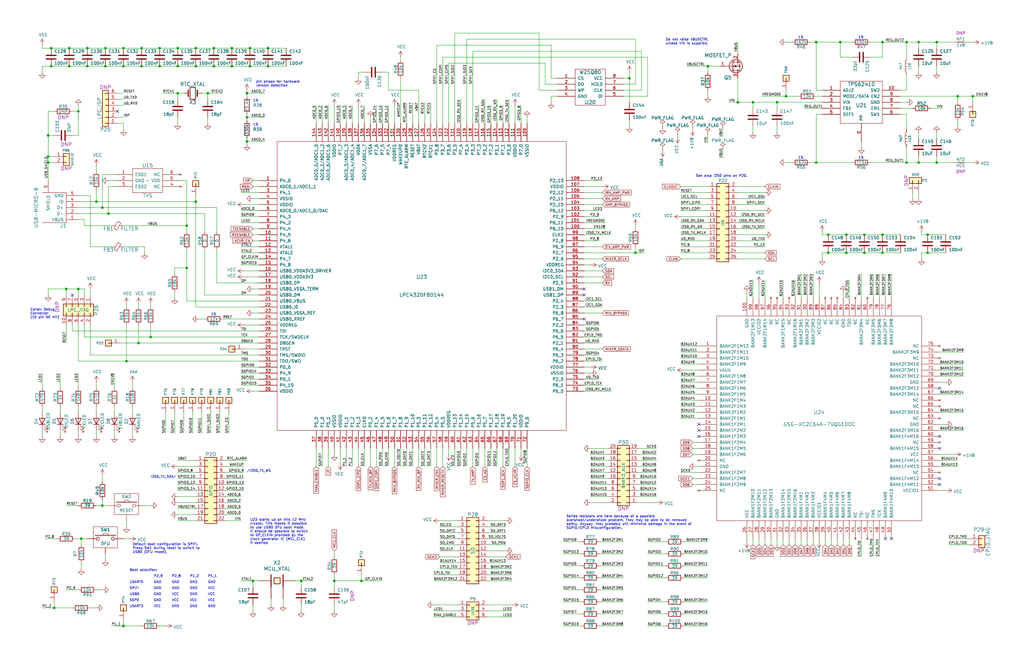
<source format=kicad_sch>
(kicad_sch (version 20250114) (generator "eeschema") (generator_version "9.0")
  (paper "User" 431.8 279.4)
  (title_block (title "${TITLE}") (date "${DATE}") (rev "${VERSION}") (company "${COPYRIGHT}") (comment 1 "${LICENSE}"))
  (text "GND" (at 64.77 246.38 0) (effects (font (size 1.016 1.016)) (justify left bottom)))
  (text "VCC" (at 72.39 254 0) (effects (font (size 1.016 1.016)) (justify left bottom)))
  (text "1%" (at 361.95 16.51 0) (effects (font (size 1.016 1.016)) (justify left bottom)))
  (text "Series resistors are here because of a possible\novershoot/undershoot problem. They may be able to be removed\nsafely. Anyway, they probably will minimize damage in the event of\nSGPIO/CPLD misconfiguration." (at 238.76 223.52 0) (effects (font (size 1.016 1.016)) (justify left bottom)))
  (text "Default boot configuration is SPIFI.\nPress SW1 during reset to switch to\nUSB0 (DFU mode)." (at 55.88 233.68 0) (effects (font (size 1.016 1.016)) (justify left bottom)))
  (text "VCC" (at 64.77 256.54 0) (effects (font (size 1.016 1.016)) (justify left bottom)))
  (text "I2S0_TX_SDA/" (at 63.5 201.93 0) (effects (font (size 1.016 1.016)) (justify left bottom)))
  (text "1%" (at 88.9 133.35 0) (effects (font (size 1.016 1.016)) (justify left bottom)))
  (text "1%" (at 361.95 67.31 0) (effects (font (size 1.016 1.016)) (justify left bottom)))
  (text "USB0" (at 54.61 251.46 0) (effects (font (size 1.016 1.016)) (justify left bottom)))
  (text "1%" (at 336.55 16.51 0) (effects (font (size 1.016 1.016)) (justify left bottom)))
  (text "Boot selection:" (at 54.61 241.3 0) (effects (font (size 1.016 1.016)) (justify left bottom)))
  (text "GND" (at 72.39 256.54 0) (effects (font (size 1.016 1.016)) (justify left bottom)))
  (text "1%" (at 106.68 53.34 0) (effects (font (size 1.016 1.016)) (justify left bottom)))
  (text "pin straps for hardware\nversion detection" (at 107.95 36.83 0) (effects (font (size 1.016 1.016)) (justify left bottom)))
  (text "VCC" (at 87.63 254 0) (effects (font (size 1.016 1.016)) (justify left bottom)))
  (text "GND" (at 64.77 248.92 0) (effects (font (size 1.016 1.016)) (justify left bottom)))
  (text "GND" (at 87.63 246.38 0) (effects (font (size 1.016 1.016)) (justify left bottom)))
  (text "1%" (at 336.55 67.31 0) (effects (font (size 1.016 1.016)) (justify left bottom)))
  (text "See also I2S0 pins on P20." (at 293.37 74.93 0) (effects (font (size 1.016 1.016)) (justify left bottom)))
  (text "1%" (at 106.68 43.18 0) (effects (font (size 1.016 1.016)) (justify left bottom)))
  (text "VCC" (at 87.63 248.92 0) (effects (font (size 1.016 1.016)) (justify left bottom)))
  (text "/I2S0_TX_WS" (at 104.14 199.39 0) (effects (font (size 1.016 1.016)) (justify left bottom)))
  (text "USART0" (at 54.61 246.38 0) (effects (font (size 1.016 1.016)) (justify left bottom)))
  (text "GND" (at 87.63 256.54 0) (effects (font (size 1.016 1.016)) (justify left bottom)))
  (text "GND" (at 80.01 246.38 0) (effects (font (size 1.016 1.016)) (justify left bottom)))
  (text "GND" (at 80.01 256.54 0) (effects (font (size 1.016 1.016)) (justify left bottom)))
  (text "SSP0" (at 54.61 254 0) (effects (font (size 1.016 1.016)) (justify left bottom)))
  (text "GND" (at 64.77 251.46 0) (effects (font (size 1.016 1.016)) (justify left bottom)))
  (text "GND" (at 80.01 248.92 0) (effects (font (size 1.016 1.016)) (justify left bottom)))
  (text "GND" (at 80.01 251.46 0) (effects (font (size 1.016 1.016)) (justify left bottom)))
  (text "P2_8" (at 72.39 243.84 0) (effects (font (size 1.016 1.016)) (justify left bottom)))
  (text "P1_1" (at 87.63 243.84 0) (effects (font (size 1.016 1.016)) (justify left bottom)))
  (text "P2_9" (at 64.77 243.84 0) (effects (font (size 1.016 1.016)) (justify left bottom)))
  (text "VCC" (at 87.63 251.46 0) (effects (font (size 1.016 1.016)) (justify left bottom)))
  (text "USART3" (at 54.61 256.54 0) (effects (font (size 1.016 1.016)) (justify left bottom)))
  (text "VCC" (at 80.01 254 0) (effects (font (size 1.016 1.016)) (justify left bottom)))
  (text "Do not raise VBUSCTRL\nunless VIN is supplied." (at 280.67 19.05 0) (effects (font (size 1.016 1.016)) (justify left bottom)))
  (text "GND" (at 72.39 246.38 0) (effects (font (size 1.016 1.016)) (justify left bottom)))
  (text "Cortex Debug\nConnector\n(10 pin 50 mil)" (at 12.7 134.62 0) (effects (font (size 1.016 1.016)) (justify left bottom)))
  (text "GND" (at 72.39 248.92 0) (effects (font (size 1.016 1.016)) (justify left bottom)))
  (text "P1_2" (at 80.01 243.84 0) (effects (font (size 1.016 1.016)) (justify left bottom)))
  (text "U23 starts up on this 12 MHz\ncrystal. This makes it possible\nto use USB0 DFU boot mode.\nIt should be possible to switch\nto GP_CLKIN provided by the\nclock generator IC (MCL_CLK)\nif desired." (at 105.41 229.87 0) (effects (font (size 1.016 1.016)) (justify left bottom)))
  (text "SPIFI" (at 54.61 248.92 0) (effects (font (size 1.016 1.016)) (justify left bottom)))
  (text "GND" (at 64.77 254 0) (effects (font (size 1.016 1.016)) (justify left bottom)))
  (text "VCC" (at 72.39 251.46 0) (effects (font (size 1.016 1.016)) (justify left bottom)))
  (junction (at 34.29 227.33))
  (junction (at 354.33 17.78))
  (junction (at 29.21 27.94))
  (junction (at 311.15 43.18))
  (junction (at 20.32 68.58))
  (junction (at 127 245.11))
  (junction (at 106.68 245.11))
  (junction (at 344.17 68.58))
  (junction (at 267.97 106.68))
  (junction (at 90.17 27.94))
  (junction (at 391.16 106.68))
  (junction (at 331.47 40.64))
  (junction (at 67.31 20.32))
  (junction (at 394.97 17.78))
  (junction (at 52.07 264.16))
  (junction (at 20.32 66.04))
  (junction (at 403.86 40.64))
  (junction (at 33.02 121.92))
  (junction (at 372.11 99.06))
  (junction (at 27.94 121.92))
  (junction (at 74.93 27.94))
  (junction (at 113.03 20.32))
  (junction (at 63.5 142.24))
  (junction (at 52.07 27.94))
  (junction (at 67.31 27.94))
  (junction (at 349.25 106.68))
  (junction (at 36.83 27.94))
  (junction (at 33.02 46.99))
  (junction (at 74.93 39.37))
  (junction (at 364.49 106.68))
  (junction (at 82.55 20.32))
  (junction (at 113.03 27.94))
  (junction (at 78.74 113.03))
  (junction (at 87.63 39.37))
  (junction (at 82.55 27.94))
  (junction (at 372.11 17.78))
  (junction (at 82.55 85.09))
  (junction (at 53.34 152.4))
  (junction (at 298.45 27.94))
  (junction (at 59.69 20.32))
  (junction (at 44.45 20.32))
  (junction (at 58.42 144.78))
  (junction (at 317.5 43.18))
  (junction (at 78.74 95.25))
  (junction (at 43.18 87.63))
  (junction (at 387.35 68.58))
  (junction (at 387.35 17.78))
  (junction (at 97.79 20.32))
  (junction (at 74.93 20.32))
  (junction (at 104.14 39.37))
  (junction (at 105.41 27.94))
  (junction (at 59.69 27.94))
  (junction (at 21.59 20.32))
  (junction (at 152.4 245.11))
  (junction (at 29.21 20.32))
  (junction (at 36.83 20.32))
  (junction (at 140.97 245.11))
  (junction (at 97.79 27.94))
  (junction (at 364.49 99.06))
  (junction (at 20.32 57.15))
  (junction (at 382.27 17.78))
  (junction (at 43.18 213.36))
  (junction (at 356.87 106.68))
  (junction (at 391.16 99.06))
  (junction (at 45.72 90.17))
  (junction (at 382.27 68.58))
  (junction (at 105.41 20.32))
  (junction (at 52.07 20.32))
  (junction (at 104.14 49.53))
  (junction (at 394.97 68.58))
  (junction (at 44.45 27.94))
  (junction (at 372.11 106.68))
  (junction (at 344.17 17.78))
  (junction (at 349.25 99.06))
  (junction (at 40.64 85.09))
  (junction (at 327.66 43.18))
  (junction (at 21.59 27.94))
  (junction (at 265.43 33.02))
  (junction (at 356.87 99.06))
  (junction (at 22.86 256.54))
  (junction (at 90.17 20.32))
  (junction (at 410.21 40.64))
  (junction (at 104.14 59.69))
  (no_connect (at 396.24 204.47))
  (no_connect (at 246.38 134.62))
  (no_connect (at 396.24 184.15))
  (no_connect (at 294.64 181.61))
  (no_connect (at 49.53 46.99))
  (no_connect (at 294.64 184.15))
  (no_connect (at 246.38 121.92))
  (no_connect (at 246.38 124.46))
  (no_connect (at 396.24 163.83))
  (no_connect (at 294.64 179.07))
  (no_connect (at 375.92 227.33))
  (no_connect (at 396.24 189.23))
  (no_connect (at 30.48 124.46))
  (no_connect (at 396.24 201.93))
  (no_connect (at 373.38 227.33))
  (wire (pts (xy 246.38 129.54) (xy 254 129.54)))
  (wire (pts (xy 265.43 33.02) (xy 265.43 43.18)))
  (wire (pts (xy 176.53 196.85) (xy 176.53 189.23)))
  (wire (pts (xy 394.97 30.48) (xy 394.97 27.94)))
  (wire (pts (xy 181.61 43.18) (xy 181.61 52.07)))
  (wire (pts (xy 382.27 17.78) (xy 382.27 24.13)))
  (wire (pts (xy 127 245.11) (xy 132.08 245.11)))
  (wire (pts (xy 322.58 101.6) (xy 311.15 101.6)))
  (wire (pts (xy 58.42 137.16) (xy 58.42 144.78)))
  (wire (pts (xy 382.27 68.58) (xy 382.27 62.23)))
  (wire (pts (xy 20.32 121.92) (xy 27.94 121.92)))
  (wire (pts (xy 340.36 125.73) (xy 340.36 115.57)))
  (wire (pts (xy 111.76 59.69) (xy 104.14 59.69)))
  (wire (pts (xy 254 86.36) (xy 246.38 86.36)))
  (wire (pts (xy 368.3 125.73) (xy 368.3 115.57)))
  (wire (pts (xy 382.27 38.1) (xy 379.73 38.1)))
  (wire (pts (xy 322.58 125.73) (xy 322.58 118.11)))
  (wire (pts (xy 135.89 189.23) (xy 135.89 196.85)))
  (wire (pts (xy 78.74 113.03) (xy 78.74 127)))
  (wire (pts (xy 151.13 30.48) (xy 153.67 30.48)))
  (wire (pts (xy 201.93 189.23) (xy 201.93 196.85)))
  (wire (pts (xy 246.38 99.06) (xy 257.81 99.06)))
  (wire (pts (xy 49.53 41.91) (xy 52.07 41.91)))
  (wire (pts (xy 102.87 199.39) (xy 95.25 199.39)))
  (wire (pts (xy 179.07 189.23) (xy 179.07 196.85)))
  (wire (pts (xy 222.25 189.23) (xy 222.25 196.85)))
  (wire (pts (xy 27.94 121.92) (xy 27.94 124.46)))
  (wire (pts (xy 280.67 264.16) (xy 273.05 264.16)))
  (wire (pts (xy 199.39 189.23) (xy 199.39 196.85)))
  (wire (pts (xy 109.22 109.22) (xy 101.6 109.22)))
  (wire (pts (xy 372.11 17.78) (xy 382.27 17.78)))
  (wire (pts (xy 30.48 137.16) (xy 30.48 139.7)))
  (wire (pts (xy 248.92 201.93) (xy 256.54 201.93)))
  (wire (pts (xy 354.33 24.13) (xy 359.41 24.13)))
  (wire (pts (xy 29.21 20.32) (xy 36.83 20.32)))
  (wire (pts (xy 353.06 227.33) (xy 353.06 229.87)))
  (wire (pts (xy 232.41 19.05) (xy 184.15 19.05)))
  (wire (pts (xy 185.42 237.49) (xy 193.04 237.49)))
  (wire (pts (xy 207.01 189.23) (xy 207.01 196.85)))
  (wire (pts (xy 171.45 196.85) (xy 171.45 189.23)))
  (wire (pts (xy 379.73 40.64) (xy 403.86 40.64)))
  (wire (pts (xy 29.21 27.94) (xy 36.83 27.94)))
  (wire (pts (xy 246.38 106.68) (xy 267.97 106.68)))
  (wire (pts (xy 153.67 189.23) (xy 153.67 196.85)))
  (wire (pts (xy 109.22 99.06) (xy 106.68 99.06)))
  (wire (pts (xy 394.97 68.58) (xy 402.59 68.58)))
  (wire (pts (xy 322.58 83.82) (xy 311.15 83.82)))
  (wire (pts (xy 104.14 39.37) (xy 104.14 40.64)))
  (wire (pts (xy 21.59 20.32) (xy 29.21 20.32)))
  (wire (pts (xy 267.97 106.68) (xy 271.78 106.68)))
  (wire (pts (xy 279.4 62.865) (xy 279.4 63.5)))
  (wire (pts (xy 267.97 95.25) (xy 267.97 96.52)))
  (wire (pts (xy 367.03 68.58) (xy 382.27 68.58)))
  (wire (pts (xy 354.33 17.78) (xy 354.33 24.13)))
  (wire (pts (xy 273.05 40.64) (xy 262.89 40.64)))
  (wire (pts (xy 33.02 85.09) (xy 40.64 85.09)))
  (wire (pts (xy 33.02 121.92) (xy 35.56 121.92)))
  (wire (pts (xy 307.34 43.18) (xy 311.15 43.18)))
  (wire (pts (xy 17.78 19.05) (xy 17.78 20.32)))
  (wire (pts (xy 49.53 49.53) (xy 52.07 49.53)))
  (wire (pts (xy 322.58 227.33) (xy 322.58 229.87)))
  (wire (pts (xy 246.38 165.1) (xy 257.81 165.1)))
  (wire (pts (xy 85.09 182.88) (xy 85.09 173.99)))
  (wire (pts (xy 269.24 196.85) (xy 276.86 196.85)))
  (wire (pts (xy 294.64 176.53) (xy 287.02 176.53)))
  (wire (pts (xy 342.9 125.73) (xy 342.9 115.57)))
  (wire (pts (xy 246.38 93.98) (xy 255.27 93.98)))
  (wire (pts (xy 246.38 83.82) (xy 254 83.82)))
  (wire (pts (xy 287.02 163.83) (xy 294.64 163.83)))
  (wire (pts (xy 90.17 27.94) (xy 97.79 27.94)))
  (wire (pts (xy 246.38 139.7) (xy 252.73 139.7)))
  (wire (pts (xy 410.21 40.64) (xy 416.56 40.64)))
  (wire (pts (xy 153.67 44.45) (xy 153.67 52.07)))
  (wire (pts (xy 82.55 217.17) (xy 74.93 217.17)))
  (wire (pts (xy 288.29 243.84) (xy 298.45 243.84)))
  (wire (pts (xy 248.92 191.77) (xy 256.54 191.77)))
  (wire (pts (xy 20.32 57.15) (xy 22.86 57.15)))
  (wire (pts (xy 82.55 199.39) (xy 74.93 199.39)))
  (wire (pts (xy 331.47 40.64) (xy 336.55 40.64)))
  (wire (pts (xy 367.03 24.13) (xy 372.11 24.13)))
  (wire (pts (xy 38.1 121.92) (xy 38.1 124.46)))
  (wire (pts (xy 58.42 144.78) (xy 109.22 144.78)))
  (wire (pts (xy 280.67 243.84) (xy 273.05 243.84)))
  (wire (pts (xy 43.18 213.36) (xy 43.18 210.82)))
  (wire (pts (xy 33.02 213.36) (xy 27.94 213.36)))
  (wire (pts (xy 205.74 242.57) (xy 215.9 242.57)))
  (wire (pts (xy 152.4 245.11) (xy 161.29 245.11)))
  (wire (pts (xy 334.01 68.58) (xy 331.47 68.58)))
  (wire (pts (xy 55.88 161.29) (xy 55.88 163.83)))
  (wire (pts (xy 227.33 38.1) (xy 234.95 38.1)))
  (wire (pts (xy 151.13 44.45) (xy 151.13 52.07)))
  (wire (pts (xy 43.18 248.92) (xy 40.64 248.92)))
  (wire (pts (xy 245.11 243.84) (xy 237.49 243.84)))
  (wire (pts (xy 48.26 157.48) (xy 48.26 163.83)))
  (wire (pts (xy 252.73 238.76) (xy 262.89 238.76)))
  (wire (pts (xy 311.15 86.36) (xy 322.58 86.36)))
  (wire (pts (xy 394.97 17.78) (xy 402.59 17.78)))
  (wire (pts (xy 292.1 53.34) (xy 292.1 54.61)))
  (wire (pts (xy 82.55 27.94) (xy 90.17 27.94)))
  (wire (pts (xy 246.38 96.52) (xy 255.27 96.52)))
  (wire (pts (xy 33.02 171.45) (xy 33.02 173.99)))
  (wire (pts (xy 407.67 17.78) (xy 410.21 17.78)))
  (wire (pts (xy 74.93 194.31) (xy 82.55 194.31)))
  (wire (pts (xy 245.11 248.92) (xy 237.49 248.92)))
  (wire (pts (xy 40.64 256.54) (xy 38.1 256.54)))
  (wire (pts (xy 90.17 20.32) (xy 97.79 20.32)))
  (wire (pts (xy 288.29 259.08) (xy 298.45 259.08)))
  (wire (pts (xy 214.63 189.23) (xy 214.63 196.85)))
  (wire (pts (xy 331.47 38.1) (xy 331.47 40.64)))
  (wire (pts (xy 81.28 182.88) (xy 81.28 173.99)))
  (wire (pts (xy 382.27 43.18) (xy 379.73 43.18)))
  (wire (pts (xy 408.94 229.87) (xy 400.05 229.87)))
  (wire (pts (xy 280.67 228.6) (xy 273.05 228.6)))
  (wire (pts (xy 256.54 199.39) (xy 248.92 199.39)))
  (wire (pts (xy 384.81 45.72) (xy 379.73 45.72)))
  (wire (pts (xy 46.99 264.16) (xy 52.07 264.16)))
  (wire (pts (xy 104.14 60.96) (xy 104.14 59.69)))
  (wire (pts (xy 287.02 173.99) (xy 294.64 173.99)))
  (wire (pts (xy 63.5 142.24) (xy 109.22 142.24)))
  (wire (pts (xy 102.87 114.3) (xy 109.22 114.3)))
  (wire (pts (xy 60.96 213.36) (xy 63.5 213.36)))
  (wire (pts (xy 73.66 113.03) (xy 73.66 115.57)))
  (wire (pts (xy 246.38 132.08) (xy 254 132.08)))
  (wire (pts (xy 82.55 209.55) (xy 74.93 209.55)))
  (wire (pts (xy 181.61 189.23) (xy 181.61 196.85)))
  (wire (pts (xy 156.21 189.23) (xy 156.21 196.85)))
  (wire (pts (xy 87.63 52.07) (xy 87.63 49.53)))
  (wire (pts (xy 78.74 76.2) (xy 78.74 95.25)))
  (wire (pts (xy 252.73 254) (xy 262.89 254)))
  (wire (pts (xy 349.25 106.68) (xy 356.87 106.68)))
  (wire (pts (xy 396.24 179.07) (xy 398.78 179.07)))
  (wire (pts (xy 367.03 17.78) (xy 372.11 17.78)))
  (wire (pts (xy 288.29 264.16) (xy 298.45 264.16)))
  (wire (pts (xy 17.78 256.54) (xy 22.86 256.54)))
  (wire (pts (xy 252.73 233.68) (xy 262.89 233.68)))
  (wire (pts (xy 387.35 17.78) (xy 387.35 20.32)))
  (wire (pts (xy 30.48 46.99) (xy 33.02 46.99)))
  (wire (pts (xy 322.58 81.28) (xy 311.15 81.28)))
  (wire (pts (xy 327.66 43.18) (xy 346.71 43.18)))
  (wire (pts (xy 138.43 52.07) (xy 138.43 44.45)))
  (wire (pts (xy 396.24 148.59) (xy 406.4 148.59)))
  (wire (pts (xy 276.86 209.55) (xy 269.24 209.55)))
  (wire (pts (xy 185.42 219.71) (xy 193.04 219.71)))
  (wire (pts (xy 138.43 196.85) (xy 138.43 189.23)))
  (wire (pts (xy 212.09 52.07) (xy 212.09 44.45)))
  (wire (pts (xy 280.67 233.68) (xy 273.05 233.68)))
  (wire (pts (xy 294.64 158.75) (xy 287.02 158.75)))
  (wire (pts (xy 317.5 227.33) (xy 317.5 229.87)))
  (wire (pts (xy 143.51 52.07) (xy 143.51 44.45)))
  (wire (pts (xy 78.74 105.41) (xy 78.74 113.03)))
  (wire (pts (xy 176.53 38.1) (xy 176.53 52.07)))
  (wire (pts (xy 248.92 207.01) (xy 256.54 207.01)))
  (wire (pts (xy 109.22 78.74) (xy 106.68 78.74)))
  (wire (pts (xy 317.5 43.18) (xy 327.66 43.18)))
  (wire (pts (xy 152.4 242.57) (xy 152.4 245.11)))
  (wire (pts (xy 82.55 20.32) (xy 90.17 20.32)))
  (wire (pts (xy 294.64 171.45) (xy 287.02 171.45)))
  (wire (pts (xy 140.97 191.77) (xy 140.97 189.23)))
  (wire (pts (xy 101.6 111.76) (xy 109.22 111.76)))
  (wire (pts (xy 127 247.65) (xy 127 245.11)))
  (wire (pts (xy 96.52 182.88) (xy 96.52 173.99)))
  (wire (pts (xy 20.32 66.04) (xy 20.32 68.58)))
  (wire (pts (xy 74.93 201.93) (xy 82.55 201.93)))
  (wire (pts (xy 205.74 229.87) (xy 213.36 229.87)))
  (wire (pts (xy 163.83 30.48) (xy 163.83 38.1)))
  (wire (pts (xy 344.17 40.64) (xy 346.71 40.64)))
  (wire (pts (xy 288.29 156.21) (xy 294.64 156.21)))
  (wire (pts (xy 215.9 260.35) (xy 205.74 260.35)))
  (wire (pts (xy 358.14 227.33) (xy 358.14 229.87)))
  (wire (pts (xy 254 127) (xy 246.38 127)))
  (wire (pts (xy 109.22 162.56) (xy 101.6 162.56)))
  (wire (pts (xy 17.78 181.61) (xy 17.78 184.15)))
  (wire (pts (xy 327.66 43.18) (xy 327.66 45.72)))
  (wire (pts (xy 287.02 91.44) (xy 298.45 91.44)))
  (wire (pts (xy 163.83 52.07) (xy 163.83 44.45)))
  (wire (pts (xy 273.05 238.76) (xy 280.67 238.76)))
  (wire (pts (xy 287.02 106.68) (xy 298.45 106.68)))
  (wire (pts (xy 322.58 106.68) (xy 311.15 106.68)))
  (wire (pts (xy 43.18 213.36) (xy 45.72 213.36)))
  (wire (pts (xy 347.98 227.33) (xy 347.98 229.87)))
  (wire (pts (xy 20.32 121.92) (xy 20.32 124.46)))
  (wire (pts (xy 396.24 173.99) (xy 406.4 173.99)))
  (wire (pts (xy 215.9 245.11) (xy 205.74 245.11)))
  (wire (pts (xy 60.96 104.14) (xy 60.96 106.68)))
  (wire (pts (xy 246.38 101.6) (xy 252.73 101.6)))
  (wire (pts (xy 168.91 24.13) (xy 168.91 25.4)))
  (wire (pts (xy 294.64 151.13) (xy 287.02 151.13)))
  (wire (pts (xy 73.66 125.73) (xy 73.66 123.19)))
  (wire (pts (xy 74.93 39.37) (xy 77.47 39.37)))
  (wire (pts (xy 254 76.2) (xy 246.38 76.2)))
  (wire (pts (xy 245.11 259.08) (xy 237.49 259.08)))
  (wire (pts (xy 314.96 125.73) (xy 314.96 123.19)))
  (wire (pts (xy 101.6 88.9) (xy 109.22 88.9)))
  (wire (pts (xy 334.01 17.78) (xy 331.47 17.78)))
  (wire (pts (xy 166.37 44.45) (xy 166.37 52.07)))
  (wire (pts (xy 384.81 83.82) (xy 384.81 81.28)))
  (wire (pts (xy 294.64 186.69) (xy 292.1 186.69)))
  (wire (pts (xy 25.4 181.61) (xy 25.4 184.15)))
  (wire (pts (xy 246.38 142.24) (xy 254 142.24)))
  (wire (pts (xy 95.25 209.55) (xy 101.6 209.55)))
  (wire (pts (xy 20.32 66.04) (xy 22.86 66.04)))
  (wire (pts (xy 33.02 152.4) (xy 33.02 137.16)))
  (wire (pts (xy 21.59 27.94) (xy 29.21 27.94)))
  (wire (pts (xy 182.88 242.57) (xy 193.04 242.57)))
  (wire (pts (xy 298.45 27.94) (xy 303.53 27.94)))
  (wire (pts (xy 311.15 22.86) (xy 311.15 17.78)))
  (wire (pts (xy 246.38 88.9) (xy 254 88.9)))
  (wire (pts (xy 63.5 137.16) (xy 63.5 142.24)))
  (wire (pts (xy 34.29 227.33) (xy 36.83 227.33)))
  (wire (pts (xy 45.72 78.74) (xy 45.72 90.17)))
  (wire (pts (xy 287.02 83.82) (xy 298.45 83.82)))
  (wire (pts (xy 40.64 80.01) (xy 40.64 85.09)))
  (wire (pts (xy 398.78 207.01) (xy 396.24 207.01)))
  (wire (pts (xy 113.03 27.94) (xy 120.65 27.94)))
  (wire (pts (xy 314.96 228.6) (xy 314.96 227.33)))
  (wire (pts (xy 49.53 44.45) (xy 52.07 44.45)))
  (wire (pts (xy 394.97 68.58) (xy 394.97 66.04)))
  (wire (pts (xy 248.92 154.94) (xy 246.38 154.94)))
  (wire (pts (xy 191.77 13.97) (xy 191.77 52.07)))
  (wire (pts (xy 95.25 207.01) (xy 102.87 207.01)))
  (wire (pts (xy 388.62 106.68) (xy 388.62 109.22)))
  (wire (pts (xy 382.27 68.58) (xy 387.35 68.58)))
  (wire (pts (xy 403.86 40.64) (xy 410.21 40.64)))
  (wire (pts (xy 40.64 163.83) (xy 40.64 161.29)))
  (wire (pts (xy 322.58 91.44) (xy 311.15 91.44)))
  (wire (pts (xy 40.64 85.09) (xy 82.55 85.09)))
  (wire (pts (xy 102.87 116.84) (xy 109.22 116.84)))
  (wire (pts (xy 294.64 204.47) (xy 292.1 204.47)))
  (wire (pts (xy 209.55 189.23) (xy 209.55 196.85)))
  (wire (pts (xy 44.45 236.22) (xy 44.45 233.68)))
  (wire (pts (xy 387.35 83.82) (xy 387.35 81.28)))
  (wire (pts (xy 35.56 121.92) (xy 35.56 124.46)))
  (wire (pts (xy 20.32 68.58) (xy 20.32 76.2)))
  (wire (pts (xy 74.93 20.32) (xy 82.55 20.32)))
  (wire (pts (xy 34.29 229.87) (xy 34.29 227.33)))
  (wire (pts (xy 52.07 264.16) (xy 59.69 264.16)))
  (wire (pts (xy 95.25 214.63) (xy 101.6 214.63)))
  (wire (pts (xy 106.68 257.81) (xy 106.68 255.27)))
  (wire (pts (xy 194.31 189.23) (xy 194.31 196.85)))
  (wire (pts (xy 158.75 189.23) (xy 158.75 196.85)))
  (wire (pts (xy 140.97 257.81) (xy 140.97 255.27)))
  (wire (pts (xy 344.17 48.26) (xy 346.71 48.26)))
  (wire (pts (xy 196.85 189.23) (xy 196.85 196.85)))
  (wire (pts (xy 363.22 115.57) (xy 363.22 125.73)))
  (wire (pts (xy 109.22 149.86) (xy 38.1 149.86)))
  (wire (pts (xy 322.58 88.9) (xy 311.15 88.9)))
  (wire (pts (xy 304.8 57.785) (xy 304.8 53.975)))
  (wire (pts (xy 36.83 20.32) (xy 44.45 20.32)))
  (wire (pts (xy 396.24 158.75) (xy 406.4 158.75)))
  (wire (pts (xy 52.07 261.62) (xy 52.07 264.16)))
  (wire (pts (xy 31.75 227.33) (xy 34.29 227.33)))
  (wire (pts (xy 387.35 30.48) (xy 387.35 27.94)))
  (wire (pts (xy 69.85 182.88) (xy 69.85 173.99)))
  (wire (pts (xy 217.17 189.23) (xy 217.17 196.85)))
  (wire (pts (xy 248.92 111.76) (xy 246.38 111.76)))
  (wire (pts (xy 364.49 99.06) (xy 372.11 99.06)))
  (wire (pts (xy 280.67 254) (xy 273.05 254)))
  (wire (pts (xy 285.75 56.515) (xy 285.75 57.785)))
  (wire (pts (xy 186.69 24.13) (xy 186.69 52.07)))
  (wire (pts (xy 213.36 237.49) (xy 205.74 237.49)))
  (wire (pts (xy 140.97 245.11) (xy 152.4 245.11)))
  (wire (pts (xy 294.64 166.37) (xy 287.02 166.37)))
  (wire (pts (xy 35.56 137.16) (xy 35.56 142.24)))
  (wire (pts (xy 205.74 227.33) (xy 213.36 227.33)))
  (wire (pts (xy 91.44 87.63) (xy 91.44 97.79)))
  (wire (pts (xy 341.63 17.78) (xy 344.17 17.78)))
  (wire (pts (xy 33.02 157.48) (xy 33.02 163.83)))
  (wire (pts (xy 104.14 59.69) (xy 104.14 58.42)))
  (wire (pts (xy 273.05 24.13) (xy 273.05 40.64)))
  (wire (pts (xy 252.73 259.08) (xy 262.89 259.08)))
  (wire (pts (xy 87.63 39.37) (xy 87.63 41.91)))
  (wire (pts (xy 317.5 43.18) (xy 317.5 45.72)))
  (wire (pts (xy 193.04 232.41) (xy 185.42 232.41)))
  (wire (pts (xy 246.38 160.02) (xy 252.73 160.02)))
  (wire (pts (xy 364.49 106.68) (xy 372.11 106.68)))
  (wire (pts (xy 363.22 62.23) (xy 363.22 59.69)))
  (wire (pts (xy 344.17 17.78) (xy 354.33 17.78)))
  (wire (pts (xy 407.67 68.58) (xy 410.21 68.58)))
  (wire (pts (xy 106.68 247.65) (xy 106.68 245.11)))
  (wire (pts (xy 193.04 234.95) (xy 185.42 234.95)))
  (wire (pts (xy 74.93 207.01) (xy 82.55 207.01)))
  (wire (pts (xy 102.87 137.16) (xy 109.22 137.16)))
  (wire (pts (xy 356.87 106.68) (xy 364.49 106.68)))
  (wire (pts (xy 245.11 238.76) (xy 237.49 238.76)))
  (wire (pts (xy 148.59 189.23) (xy 148.59 196.85)))
  (wire (pts (xy 43.18 200.66) (xy 43.18 203.2)))
  (wire (pts (xy 30.48 139.7) (xy 109.22 139.7)))
  (wire (pts (xy 189.23 191.77) (xy 189.23 189.23)))
  (wire (pts (xy 391.16 99.06) (xy 398.78 99.06)))
  (wire (pts (xy 34.29 240.03) (xy 34.29 237.49)))
  (wire (pts (xy 151.13 33.02) (xy 151.13 30.48)))
  (wire (pts (xy 102.87 86.36) (xy 109.22 86.36)))
  (wire (pts (xy 25.4 157.48) (xy 25.4 163.83)))
  (wire (pts (xy 104.14 49.53) (xy 104.14 50.8)))
  (wire (pts (xy 74.93 39.37) (xy 74.93 41.91)))
  (wire (pts (xy 320.04 125.73) (xy 320.04 119.38)))
  (wire (pts (xy 287.02 109.22) (xy 298.45 109.22)))
  (wire (pts (xy 67.31 27.94) (xy 74.93 27.94)))
  (wire (pts (xy 246.38 144.78) (xy 252.73 144.78)))
  (wire (pts (xy 232.41 43.18) (xy 232.41 40.64)))
  (wire (pts (xy 33.02 152.4) (xy 53.34 152.4)))
  (wire (pts (xy 17.78 20.32) (xy 21.59 20.32)))
  (wire (pts (xy 78.74 113.03) (xy 73.66 113.03)))
  (wire (pts (xy 156.21 49.53) (xy 156.21 52.07)))
  (wire (pts (xy 254 116.84) (xy 246.38 116.84)))
  (wire (pts (xy 82.55 129.54) (xy 109.22 129.54)))
  (wire (pts (xy 396.24 194.31) (xy 403.86 194.31)))
  (wire (pts (xy 106.68 76.2) (xy 109.22 76.2)))
  (wire (pts (xy 254 78.74) (xy 246.38 78.74)))
  (wire (pts (xy 193.04 222.25) (xy 185.42 222.25)))
  (wire (pts (xy 24.13 227.33) (xy 19.05 227.33)))
  (wire (pts (xy 101.6 219.71) (xy 95.25 219.71)))
  (wire (pts (xy 95.25 212.09) (xy 101.6 212.09)))
  (wire (pts (xy 193.04 229.87) (xy 185.42 229.87)))
  (wire (pts (xy 287.02 88.9) (xy 298.45 88.9)))
  (wire (pts (xy 388.62 106.68) (xy 391.16 106.68)))
  (wire (pts (xy 91.44 105.41) (xy 91.44 119.38)))
  (wire (pts (xy 335.28 125.73) (xy 335.28 118.11)))
  (wire (pts (xy 287.02 199.39) (xy 294.64 199.39)))
  (wire (pts (xy 370.84 227.33) (xy 370.84 234.95)))
  (wire (pts (xy 59.69 27.94) (xy 67.31 27.94)))
  (wire (pts (xy 276.86 199.39) (xy 269.24 199.39)))
  (wire (pts (xy 102.87 196.85) (xy 95.25 196.85)))
  (wire (pts (xy 387.35 68.58) (xy 394.97 68.58)))
  (wire (pts (xy 335.28 227.33) (xy 335.28 229.87)))
  (wire (pts (xy 311.15 33.02) (xy 311.15 43.18)))
  (wire (pts (xy 40.64 171.45) (xy 40.64 173.99)))
  (wire (pts (xy 254 81.28) (xy 246.38 81.28)))
  (wire (pts (xy 349.25 99.06) (xy 356.87 99.06)))
  (wire (pts (xy 55.88 181.61) (xy 55.88 184.15)))
  (wire (pts (xy 403.86 43.18) (xy 403.86 40.64)))
  (wire (pts (xy 209.55 52.07) (xy 209.55 41.91)))
  (wire (pts (xy 372.11 99.06) (xy 379.73 99.06)))
  (wire (pts (xy 245.11 233.68) (xy 237.49 233.68)))
  (wire (pts (xy 182.88 255.27) (xy 193.04 255.27)))
  (wire (pts (xy 204.47 196.85) (xy 204.47 189.23)))
  (wire (pts (xy 294.64 196.85) (xy 293.37 196.85)))
  (wire (pts (xy 109.22 93.98) (xy 101.6 93.98)))
  (wire (pts (xy 337.82 125.73) (xy 337.82 115.57)))
  (wire (pts (xy 161.29 52.07) (xy 161.29 44.45)))
  (wire (pts (xy 246.38 149.86) (xy 252.73 149.86)))
  (wire (pts (xy 232.41 40.64) (xy 234.95 40.64)))
  (wire (pts (xy 35.56 95.25) (xy 35.56 92.71)))
  (wire (pts (xy 330.2 125.73) (xy 330.2 118.11)))
  (wire (pts (xy 375.92 115.57) (xy 375.92 125.73)))
  (wire (pts (xy 287.02 101.6) (xy 298.45 101.6)))
  (wire (pts (xy 53.34 128.27) (xy 53.34 129.54)))
  (wire (pts (xy 17.78 163.83) (xy 17.78 157.48)))
  (wire (pts (xy 207.01 52.07) (xy 207.01 44.45)))
  (wire (pts (xy 205.74 224.79) (xy 213.36 224.79)))
  (wire (pts (xy 298.45 96.52) (xy 287.02 96.52)))
  (wire (pts (xy 276.86 191.77) (xy 269.24 191.77)))
  (wire (pts (xy 372.11 24.13) (xy 372.11 17.78)))
  (wire (pts (xy 193.04 227.33) (xy 185.42 227.33)))
  (wire (pts (xy 396.24 153.67) (xy 406.4 153.67)))
  (wire (pts (xy 109.22 96.52) (xy 106.68 96.52)))
  (wire (pts (xy 25.4 171.45) (xy 25.4 173.99)))
  (wire (pts (xy 215.9 240.03) (xy 205.74 240.03)))
  (wire (pts (xy 143.51 195.58) (xy 143.51 189.23)))
  (wire (pts (xy 322.58 78.74) (xy 311.15 78.74)))
  (wire (pts (xy 17.78 171.45) (xy 17.78 173.99)))
  (wire (pts (xy 86.36 105.41) (xy 86.36 124.46)))
  (wire (pts (xy 363.22 227.33) (xy 363.22 234.95)))
  (wire (pts (xy 245.11 254) (xy 237.49 254)))
  (wire (pts (xy 219.71 52.07) (xy 219.71 44.45)))
  (wire (pts (xy 346.71 38.1) (xy 344.17 38.1)))
  (wire (pts (xy 317.5 125.73) (xy 317.5 118.11)))
  (wire (pts (xy 267.97 16.51) (xy 267.97 35.56)))
  (wire (pts (xy 33.02 90.17) (xy 45.72 90.17)))
  (wire (pts (xy 256.54 194.31) (xy 248.92 194.31)))
  (wire (pts (xy 92.71 182.88) (xy 92.71 173.99)))
  (wire (pts (xy 104.14 194.31) (xy 95.25 194.31)))
  (wire (pts (xy 256.54 209.55) (xy 248.92 209.55)))
  (wire (pts (xy 248.92 212.09) (xy 256.54 212.09)))
  (wire (pts (xy 252.73 264.16) (xy 262.89 264.16)))
  (wire (pts (xy 354.33 17.78) (xy 359.41 17.78)))
  (wire (pts (xy 267.97 35.56) (xy 262.89 35.56)))
  (wire (pts (xy 93.98 134.62) (xy 109.22 134.62)))
  (wire (pts (xy 67.31 20.32) (xy 74.93 20.32)))
  (wire (pts (xy 344.17 68.58) (xy 359.41 68.58)))
  (wire (pts (xy 287.02 99.06) (xy 298.45 99.06)))
  (wire (pts (xy 109.22 106.68) (xy 101.6 106.68)))
  (wire (pts (xy 262.89 33.02) (xy 265.43 33.02)))
  (wire (pts (xy 270.51 21.59) (xy 270.51 38.1)))
  (wire (pts (xy 265.43 53.34) (xy 265.43 50.8)))
  (wire (pts (xy 344.17 68.58) (xy 344.17 48.26)))
  (wire (pts (xy 20.32 57.15) (xy 20.32 66.04)))
  (wire (pts (xy 229.87 35.56) (xy 234.95 35.56)))
  (wire (pts (xy 40.64 181.61) (xy 40.64 184.15)))
  (wire (pts (xy 287.02 168.91) (xy 294.64 168.91)))
  (wire (pts (xy 88.9 182.88) (xy 88.9 173.99)))
  (wire (pts (xy 322.58 99.06) (xy 311.15 99.06)))
  (wire (pts (xy 256.54 189.23) (xy 248.92 189.23)))
  (wire (pts (xy 246.38 162.56) (xy 254 162.56)))
  (wire (pts (xy 396.24 156.21) (xy 406.4 156.21)))
  (wire (pts (xy 106.68 83.82) (xy 109.22 83.82)))
  (wire (pts (xy 168.91 33.02) (xy 168.91 52.07)))
  (wire (pts (xy 254 147.32) (xy 246.38 147.32)))
  (wire (pts (xy 146.05 189.23) (xy 146.05 196.85)))
  (wire (pts (xy 339.09 45.72) (xy 346.71 45.72)))
  (wire (pts (xy 109.22 101.6) (xy 106.68 101.6)))
  (wire (pts (xy 294.64 191.77) (xy 292.1 191.77)))
  (wire (pts (xy 52.07 227.33) (xy 54.61 227.33)))
  (wire (pts (xy 394.97 17.78) (xy 394.97 20.32)))
  (wire (pts (xy 36.83 27.94) (xy 44.45 27.94)))
  (wire (pts (xy 48.26 78.74) (xy 45.72 78.74)))
  (wire (pts (xy 50.8 144.78) (xy 58.42 144.78)))
  (wire (pts (xy 265.43 30.48) (xy 265.43 33.02)))
  (wire (pts (xy 321.31 40.64) (xy 331.47 40.64)))
  (wire (pts (xy 73.66 182.88) (xy 73.66 173.99)))
  (wire (pts (xy 288.29 228.6) (xy 298.45 228.6)))
  (wire (pts (xy 304.8 66.675) (xy 304.8 62.865)))
  (wire (pts (xy 410.21 40.64) (xy 410.21 43.18)))
  (wire (pts (xy 396.24 161.29) (xy 398.78 161.29)))
  (wire (pts (xy 246.38 91.44) (xy 252.73 91.44)))
  (wire (pts (xy 105.41 27.94) (xy 113.03 27.94)))
  (wire (pts (xy 105.41 20.32) (xy 113.03 20.32)))
  (wire (pts (xy 127 257.81) (xy 127 255.27)))
  (wire (pts (xy 287.02 104.14) (xy 298.45 104.14)))
  (wire (pts (xy 373.38 125.73) (xy 373.38 115.57)))
  (wire (pts (xy 391.16 106.68) (xy 398.78 106.68)))
  (wire (pts (xy 179.07 52.07) (xy 179.07 43.18)))
  (wire (pts (xy 102.87 204.47) (xy 95.25 204.47)))
  (wire (pts (xy 294.64 146.05) (xy 287.02 146.05)))
  (wire (pts (xy 109.22 81.28) (xy 101.6 81.28)))
  (wire (pts (xy 135.89 44.45) (xy 135.89 52.07)))
  (wire (pts (xy 368.3 227.33) (xy 368.3 234.95)))
  (wire (pts (xy 358.14 125.73) (xy 358.14 118.11)))
  (wire (pts (xy 53.34 219.71) (xy 53.34 222.25)))
  (wire (pts (xy 109.22 154.94) (xy 101.6 154.94)))
  (wire (pts (xy 396.24 196.85) (xy 403.86 196.85)))
  (wire (pts (xy 248.92 157.48) (xy 246.38 157.48)))
  (wire (pts (xy 322.58 104.14) (xy 311.15 104.14)))
  (wire (pts (xy 68.58 39.37) (xy 74.93 39.37)))
  (wire (pts (xy 151.13 196.85) (xy 151.13 189.23)))
  (wire (pts (xy 408.94 227.33) (xy 400.05 227.33)))
  (wire (pts (xy 196.85 16.51) (xy 267.97 16.51)))
  (wire (pts (xy 227.33 13.97) (xy 227.33 38.1)))
  (wire (pts (xy 191.77 189.23) (xy 191.77 196.85)))
  (wire (pts (xy 53.34 152.4) (xy 109.22 152.4)))
  (wire (pts (xy 270.51 38.1) (xy 262.89 38.1)))
  (wire (pts (xy 27.94 137.16) (xy 27.94 144.78)))
  (wire (pts (xy 53.34 137.16) (xy 53.34 152.4)))
  (wire (pts (xy 327.66 229.87) (xy 327.66 227.33)))
  (wire (pts (xy 289.56 27.94) (xy 298.45 27.94)))
  (wire (pts (xy 33.02 87.63) (xy 43.18 87.63)))
  (wire (pts (xy 330.2 227.33) (xy 330.2 229.87)))
  (wire (pts (xy 78.74 127) (xy 109.22 127)))
  (wire (pts (xy 196.85 52.07) (xy 196.85 16.51)))
  (wire (pts (xy 22.86 254) (xy 22.86 256.54)))
  (wire (pts (xy 146.05 44.45) (xy 146.05 52.07)))
  (wire (pts (xy 325.12 227.33) (xy 325.12 229.87)))
  (wire (pts (xy 193.04 240.03) (xy 185.42 240.03)))
  (wire (pts (xy 43.18 73.66) (xy 48.26 73.66)))
  (wire (pts (xy 298.45 86.36) (xy 287.02 86.36)))
  (wire (pts (xy 97.79 27.94) (xy 105.41 27.94)))
  (wire (pts (xy 140.97 234.95) (xy 140.97 232.41)))
  (wire (pts (xy 182.88 245.11) (xy 193.04 245.11)))
  (wire (pts (xy 245.11 228.6) (xy 237.49 228.6)))
  (wire (pts (xy 370.84 115.57) (xy 370.84 125.73)))
  (wire (pts (xy 287.02 148.59) (xy 294.64 148.59)))
  (wire (pts (xy 133.35 189.23) (xy 133.35 196.85)))
  (wire (pts (xy 67.31 264.16) (xy 69.85 264.16)))
  (wire (pts (xy 346.71 97.79) (xy 346.71 99.06)))
  (wire (pts (xy 86.36 90.17) (xy 86.36 97.79)))
  (wire (pts (xy 124.46 245.11) (xy 127 245.11)))
  (wire (pts (xy 217.17 44.45) (xy 217.17 52.07)))
  (wire (pts (xy 52.07 104.14) (xy 60.96 104.14)))
  (wire (pts (xy 163.83 189.23) (xy 163.83 196.85)))
  (wire (pts (xy 246.38 152.4) (xy 254 152.4)))
  (wire (pts (xy 104.14 49.53) (xy 111.76 49.53)))
  (wire (pts (xy 106.68 121.92) (xy 109.22 121.92)))
  (wire (pts (xy 101.6 104.14) (xy 109.22 104.14)))
  (wire (pts (xy 342.9 227.33) (xy 342.9 229.87)))
  (wire (pts (xy 219.71 191.77) (xy 219.71 189.23)))
  (wire (pts (xy 161.29 189.23) (xy 161.29 196.85)))
  (wire (pts (xy 248.92 196.85) (xy 256.54 196.85)))
  (wire (pts (xy 48.26 171.45) (xy 48.26 173.99)))
  (wire (pts (xy 252.73 228.6) (xy 262.89 228.6)))
  (wire (pts (xy 234.95 33.02) (xy 232.41 33.02)))
  (wire (pts (xy 109.22 157.48) (xy 101.6 157.48)))
  (wire (pts (xy 20.32 46.99) (xy 20.32 57.15)))
  (wire (pts (xy 320.04 227.33) (xy 320.04 229.87)))
  (wire (pts (xy 269.24 207.01) (xy 276.86 207.01)))
  (wire (pts (xy 82.55 214.63) (xy 74.93 214.63)))
  (wire (pts (xy 45.72 76.2) (xy 48.26 76.2)))
  (wire (pts (xy 43.18 87.63) (xy 91.44 87.63)))
  (wire (pts (xy 346.71 99.06) (xy 349.25 99.06)))
  (wire (pts (xy 44.45 20.32) (xy 52.07 20.32)))
  (wire (pts (xy 49.53 39.37) (xy 52.07 39.37)))
  (wire (pts (xy 82.55 212.09) (xy 74.93 212.09)))
  (wire (pts (xy 82.55 85.09) (xy 82.55 129.54)))
  (wire (pts (xy 276.86 212.09) (xy 269.24 212.09)))
  (wire (pts (xy 294.64 189.23) (xy 292.1 189.23)))
  (wire (pts (xy 166.37 189.23) (xy 166.37 196.85)))
  (wire (pts (xy 212.09 189.23) (xy 212.09 196.85)))
  (wire (pts (xy 140.97 44.45) (xy 140.97 52.07)))
  (wire (pts (xy 48.26 181.61) (xy 48.26 184.15)))
  (wire (pts (xy 182.88 260.35) (xy 193.04 260.35)))
  (wire (pts (xy 246.38 109.22) (xy 254 109.22)))
  (wire (pts (xy 87.63 39.37) (xy 93.98 39.37)))
  (wire (pts (xy 287.02 81.28) (xy 298.45 81.28)))
  (wire (pts (xy 279.4 53.34) (xy 279.4 53.975)))
  (wire (pts (xy 33.02 46.99) (xy 33.02 57.15)))
  (wire (pts (xy 294.64 161.29) (xy 287.02 161.29)))
  (wire (pts (xy 346.71 106.68) (xy 346.71 109.22)))
  (wire (pts (xy 298.45 27.94) (xy 298.45 30.48)))
  (wire (pts (xy 33.02 181.61) (xy 33.02 184.15)))
  (wire (pts (xy 35.56 95.25) (xy 46.99 95.25)))
  (wire (pts (xy 222.25 49.53) (xy 222.25 52.07)))
  (wire (pts (xy 341.63 68.58) (xy 344.17 68.58)))
  (wire (pts (xy 344.17 38.1) (xy 344.17 17.78)))
  (wire (pts (xy 394.97 55.88) (xy 394.97 58.42)))
  (wire (pts (xy 396.24 181.61) (xy 406.4 181.61)))
  (wire (pts (xy 327.66 53.34) (xy 327.66 55.88)))
  (wire (pts (xy 59.69 20.32) (xy 67.31 20.32)))
  (wire (pts (xy 85.09 39.37) (xy 87.63 39.37)))
  (wire (pts (xy 193.04 224.79) (xy 185.42 224.79)))
  (wire (pts (xy 76.2 76.2) (xy 78.74 76.2)))
  (wire (pts (xy 33.02 57.15) (xy 30.48 57.15)))
  (wire (pts (xy 205.74 222.25) (xy 213.36 222.25)))
  (wire (pts (xy 387.35 55.88) (xy 387.35 58.42)))
  (wire (pts (xy 215.9 255.27) (xy 205.74 255.27)))
  (wire (pts (xy 345.44 228.6) (xy 345.44 227.33)))
  (wire (pts (xy 252.73 137.16) (xy 246.38 137.16)))
  (wire (pts (xy 111.76 39.37) (xy 104.14 39.37)))
  (wire (pts (xy 229.87 26.67) (xy 229.87 35.56)))
  (wire (pts (xy 387.35 68.58) (xy 387.35 66.04)))
  (wire (pts (xy 113.03 20.32) (xy 120.65 20.32)))
  (wire (pts (xy 252.73 248.92) (xy 262.89 248.92)))
  (wire (pts (xy 173.99 189.23) (xy 173.99 196.85)))
  (wire (pts (xy 382.27 17.78) (xy 387.35 17.78)))
  (wire (pts (xy 104.14 48.26) (xy 104.14 49.53)))
  (wire (pts (xy 119.38 255.27) (xy 119.38 252.73)))
  (wire (pts (xy 33.02 121.92) (xy 33.02 124.46)))
  (wire (pts (xy 173.99 43.18) (xy 173.99 52.07)))
  (wire (pts (xy 184.15 189.23) (xy 184.15 196.85)))
  (wire (pts (xy 403.86 53.34) (xy 403.86 50.8)))
  (wire (pts (xy 276.86 189.23) (xy 269.24 189.23)))
  (wire (pts (xy 288.29 254) (xy 298.45 254)))
  (wire (pts (xy 86.36 124.46) (xy 109.22 124.46)))
  (wire (pts (xy 287.02 93.98) (xy 298.45 93.98)))
  (wire (pts (xy 52.07 52.07) (xy 49.53 52.07)))
  (wire (pts (xy 109.22 147.32) (xy 102.87 147.32)))
  (wire (pts (xy 52.07 95.25) (xy 78.74 95.25)))
  (wire (pts (xy 204.47 52.07) (xy 204.47 41.91)))
  (wire (pts (xy 114.3 255.27) (xy 114.3 252.73)))
  (wire (pts (xy 276.86 204.47) (xy 269.24 204.47)))
  (wire (pts (xy 402.59 191.77) (xy 396.24 191.77)))
  (wire (pts (xy 148.59 44.45) (xy 148.59 52.07)))
  (wire (pts (xy 40.64 213.36) (xy 43.18 213.36)))
  (wire (pts (xy 44.45 27.94) (xy 52.07 27.94)))
  (wire (pts (xy 213.36 219.71) (xy 205.74 219.71)))
  (wire (pts (xy 33.02 82.55) (xy 38.1 82.55)))
  (wire (pts (xy 22.86 46.99) (xy 20.32 46.99)))
  (wire (pts (xy 27.94 121.92) (xy 33.02 121.92)))
  (wire (pts (xy 311.15 43.18) (xy 317.5 43.18)))
  (wire (pts (xy 214.63 52.07) (xy 214.63 41.91)))
  (wire (pts (xy 388.62 99.06) (xy 388.62 97.79)))
  (wire (pts (xy 78.74 95.25) (xy 78.74 97.79)))
  (wire (pts (xy 276.86 194.31) (xy 269.24 194.31)))
  (wire (pts (xy 74.93 219.71) (xy 82.55 219.71)))
  (wire (pts (xy 52.07 27.94) (xy 59.69 27.94)))
  (wire (pts (xy 186.69 24.13) (xy 273.05 24.13)))
  (wire (pts (xy 74.93 196.85) (xy 82.55 196.85)))
  (wire (pts (xy 17.78 27.94) (xy 21.59 27.94)))
  (wire (pts (xy 168.91 189.23) (xy 168.91 196.85)))
  (wire (pts (xy 246.38 104.14) (xy 254 104.14)))
  (wire (pts (xy 171.45 43.18) (xy 171.45 52.07)))
  (wire (pts (xy 332.74 227.33) (xy 332.74 229.87)))
  (wire (pts (xy 194.31 52.07) (xy 194.31 41.91)))
  (wire (pts (xy 40.64 69.85) (xy 40.64 72.39)))
  (wire (pts (xy 396.24 166.37) (xy 406.4 166.37)))
  (wire (pts (xy 82.55 204.47) (xy 74.93 204.47)))
  (wire (pts (xy 97.79 20.32) (xy 105.41 20.32)))
  (wire (pts (xy 355.6 125.73) (xy 355.6 123.19)))
  (wire (pts (xy 337.82 227.33) (xy 337.82 229.87)))
  (wire (pts (xy 294.64 201.93) (xy 292.1 201.93)))
  (wire (pts (xy 133.35 44.45) (xy 133.35 52.07)))
  (wire (pts (xy 91.44 119.38) (xy 109.22 119.38)))
  (wire (pts (xy 356.87 99.06) (xy 364.49 99.06)))
  (wire (pts (xy 95.25 217.17) (xy 101.6 217.17)))
  (wire (pts (xy 17.78 27.94) (xy 17.78 30.48)))
  (wire (pts (xy 267.97 104.14) (xy 267.97 106.68)))
  (wire (pts (xy 317.5 55.88) (xy 317.5 53.34)))
  (wire (pts (xy 55.88 171.45) (xy 55.88 173.99)))
  (wire (pts (xy 109.22 91.44) (xy 101.6 91.44)))
  (wire (pts (xy 189.23 52.07) (xy 189.23 26.67)))
  (wire (pts (xy 189.23 26.67) (xy 229.87 26.67)))
  (wire (pts (xy 163.83 38.1) (xy 176.53 38.1)))
  (wire (pts (xy 382.27 48.26) (xy 382.27 54.61)))
  (wire (pts (xy 245.11 264.16) (xy 237.49 264.16)))
  (wire (pts (xy 184.15 19.05) (xy 184.15 52.07)))
  (wire (pts (xy 379.73 48.26) (xy 382.27 48.26)))
  (wire (pts (xy 298.45 38.1) (xy 298.45 40.64)))
  (wire (pts (xy 191.77 13.97) (xy 227.33 13.97)))
  (wire (pts (xy 20.32 68.58) (xy 22.86 68.58)))
  (wire (pts (xy 311.15 93.98) (xy 322.58 93.98)))
  (wire (pts (xy 392.43 45.72) (xy 397.51 45.72)))
  (wire (pts (xy 45.72 90.17) (xy 86.36 90.17)))
  (wire (pts (xy 215.9 257.81) (xy 205.74 257.81)))
  (wire (pts (xy 199.39 52.07) (xy 199.39 21.59)))
  (wire (pts (xy 38.1 82.55) (xy 38.1 104.14)))
  (wire (pts (xy 256.54 204.47) (xy 248.92 204.47)))
  (wire (pts (xy 95.25 201.93) (xy 102.87 201.93)))
  (wire (pts (xy 350.52 227.33) (xy 350.52 229.87)))
  (wire (pts (xy 43.18 87.63) (xy 43.18 73.66)))
  (wire (pts (xy 82.55 82.55) (xy 82.55 85.09)))
  (wire (pts (xy 158.75 52.07) (xy 158.75 44.45)))
  (wire (pts (xy 106.68 132.08) (xy 109.22 132.08)))
  (wire (pts (xy 294.64 153.67) (xy 287.02 153.67)))
  (wire (pts (xy 22.86 256.54) (xy 30.48 256.54)))
  (wire (pts (xy 101.6 245.11) (xy 106.68 245.11)))
  (wire (pts (xy 77.47 182.88) (xy 77.47 173.99)))
  (wire (pts (xy 345.44 125.73) (xy 345.44 119.38)))
  (wire (pts (xy 269.24 201.93) (xy 276.86 201.93)))
  (wire (pts (xy 213.36 232.41) (xy 205.74 232.41)))
  (wire (pts (xy 213.36 234.95) (xy 205.74 234.95)))
  (wire (pts (xy 288.29 238.76) (xy 298.45 238.76)))
  (wire (pts (xy 340.36 227.33) (xy 340.36 229.87)))
  (wire (pts (xy 38.1 149.86) (xy 38.1 137.16)))
  (wire (pts (xy 140.97 242.57) (xy 140.97 245.11)))
  (wire (pts (xy 387.35 17.78) (xy 394.97 17.78)))
  (wire (pts (xy 252.73 243.84) (xy 262.89 243.84)))
  (wire (pts (xy 52.07 20.32) (xy 59.69 20.32)))
  (wire (pts (xy 35.56 142.24) (xy 63.5 142.24)))
  (wire (pts (xy 106.68 165.1) (xy 109.22 165.1)))
  (wire (pts (xy 199.39 21.59) (xy 270.51 21.59)))
  (wire (pts (xy 382.27 31.75) (xy 382.27 38.1)))
  (wire (pts (xy 346.71 106.68) (xy 349.25 106.68)))
  (wire (pts (xy 140.97 245.11) (xy 140.97 247.65)))
  (wire (pts (xy 58.42 128.27) (xy 58.42 129.54)))
  (wire (pts (xy 63.5 128.27) (xy 63.5 129.54)))
  (wire (pts (xy 163.83 30.48) (xy 161.29 30.48)))
  (wire (pts (xy 311.15 96.52) (xy 322.58 96.52)))
  (wire (pts (xy 298.45 60.325) (xy 298.45 56.515)))
  (wire (pts (xy 106.68 245.11) (xy 109.22 245.11)))
  (wire (pts (xy 254 114.3) (xy 246.38 114.3)))
  (wire (pts (xy 182.88 257.81) (xy 193.04 257.81)))
  (wire (pts (xy 83.82 134.62) (xy 86.36 134.62)))
  (wire (pts (xy 33.02 44.45) (xy 33.02 46.99)))
  (wire (pts (xy 52.07 54.61) (xy 52.07 52.07)))
  (wire (pts (xy 311.15 109.22) (xy 322.58 109.22)))
  (wire (pts (xy 298.45 78.74) (xy 287.02 78.74)))
  (wire (pts (xy 38.1 104.14) (xy 46.99 104.14)))
  (wire (pts (xy 74.93 49.53) (xy 74.93 52.07)))
  (wire (pts (xy 186.69 189.23) (xy 186.69 196.85)))
  (wire (pts (xy 33.02 248.92) (xy 27.94 248.92)))
  (wire (pts (xy 35.56 92.71) (xy 33.02 92.71)))
  (wire (pts (xy 372.11 106.68) (xy 379.73 106.68)))
  (wire (pts (xy 74.93 27.94) (xy 82.55 27.94)))
  (wire (pts (xy 254 119.38) (xy 246.38 119.38)))
  (wire (pts (xy 104.14 38.1) (xy 104.14 39.37)))
  (wire (pts (xy 288.29 233.68) (xy 298.45 233.68)))
  (wire (pts (xy 388.62 99.06) (xy 391.16 99.06)))
  (wire (pts (xy 109.22 160.02) (xy 101.6 160.02)))
  (wire (pts (xy 273.05 259.08) (xy 280.67 259.08)))
  (wire (pts (xy 355.6 227.33) (xy 355.6 229.87)))
  (wire (pts (xy 232.41 33.02) (xy 232.41 19.05)))
  (wire (pts (xy 201.93 52.07) (xy 201.93 44.45)))
  (label "VBUS" (at 74.93 219.71 0) (effects (font (size 1.016 1.016))))
  (label "GPIO3_9" (at 102.87 199.39 180) (effects (font (size 1.016 1.016))))
  (label "B2AUX2" (at 287.02 173.99 0) (effects (font (size 1.016 1.016))))
  (label "WAKEUP" (at 168.91 43.18 270) (effects (font (size 1.016 1.016))))
  (label "ISP" (at 52.07 49.53 0) (effects (font (size 1.016 1.016))))
  (label "SGPIO6" (at 273.05 264.16 0) (effects (font (size 1.016 1.016))))
  (label "VIN" (at 307.34 43.18 0) (effects (font (size 1.016 1.016))))
  (label "SD_DAT3" (at 213.36 222.25 180) (effects (font (size 1.016 1.016))))
  (label "ADC0_3" (at 111.76 49.53 180) (effects (font (size 1.016 1.016))))
  (label "XTAL1" (at 101.6 245.11 0) (effects (font (size 1.016 1.016))))
  (label "RESET" (at 27.94 144.78 90) (effects (font (size 1.016 1.016))))
  (label "VBUS" (at 311.15 17.78 270) (effects (font (size 1.016 1.016))))
  (label "BANK2F3M1" (at 337.82 115.57 270) (effects (font (size 1.016 1.016))))
  (label "TDI" (at 101.6 139.7 0) (effects (font (size 1.016 1.016))))
  (label "SGPIO13" (at 101.6 111.76 0) (effects (font (size 1.016 1.016))))
  (label "VBUS" (at 304.8 66.675 90) (effects (font (size 1.016 1.016))))
  (label "LED3" (at 33.02 157.48 270) (effects (font (size 1.016 1.016))))
  (label "BANK2F3M1" (at 262.89 228.6 180) (effects (font (size 1.016 1.016))))
  (label "ADC0_5" (at 133.35 44.45 270) (effects (font (size 1.016 1.016))))
  (label "SGPIO3" (at 273.05 233.68 0) (effects (font (size 1.016 1.016))))
  (label "B2AUX1" (at 287.02 176.53 0) (effects (font (size 1.016 1.016))))
  (label "GPIO3_10" (at 74.93 201.93 0) (effects (font (size 1.016 1.016))))
  (label "B2AUX11" (at 248.92 204.47 0) (effects (font (size 1.016 1.016))))
  (label "CPLD_TDI" (at 182.88 242.57 0) (effects (font (size 1.016 1.016))))
  (label "BANK2F3M5" (at 368.3 115.57 270) (effects (font (size 1.016 1.016))))
  (label "ADC0_7" (at 111.76 39.37 180) (effects (font (size 1.016 1.016))))
  (label "RESET" (at 173.99 43.18 270) (effects (font (size 1.016 1.016))))
  (label "SGPIO11" (at 85.09 182.88 90) (effects (font (size 1.016 1.016))))
  (label "ADC0_2" (at 135.89 44.45 270) (effects (font (size 1.016 1.016))))
  (label "SGPIO4" (at 252.73 149.86 180) (effects (font (size 1.016 1.016))))
  (label "P2_9" (at 287.02 104.14 0) (effects (font (size 1.016 1.016))))
  (label "CPLD_TMS" (at 254 142.24 180) (effects (font (size 1.016 1.016))))
  (label "SPIFI_CS" (at 184.15 35.56 90) (effects (font (size 1.016 1.016))))
  (label "CPLD_TCK" (at 254 162.56 180) (effects (font (size 1.016 1.016))))
  (label "B2AUX7" (at 287.02 161.29 0) (effects (font (size 1.016 1.016))))
  (label "SGPIO9" (at 101.6 91.44 0) (effects (font (size 1.016 1.016))))
  (label "SGPIO10" (at 237.49 264.16 0) (effects (font (size 1.016 1.016))))
  (label "BANK2F3M4" (at 262.89 243.84 180) (effects (font (size 1.016 1.016))))
  (label "CPLD_TCK" (at 370.84 234.95 90) (effects (font (size 1.016 1.016))))
  (label "B2AUX8" (at 276.86 199.39 180) (effects (font (size 1.016 1.016))))
  (label "ADC0_7" (at 153.67 44.45 270) (effects (font (size 1.016 1.016))))
  (label "BANK2F3M10" (at 298.45 233.68 180) (effects (font (size 1.016 1.016))))
  (label "P2_9" (at 27.94 248.92 0) (effects (font (size 1.016 1.016))))
  (label "VIN" (at 397.51 45.72 180) (effects (font (size 1.016 1.016))))
  (label "RTC_ALARM" (at 171.45 43.18 270) (effects (font (size 1.016 1.016))))
  (label "LED2" (at 215.9 257.81 180) (effects (font (size 1.016 1.016))))
  (label "SGPIO13" (at 237.49 233.68 0) (effects (font (size 1.016 1.016))))
  (label "REG_OUT2" (at 373.38 17.78 0) (effects (font (size 1.016 1.016))))
  (label "LED1" (at 17.78 157.48 270) (effects (font (size 1.016 1.016))))
  (label "CPLD_TMS" (at 400.05 227.33 0) (effects (font (size 1.016 1.016))))
  (label "I2S0_RX_SDA" (at 287.02 93.98 0) (effects (font (size 1.016 1.016))))
  (label "GPIO3_11" (at 102.87 201.93 180) (effects (font (size 1.016 1.016))))
  (label "B2AUX3" (at 248.92 194.31 0) (effects (font (size 1.016 1.016))))
  (label "BANK2F3M11" (at 298.45 238.76 180) (effects (font (size 1.016 1.016))))
  (label "RTCX2" (at 179.07 43.18 270) (effects (font (size 1.016 1.016))))
  (label "RTCX2" (at 93.98 39.37 180) (effects (font (size 1.016 1.016))))
  (label "VBUSCTRL" (at 74.93 214.63 0) (effects (font (size 1.016 1.016))))
  (label "CPLD_TDO" (at 358.14 118.11 270) (effects (font (size 1.016 1.016))))
  (label "B2AUX16" (at 335.28 118.11 270) (effects (font (size 1.016 1.016))))
  (label "SPIFI_SCK" (at 199.39 35.56 90) (effects (font (size 1.016 1.016))))
  (label "P2_8" (at 19.05 227.33 0) (effects (font (size 1.016 1.016))))
  (label "ISP" (at 271.78 106.68 180) (effects (font (size 1.016 1.016))))
  (label "SGPIO7" (at 73.66 182.88 90) (effects (font (size 1.016 1.016))))
  (label "BANK2F3M5" (at 262.89 248.92 180) (effects (font (size 1.016 1.016))))
  (label "I2S0_RX_SCK" (at 194.31 41.91 270) (effects (font (size 1.016 1.016))))
  (label "BANK2F3M10" (at 406.4 153.67 180) (effects (font (size 1.016 1.016))))
  (label "XTAL2" (at 101.6 106.68 0) (effects (font (size 1.016 1.016))))
  (label "SD_DAT3" (at 181.61 196.85 90) (effects (font (size 1.016 1.016))))
  (label "CPLD_TCK" (at 185.42 240.03 0) (effects (font (size 1.016 1.016))))
  (label "BANK2F3M11" (at 406.4 156.21 180) (effects (font (size 1.016 1.016))))
  (label "XTAL1" (at 101.6 104.14 0) (effects (font (size 1.016 1.016))))
  (label "RREF" (at 93.98 134.62 0) (effects (font (size 1.016 1.016))))
  (label "VBAT" (at 74.93 194.31 0) (effects (font (size 1.016 1.016))))
  (label "B2AUX1" (at 248.92 191.77 0) (effects (font (size 1.016 1.016))))
  (label "CPLD_TDI" (at 254 152.4 180) (effects (font (size 1.016 1.016))))
  (label "BANK2F3M16" (at 406.4 181.61 180) (effects (font (size 1.016 1.016))))
  (label "B1AUX14" (at 185.42 237.49 0) (effects (font (size 1.016 1.016))))
  (label "I2S0_TX_SCK" (at 214.63 41.91 270) (effects (font (size 1.016 1.016))))
  (label "I2S0_RX_WS" (at 209.55 41.91 270) (effects (font (size 1.016 1.016))))
  (label "TCK" (at 101.6 142.24 0) (effects (font (size 1.016 1.016))))
  (label "BANK2F3M4" (at 215.9 245.11 180) (effects (font (size 1.016 1.016))))
  (label "I2C1_SCL" (at 287.02 83.82 0) (effects (font (size 1.016 1.016))))
  (label "SGPIO2" (at 196.85 196.85 90) (effects (font (size 1.016 1.016))))
  (label "B2AUX15" (at 248.92 209.55 0) (effects (font (size 1.016 1.016))))
  (label "SGPIO14" (at 101.6 157.48 0) (effects (font (size 1.016 1.016))))
  (label "SGPIO11" (at 207.01 196.85 90) (effects (font (size 1.016 1.016))))
  (label "B2AUX15" (at 330.2 118.11 270) (effects (font (size 1.016 1.016))))
  (label "SGPIO9" (at 77.47 182.88 90) (effects (font (size 1.016 1.016))))
  (label "U0_RXD" (at 252.73 144.78 180) (effects (font (size 1.016 1.016))))
  (label "!VAA_ENABLE" (at 182.88 260.35 0) (effects (font (size 1.016 1.016))))
  (label "B2AUX2" (at 276.86 191.77 180) (effects (font (size 1.016 1.016))))
  (label "BANK2F3M15" (at 406.4 173.99 180) (effects (font (size 1.016 1.016))))
  (label "GPIO3_15" (at 102.87 207.01 180) (effects (font (size 1.016 1.016))))
  (label "SD_POW" (at 161.29 196.85 90) (effects (font (size 1.016 1.016))))
  (label "P1_2" (at 17.78 256.54 0) (effects (font (size 1.016 1.016))))
  (label "SPIFI_SIO2" (at 88.9 182.88 90) (effects (font (size 1.016 1.016))))
  (label "RESET" (at 27.94 213.36 0) (effects (font (size 1.016 1.016))))
  (label "ADC0_5" (at 101.6 214.63 180) (effects (font (size 1.016 1.016))))
  (label "BANK2F3M2" (at 215.9 240.03 180) (effects (font (size 1.016 1.016))))
  (label "B2AUX12" (at 287.02 146.05 0) (effects (font (size 1.016 1.016))))
  (label "B2AUX3" (at 287.02 171.45 0) (effects (font (size 1.016 1.016))))
  (label "LED3" (at 215.9 260.35 180) (effects (font (size 1.016 1.016))))
  (label "DM" (at 101.6 124.46 0) (effects (font (size 1.016 1.016))))
  (label "BANK2F3M6" (at 370.84 115.57 270) (effects (font (size 1.016 1.016))))
  (label "SD_DAT1" (at 213.36 224.79 180) (effects (font (size 1.016 1.016))))
  (label "SPIFI_SIO3" (at 92.71 182.88 90) (effects (font (size 1.016 1.016))))
  (label "P2_8" (at 252.73 101.6 180) (effects (font (size 1.016 1.016))))
  (label "SPIFI_COPI" (at 287.02 88.9 0) (effects (font (size 1.016 1.016))))
  (label "GPIO3_8" (at 74.93 199.39 0) (effects (font (size 1.016 1.016))))
  (label "GPIO3_9" (at 212.09 44.45 270) (effects (font (size 1.016 1.016))))
  (label "BANK2F3M9" (at 298.45 228.6 180) (effects (font (size 1.016 1.016))))
  (label "LED1" (at 182.88 257.81 0) (effects (font (size 1.016 1.016))))
  (label "BANK2F3M3" (at 262.89 238.76 180) (effects (font (size 1.016 1.016))))
  (label "GP_CLKIN" (at 161.29 245.11 180) (effects (font (size 1.016 1.016))))
  (label "LED3" (at 254 88.9 180) (effects (font (size 1.016 1.016))))
  (label "SGPIO8" (at 222.25 195.58 90) (effects (font (size 1.016 1.016))))
  (label "P1_1" (at 46.99 264.16 0) (effects (font (size 1.016 1.016))))
  (label "B2AUX14" (at 322.58 118.11 270) (effects (font (size 1.016 1.016))))
  (label "U0_RXD" (at 287.02 101.6 0) (effects (font (size 1.016 1.016))))
  (label "SPIFI_SIO2" (at 191.77 35.56 90) (effects (font (size 1.016 1.016))))
  (label "GCK0" (at 287.02 199.39 0) (effects (font (size 1.016 1.016))))
  (label "SGPIO0" (at 69.85 182.88 90) (effects (font (size 1.016 1.016))))
  (label "SD_VOLT0" (at 168.91 196.85 90) (effects (font (size 1.016 1.016))))
  (label "GPIO3_8" (at 219.71 44.45 270) (effects (font (size 1.016 1.016))))
  (label "USB_SHIELD" (at 20.32 66.04 270) (effects (font (size 1.016 1.016))))
  (label "I2S0_RX_SCK" (at 322.58 91.44 180) (effects (font (size 1.016 1.016))))
  (label "BANK2F3M4" (at 363.22 115.57 270) (effects (font (size 1.016 1.016))))
  (label "B2AUX10" (at 287.02 151.13 0) (effects (font (size 1.016 1.016))))
  (label "ADC0_4" (at 111.76 59.69 180) (effects (font (size 1.016 1.016))))
  (label "I2S0_RX_MCLK" (at 257.81 165.1 180) (effects (font (size 1.016 1.016))))
  (label "BANK2F3M15" (at 298.45 259.08 180) (effects (font (size 1.016 1.016))))
  (label "GPIO3_11" (at 201.93 44.45 270) (effects (font (size 1.016 1.016))))
  (label "SGPIO2" (at 273.05 228.6 0) (effects (font (size 1.016 1.016))))
  (label "ADC0_0" (at 101.6 88.9 0) (effects (font (size 1.016 1.016))))
  (label "RTCX1" (at 181.61 43.18 270) (effects (font (size 1.016 1.016))))
  (label "SPIFI_CIPO" (at 287.02 86.36 0) (effects (font (size 1.016 1.016))))
  (label "SGPIO7" (at 135.89 196.85 90) (effects (font (size 1.016 1.016))))
  (label "CPLD_TDO" (at 400.05 229.87 0) (effects (font (size 1.016 1.016))))
  (label "VBAT" (at 176.53 43.18 270) (effects (font (size 1.016 1.016))))
  (label "VBUS" (at 62.23 95.25 0) (effects (font (size 1.016 1.016))))
  (label "U0_TXD" (at 322.58 101.6 180) (effects (font (size 1.016 1.016))))
  (label "SGPIO14" (at 237.49 243.84 0) (effects (font (size 1.016 1.016))))
  (label "GPIO3_15" (at 143.51 44.45 270) (effects (font (size 1.016 1.016))))
  (label "SGPIO5" (at 273.05 259.08 0) (effects (font (size 1.016 1.016))))
  (label "BANK2F3M2" (at 340.36 115.57 270) (effects (font (size 1.016 1.016))))
  (label "B1AUX13" (at 403.86 196.85 180) (effects (font (size 1.016 1.016))))
  (label "B2AUX9" (at 248.92 201.93 0) (effects (font (size 1.016 1.016))))
  (label "DBGEN" (at 101.6 144.78 0) (effects (font (size 1.016 1.016))))
  (label "B2AUX14" (at 276.86 207.01 180) (effects (font (size 1.016 1.016))))
  (label "EN1V8" (at 255.27 96.52 180) (effects (font (size 1.016 1.016))))
  (label "BANK2F3M6" (at 215.9 242.57 180) (effects (font (size 1.016 1.016))))
  (label "SD_DAT0" (at 185.42 227.33 0) (effects (font (size 1.016 1.016))))
  (label "B2AUX12" (at 276.86 204.47 180) (effects (font (size 1.016 1.016))))
  (label "GP_CLKIN" (at 101.6 109.22 0) (effects (font (size 1.016 1.016))))
  (label "ADC0_3" (at 146.05 44.45 270) (effects (font (size 1.016 1.016))))
  (label "BANK2F3M7" (at 373.38 115.57 270) (effects (font (size 1.016 1.016))))
  (label "ADC0_0" (at 101.6 217.17 180) (effects (font (size 1.016 1.016))))
  (label "SD_DAT0" (at 171.45 196.85 90) (effects (font (size 1.016 1.016))))
  (label "DP" (at 101.6 119.38 0) (effects (font (size 1.016 1.016))))
  (label "VREGMODE" (at 255.27 93.98 180) (effects (font (size 1.016 1.016))))
  (label "SPIFI_SCK" (at 322.58 86.36 180) (effects (font (size 1.016 1.016))))
  (label "BANK2F3M14" (at 298.45 254 180) (effects (font (size 1.016 1.016))))
  (label "BANK2F3M8" (at 262.89 264.16 180) (effects (font (size 1.016 1.016))))
  (label "I2C1_SDA" (at 254 129.54 180) (effects (font (size 1.016 1.016))))
  (label "SGPIO15" (at 101.6 162.56 0) (effects (font (size 1.016 1.016))))
  (label "SGPIO5" (at 252.73 139.7 180) (effects (font (size 1.016 1.016))))
  (label "SD_CMD" (at 163.83 196.85 90) (effects (font (size 1.016 1.016))))
  (label "P1_1" (at 146.05 196.85 90) (effects (font (size 1.016 1.016))))
  (label "GPIO3_12" (at 74.93 204.47 0) (effects (font (size 1.016 1.016))))
  (label "B2AUX4" (at 287.02 168.91 0) (effects (font (size 1.016 1.016))))
  (label "GPIO3_12" (at 163.83 44.45 270) (effects (font (size 1.016 1.016))))
  (label "SD_POW" (at 213.36 229.87 180) (effects (font (size 1.016 1.016))))
  (label "CPLD_TDI" (at 363.22 234.95 90) (effects (font (size 1.016 1.016))))
  (label "P2_8" (at 287.02 106.68 0) (effects (font (size 1.016 1.016))))
  (label "SGPIO15" (at 237.49 254 0) (effects (font (size 1.016 1.016))))
  (label "P2_9" (at 252.73 91.44 180) (effects (font (size 1.016 1.016))))
  (label "WAKEUP" (at 102.87 196.85 180) (effects (font (size 1.016 1.016))))
  (label "I2S0_TX_MCLK" (at 287.02 99.06 0) (effects (font (size 1.016 1.016))))
  (label "VBUSCTRL" (at 289.56 27.94 0) (effects (font (size 1.016 1.016))))
  (label "ADC0_6" (at 138.43 44.45 270) (effects (font (size 1.016 1.016))))
  (label "B2AUX13" (at 317.5 118.11 270) (effects (font (size 1.016 1.016))))
  (label "B2AUX10" (at 276.86 201.93 180) (effects (font (size 1.016 1.016))))
  (label "SD_CLK" (at 153.67 196.85 90) (effects (font (size 1.016 1.016))))
  (label "U0_TXD" (at 252.73 160.02 180) (effects (font (size 1.016 1.016))))
  (label "P2_13" (at 322.58 104.14 180) (effects (font (size 1.016 1.016))))
  (label "LED2" (at 25.4 157.48 270) (effects (font (size 1.016 1.016))))
  (label "BANK2F3M9" (at 406.4 148.59 180) (effects (font (size 1.016 1.016))))
  (label "SGPIO6" (at 252.73 137.16 180) (effects (font (size 1.016 1.016))))
  (label "EN1V8" (at 416.56 40.64 180) (effects (font (size 1.016 1.016))))
  (label "SGPIO10" (at 81.28 182.88 90) (effects (font (size 1.016 1.016))))
  (label "B2AUX9" (at 287.02 153.67 0) (effects (font (size 1.016 1.016))))
  (label "SGPIO7" (at 237.49 259.08 0) (effects (font (size 1.016 1.016))))
  (label "GPIO3_14" (at 74.93 207.01 0) (effects (font (size 1.016 1.016))))
  (label "BANK2F3M12" (at 182.88 245.11 0) (effects (font (size 1.016 1.016))))
  (label "REG_OUT1" (at 373.38 68.58 0) (effects (font (size 1.016 1.016))))
  (label "REG_OUT1" (at 339.09 45.72 0) (effects (font (size 1.016 1.016))))
  (label "GPIO3_14" (at 158.75 44.45 270) (effects (font (size 1.016 1.016))))
  (label "I2C1_SCL" (at 254 127 180) (effects (font (size 1.016 1.016))))
  (label "RTC_ALARM" (at 104.14 194.31 180) (effects (font (size 1.016 1.016))))
  (label "GCK0" (at 276.86 189.23 180) (effects (font (size 1.016 1.016))))
  (label "U0_TXD" (at 52.07 41.91 0) (effects (font (size 1.016 1.016))))
  (label "TMS" (at 101.6 149.86 0) (effects (font (size 1.016 1.016))))
  (label "SGPIO1" (at 237.49 248.92 0) (effects (font (size 1.016 1.016))))
  (label "SGPIO11" (at 273.05 238.76 0) (effects (font (size 1.016 1.016))))
  (label "SGPIO4" (at 273.05 254 0) (effects (font (size 1.016 1.016))))
  (label "RESET" (at 287.02 81.28 0) (effects (font (size 1.016 1.016))))
  (label "BANK2F3M16" (at 298.45 264.16 180) (effects (font (size 1.016 1.016))))
  (label "SD_CD" (at 185.42 222.25 0) (effects (font (size 1.016 1.016))))
  (label "B2AUX4" (at 276.86 194.31 180) (effects (font (size 1.016 1.016))))
  (label "BANK2F3M14" (at 406.4 166.37 180) (effects (font (size 1.016 1.016))))
  (label "I2S0_RX_WS" (at 287.02 96.52 0) (effects (font (size 1.016 1.016))))
  (label "I2S0_TX_SCK" (at 322.58 96.52 180) (effects (font (size 1.016 1.016))))
  (label "I2S0_RX_MCLK" (at 322.58 93.98 180) (effects (font (size 1.016 1.016))))
  (label "RESET" (at 52.07 39.37 0) (effects (font (size 1.016 1.016))))
  (label "B2AUX5" (at 248.92 196.85 0) (effects (font (size 1.016 1.016))))
  (label "BANK2F3M12" (at 298.45 243.84 180) (effects (font (size 1.016 1.016))))
  (label "SD_VOLT0" (at 213.36 227.33 180) (effects (font (size 1.016 1.016))))
  (label "B1AUX14" (at 403.86 194.31 180) (effects (font (size 1.016 1.016))))
  (label "U0_RXD" (at 52.07 44.45 0) (effects (font (size 1.016 1.016))))
  (label "SGPIO12" (at 273.05 243.84 0) (effects (font (size 1.016 1.016))))
  (label "B2AUX5" (at 287.02 166.37 0) (effects (font (size 1.016 1.016))))
  (label "EN1V8" (at 48.26 157.48 270) (effects (font (size 1.016 1.016))))
  (label "SD_CLK" (at 185.42 232.41 0) (effects (font (size 1.016 1.016))))
  (label "BANK2F3M8" (at 375.92 115.57 270) (effects (font (size 1.016 1.016))))
  (label "SD_DAT2" (at 179.07 196.85 90) (effects (font (size 1.016 1.016))))
  (label "SGPIO12" (at 209.55 196.85 90) (effects (font (size 1.016 1.016))))
  (label "VIN" (at 298.45 60.325 90) (effects (font (size 1.016 1.016))))
  (label "CPLD_TMS" (at 368.3 234.95 90) (effects (font (size 1.016 1.016))))
  (label "GPIO3_10" (at 207.01 44.45 270) (effects (font (size 1.016 1.016))))
  (label "B1AUX13" (at 213.36 237.49 180) (effects (font (size 1.016 1.016))))
  (label "GPIO3_13" (at 102.87 204.47 180) (effects (font (size 1.016 1.016))))
  (label "TDO" (at 101.6 152.4 0) (effects (font (size 1.016 1.016))))
  (label "ADC0_2" (at 101.6 212.09 180) (effects (font (size 1.016 1.016))))
  (label "BANK2F3M12" (at 406.4 158.75 180) (effects (font (size 1.016 1.016))))
  (label "SPIFI_CIPO" (at 189.23 35.56 90) (effects (font (size 1.016 1.016))))
  (label "BANK2F3M2" (at 262.89 233.68 180) (effects (font (size 1.016 1.016))))
  (label "ADC0_4" (at 148.59 44.45 270) (effects (font (size 1.016 1.016))))
  (label "B2AUX6" (at 287.02 163.83 0) (effects (font (size 1.016 1.016))))
  (label "SGPIO1" (at 101.6 160.02 0) (effects (font (size 1.016 1.016))))
  (label "LED1" (at 101.6 81.28 0) (effects (font (size 1.016 1.016))))
  (label "SPIFI_CS" (at 96.52 182.88 90) (effects (font (size 1.016 1.016))))
  (label "SGPIO10" (at 194.31 196.85 90) (effects (font (size 1.016 1.016))))
  (label "SPIFI_SIO3" (at 196.85 35.56 90) (effects (font (size 1.016 1.016))))
  (label "B2AUX13" (at 248.92 207.01 0) (effects (font (size 1.016 1.016))))
  (label "I2C1_SDA" (at 322.58 83.82 180) (effects (font (size 1.016 1.016))))
  (label "B2AUX6" (at 276.86 196.85 180) (effects (font (size 1.016 1.016))))
  (label "SD_CMD" (at 185.42 229.87 0) (effects (font (size 1.016 1.016))))
  (label "VREGMODE" (at 321.31 40.64 0) (effects (font (size 1.016 1.016))))
  (label "SD_DAT2" (at 185.42 224.79 0) (effects (font (size 1.016 1.016))))
  (label "SGPIO9" (at 237.49 228.6 0) (effects (font (size 1.016 1.016))))
  (label "SD_DAT1" (at 173.99 196.85 90) (effects (font (size 1.016 1.016))))
  (label "VBAT" (at 304.8 57.785 90) (effects (font (size 1.016 1.016))))
  (label "SGPIO0" (at 101.6 154.94 0) (effects (font (size 1.016 1.016))))
  (label "BANK2F3M6" (at 262.89 254 180) (effects (font (size 1.016 1.016))))
  (label "I2S0_RX_SDA" (at 204.47 41.91 270) (effects (font (size 1.016 1.016))))
  (label "RTCX1" (at 68.58 39.37 0) (effects (font (size 1.016 1.016))))
  (label "B2AUX7" (at 248.92 199.39 0) (effects (font (size 1.016 1.016))))
  (label "B2AUX11" (at 287.02 148.59 0) (effects (font (size 1.016 1.016))))
  (label "BANK2F3M7" (at 262.89 259.08 180) (effects (font (size 1.016 1.016))))
  (label "SGPIO0" (at 237.49 238.76 0) (effects (font (size 1.016 1.016))))
  (label "I2S0_TX_MCLK" (at 257.81 99.06 180) (effects (font (size 1.016 1.016))))
  (label "P1_2" (at 148.59 196.85 90) (effects (font (size 1.016 1.016))))
  (label "SPIFI_COPI" (at 186.69 35.56 90) (effects (font (size 1.016 1.016))))
  (label "GPIO3_13" (at 161.29 44.45 270) (effects (font (size 1.016 1.016))))
  (label "B2AUX8" (at 287.02 158.75 0) (effects (font (size 1.016 1.016))))
  (label "CPLD_TDO" (at 214.63 196.85 90) (effects (font (size 1.016 1.016))))
  (label "SD_CD" (at 191.77 196.85 90) (effects (font (size 1.016 1.016))))
  (label "ADC0_6" (at 101.6 209.55 180) (effects (font (size 1.016 1.016))))
  (label "VIN" (at 101.6 219.71 180) (effects (font (size 1.016 1.016))))
  (label "XTAL2" (at 132.08 245.11 180) (effects (font (size 1.016 1.016))))
  (label "BANK2F3M3" (at 342.9 115.57 270) (effects (font (size 1.016 1.016))))
  (label "B2AUX16" (at 276.86 209.55 180) (effects (font (size 1.016 1.016))))
  (label "P2_13" (at 254 76.2 180) (effects (font (size 1.016 1.016))))
  (label "LED2" (at 101.6 93.98 0) (effects (font (size 1.016 1.016))))
  (label "SGPIO3" (at 201.93 196.85 90) (effects (font (size 1.016 1.016))))
  (global_label "!RX_AMP_PWR" (shape input) (at 254 81.28 0) (effects (font (size 1.016 1.016))) (property "Intersheetrefs" "${INTERSHEET_REFS}" (effects (hide yes))))
  (global_label "CLK6" (shape input) (at 287.02 109.22 180) (effects (font (size 1.016 1.016))) (property "Intersheetrefs" "${INTERSHEET_REFS}" (effects (hide yes))))
  (global_label "RX_MIX_BP" (shape input) (at 176.53 196.85 270) (effects (font (size 1.016 1.016))) (property "Intersheetrefs" "${INTERSHEET_REFS}" (effects (hide yes))))
  (global_label "XCVR_EN" (shape input) (at 106.68 101.6 180) (effects (font (size 1.016 1.016))) (property "Intersheetrefs" "${INTERSHEET_REFS}" (effects (hide yes))))
  (global_label "MCU_CLK" (shape input) (at 140.97 232.41 90) (effects (font (size 1.016 1.016))) (property "Intersheetrefs" "${INTERSHEET_REFS}" (effects (hide yes))))
  (global_label "DD5" (shape input) (at 320.04 229.87 270) (effects (font (size 1.016 1.016))) (property "Intersheetrefs" "${INTERSHEET_REFS}" (effects (hide yes))))
  (global_label "DA3" (shape input) (at 350.52 229.87 270) (effects (font (size 1.016 1.016))) (property "Intersheetrefs" "${INTERSHEET_REFS}" (effects (hide yes))))
  (global_label "DD3" (shape input) (at 325.12 229.87 270) (effects (font (size 1.016 1.016))) (property "Intersheetrefs" "${INTERSHEET_REFS}" (effects (hide yes))))
  (global_label "LP" (shape input) (at 138.43 196.85 270) (effects (font (size 1.016 1.016))) (property "Intersheetrefs" "${INTERSHEET_REFS}" (effects (hide yes))))
  (global_label "TX_MIX_BP" (shape input) (at 156.21 196.85 270) (effects (font (size 1.016 1.016))) (property "Intersheetrefs" "${INTERSHEET_REFS}" (effects (hide yes))))
  (global_label "MIXER_SCLK" (shape input) (at 254 109.22 0) (effects (font (size 1.016 1.016))) (property "Intersheetrefs" "${INTERSHEET_REFS}" (effects (hide yes))))
  (global_label "CLKIN" (shape input) (at 322.58 78.74 0) (effects (font (size 1.016 1.016))) (property "Intersheetrefs" "${INTERSHEET_REFS}" (effects (hide yes))))
  (global_label "RX_AMP" (shape input) (at 254 83.82 0) (effects (font (size 1.016 1.016))) (property "Intersheetrefs" "${INTERSHEET_REFS}" (effects (hide yes))))
  (global_label "DD4" (shape input) (at 322.58 229.87 270) (effects (font (size 1.016 1.016))) (property "Intersheetrefs" "${INTERSHEET_REFS}" (effects (hide yes))))
  (global_label "MIXER_ENX" (shape input) (at 184.15 196.85 270) (effects (font (size 1.016 1.016))) (property "Intersheetrefs" "${INTERSHEET_REFS}" (effects (hide yes))))
  (global_label "SCL" (shape input) (at 254 116.84 0) (effects (font (size 1.016 1.016))) (property "Intersheetrefs" "${INTERSHEET_REFS}" (effects (hide yes))))
  (global_label "SSP1_SCK" (shape input) (at 212.09 196.85 270) (effects (font (size 1.016 1.016))) (property "Intersheetrefs" "${INTERSHEET_REFS}" (effects (hide yes))))
  (global_label "SSP1_COPI" (shape input) (at 158.75 196.85 270) (effects (font (size 1.016 1.016))) (property "Intersheetrefs" "${INTERSHEET_REFS}" (effects (hide yes))))
  (global_label "SDA" (shape input) (at 254 114.3 0) (effects (font (size 1.016 1.016))) (property "Intersheetrefs" "${INTERSHEET_REFS}" (effects (hide yes))))
  (global_label "CLKOUT" (shape input) (at 287.02 78.74 180) (effects (font (size 1.016 1.016))) (property "Intersheetrefs" "${INTERSHEET_REFS}" (effects (hide yes))))
  (global_label "CS_XCVR" (shape input) (at 217.17 196.85 270) (effects (font (size 1.016 1.016))) (property "Intersheetrefs" "${INTERSHEET_REFS}" (effects (hide yes))))
  (global_label "RX" (shape input) (at 254 119.38 0) (effects (font (size 1.016 1.016))) (property "Intersheetrefs" "${INTERSHEET_REFS}" (effects (hide yes))))
  (global_label "DD7" (shape input) (at 292.1 191.77 180) (effects (font (size 1.016 1.016))) (property "Intersheetrefs" "${INTERSHEET_REFS}" (effects (hide yes))))
  (global_label "DA7" (shape input) (at 337.82 229.87 270) (effects (font (size 1.016 1.016))) (property "Intersheetrefs" "${INTERSHEET_REFS}" (effects (hide yes))))
  (global_label "GCK2" (shape input) (at 317.5 229.87 270) (effects (font (size 1.016 1.016))) (property "Intersheetrefs" "${INTERSHEET_REFS}" (effects (hide yes))))
  (global_label "DD1" (shape input) (at 332.74 229.87 270) (effects (font (size 1.016 1.016))) (property "Intersheetrefs" "${INTERSHEET_REFS}" (effects (hide yes))))
  (global_label "DA5" (shape input) (at 342.9 229.87 270) (effects (font (size 1.016 1.016))) (property "Intersheetrefs" "${INTERSHEET_REFS}" (effects (hide yes))))
  (global_label "DD0" (shape input) (at 335.28 229.87 270) (effects (font (size 1.016 1.016))) (property "Intersheetrefs" "${INTERSHEET_REFS}" (effects (hide yes))))
  (global_label "SDA" (shape input) (at 322.58 106.68 0) (effects (font (size 1.016 1.016))) (property "Intersheetrefs" "${INTERSHEET_REFS}" (effects (hide yes))))
  (global_label "!TX_AMP_PWR" (shape input) (at 254 104.14 0) (effects (font (size 1.016 1.016))) (property "Intersheetrefs" "${INTERSHEET_REFS}" (effects (hide yes))))
  (global_label "RXENABLE" (shape input) (at 106.68 99.06 180) (effects (font (size 1.016 1.016))) (property "Intersheetrefs" "${INTERSHEET_REFS}" (effects (hide yes))))
  (global_label "SCL" (shape input) (at 322.58 109.22 0) (effects (font (size 1.016 1.016))) (property "Intersheetrefs" "${INTERSHEET_REFS}" (effects (hide yes))))
  (global_label "GCK1" (shape input) (at 213.36 234.95 0) (effects (font (size 1.016 1.016))) (property "Intersheetrefs" "${INTERSHEET_REFS}" (effects (hide yes))))
  (global_label "DA0" (shape input) (at 358.14 229.87 270) (effects (font (size 1.016 1.016))) (property "Intersheetrefs" "${INTERSHEET_REFS}" (effects (hide yes))))
  (global_label "SGPIO_CLK" (shape input) (at 222.25 196.85 270) (effects (font (size 1.016 1.016))) (property "Intersheetrefs" "${INTERSHEET_REFS}" (effects (hide yes))))
  (global_label "GCK1" (shape input) (at 292.1 201.93 180) (effects (font (size 1.016 1.016))) (property "Intersheetrefs" "${INTERSHEET_REFS}" (effects (hide yes))))
  (global_label "TX_AMP" (shape input) (at 199.39 196.85 270) (effects (font (size 1.016 1.016))) (property "Intersheetrefs" "${INTERSHEET_REFS}" (effects (hide yes))))
  (global_label "MIX_BYPASS" (shape input) (at 254 132.08 0) (effects (font (size 1.016 1.016))) (property "Intersheetrefs" "${INTERSHEET_REFS}" (effects (hide yes))))
  (global_label "TXENABLE" (shape input) (at 106.68 96.52 180) (effects (font (size 1.016 1.016))) (property "Intersheetrefs" "${INTERSHEET_REFS}" (effects (hide yes))))
  (global_label "GCK2" (shape input) (at 185.42 234.95 180) (effects (font (size 1.016 1.016))) (property "Intersheetrefs" "${INTERSHEET_REFS}" (effects (hide yes))))
  (global_label "DA6" (shape input) (at 340.36 229.87 270) (effects (font (size 1.016 1.016))) (property "Intersheetrefs" "${INTERSHEET_REFS}" (effects (hide yes))))
  (global_label "DD6" (shape input) (at 292.1 204.47 180) (effects (font (size 1.016 1.016))) (property "Intersheetrefs" "${INTERSHEET_REFS}" (effects (hide yes))))
  (global_label "DD2" (shape input) (at 330.2 229.87 270) (effects (font (size 1.016 1.016))) (property "Intersheetrefs" "${INTERSHEET_REFS}" (effects (hide yes))))
  (global_label "SSP1_CIPO" (shape input) (at 151.13 196.85 270) (effects (font (size 1.016 1.016))) (property "Intersheetrefs" "${INTERSHEET_REFS}" (effects (hide yes))))
  (global_label "RSSI" (shape input) (at 106.68 78.74 180) (effects (font (size 1.016 1.016))) (property "Intersheetrefs" "${INTERSHEET_REFS}" (effects (hide yes))))
  (global_label "HP" (shape input) (at 106.68 76.2 180) (effects (font (size 1.016 1.016))) (property "Intersheetrefs" "${INTERSHEET_REFS}" (effects (hide yes))))
  (global_label "!MIX_BYPASS" (shape input) (at 166.37 196.85 270) (effects (font (size 1.016 1.016))) (property "Intersheetrefs" "${INTERSHEET_REFS}" (effects (hide yes))))
  (global_label "MIXER_RESETX" (shape input) (at 186.69 196.85 270) (effects (font (size 1.016 1.016))) (property "Intersheetrefs" "${INTERSHEET_REFS}" (effects (hide yes))))
  (global_label "MIXER_SDATA" (shape input) (at 254 147.32 0) (effects (font (size 1.016 1.016))) (property "Intersheetrefs" "${INTERSHEET_REFS}" (effects (hide yes))))
  (global_label "DA2" (shape input) (at 353.06 229.87 270) (effects (font (size 1.016 1.016))) (property "Intersheetrefs" "${INTERSHEET_REFS}" (effects (hide yes))))
  (global_label "AMP_BYPASS" (shape input) (at 254 86.36 0) (effects (font (size 1.016 1.016))) (property "Intersheetrefs" "${INTERSHEET_REFS}" (effects (hide yes))))
  (global_label "DD9" (shape input) (at 292.1 186.69 180) (effects (font (size 1.016 1.016))) (property "Intersheetrefs" "${INTERSHEET_REFS}" (effects (hide yes))))
  (global_label "CS_AD" (shape input) (at 204.47 196.85 270) (effects (font (size 1.016 1.016))) (property "Intersheetrefs" "${INTERSHEET_REFS}" (effects (hide yes))))
  (global_label "!VAA_ENABLE" (shape input) (at 133.35 196.85 270) (effects (font (size 1.016 1.016))) (property "Intersheetrefs" "${INTERSHEET_REFS}" (effects (hide yes))))
  (global_label "DD8" (shape input) (at 292.1 189.23 180) (effects (font (size 1.016 1.016))) (property "Intersheetrefs" "${INTERSHEET_REFS}" (effects (hide yes))))
  (global_label "DA4" (shape input) (at 347.98 229.87 270) (effects (font (size 1.016 1.016))) (property "Intersheetrefs" "${INTERSHEET_REFS}" (effects (hide yes))))
  (global_label "DA1" (shape input) (at 355.6 229.87 270) (effects (font (size 1.016 1.016))) (property "Intersheetrefs" "${INTERSHEET_REFS}" (effects (hide yes))))
  (symbol (lib_id "hackrf:LPC43XXFBD144") (at 177.8 120.65 0) (unit 1)
    (property "Reference" "U23" (at 177.8 116.84 0) (effects (font (size 1.524 1.524))))
    (property "Value" "LPC4320FBD144" (at 177.8 124.46 0) (effects (font (size 1.524 1.524))))
    (property "Footprint" "hackrf:GSG-LQFP144" (effects (hide yes)))
    (property "Manufacturer" "NXP" (effects (hide yes)))
    (property "Part Number" "LPC4320FBD144,551" (effects (hide yes)))
    (property "Description" "IC MCU 32BIT 144LQFP" (effects (hide yes)))
  )
  (symbol (lib_id "power:GND") (at 106.68 83.82 270) (unit 1)
    (property "Reference" "#PWR0277" (effects (hide yes)))
    (property "Value" "GND" (effects (hide yes)))
  )
  (symbol (lib_id "power:GND") (at 106.68 121.92 270) (unit 1)
    (property "Reference" "#PWR0276" (effects (hide yes)))
    (property "Value" "GND" (effects (hide yes)))
  )
  (symbol (lib_id "power:GND") (at 106.68 132.08 270) (unit 1)
    (property "Reference" "#PWR0275" (effects (hide yes)))
    (property "Value" "GND" (effects (hide yes)))
  )
  (symbol (lib_id "power:GND") (at 140.97 191.77 0) (unit 1)
    (property "Reference" "#PWR0274" (effects (hide yes)))
    (property "Value" "GND" (effects (hide yes)))
  )
  (symbol (lib_id "power:GND") (at 248.92 157.48 90) (unit 1)
    (property "Reference" "#PWR0273" (effects (hide yes)))
    (property "Value" "GND" (effects (hide yes)))
  )
  (symbol (lib_id "power:GND") (at 222.25 49.53 180) (unit 1)
    (property "Reference" "#PWR0272" (effects (hide yes)))
    (property "Value" "GND" (effects (hide yes)))
  )
  (symbol (lib_id "power:GND") (at 156.21 49.53 180) (unit 1)
    (property "Reference" "#PWR0271" (effects (hide yes)))
    (property "Value" "GND" (effects (hide yes)))
  )
  (symbol (lib_id "power:GND") (at 17.78 30.48 0) (unit 1)
    (property "Reference" "#PWR0254" (effects (hide yes)))
    (property "Value" "GND" (effects (hide yes)))
  )
  (symbol (lib_id "Device:R") (at 90.17 134.62 270) (unit 1)
    (property "Reference" "R69" (at 90.17 136.652 90))
    (property "Value" "12k" (at 90.17 134.62 90))
    (property "Footprint" "hackrf:GSG-0402" (effects (hide yes)))
    (property "Manufacturer" "Yageo" (effects (hide yes)))
    (property "Part Number" "RC0402FR-0712KL" (effects (hide yes)))
    (property "Description" "RES 12K OHM 1% 1/16W 0402" (effects (hide yes)))
    (property "Substitution" "any equivalent" (effects (hide yes)))
  )
  (symbol (lib_id "power:GND") (at 83.82 134.62 270) (unit 1)
    (property "Reference" "#PWR0253" (effects (hide yes)))
    (property "Value" "GND" (effects (hide yes)))
  )
  (symbol (lib_id "Connector_Generic:Conn_01x06") (at 44.45 46.99 180) (unit 1)
    (property "Reference" "P25" (at 44.45 54.61 0) (effects (font (size 1.524 1.524))))
    (property "Value" "LPC_ISP" (at 41.91 45.72 90) (effects (font (size 1.524 1.524))))
    (property "Footprint" "hackrf:GSG-HEADER-1x6" (effects (hide yes)))
    (property "DNP" "DNP" (at 44.45 36.83 0) (effects (font (size 1.524 1.524))))
  )
  (symbol (lib_id "power:GND") (at 52.07 54.61 0) (unit 1)
    (property "Reference" "#PWR0247" (effects (hide yes)))
    (property "Value" "GND" (effects (hide yes)))
  )
  (symbol (lib_id "Connector_Generic:Conn_02x05_Odd_Even") (at 33.02 129.54 270) (unit 1)
    (property "Reference" "P26" (at 40.64 130.81 0) (effects (font (size 1.524 1.524))))
    (property "Value" "LPC_JTAG" (at 33.02 130.81 90))
    (property "Footprint" "hackrf:GSG-50MIL-HEADER-2x5-TH" (effects (hide yes)))
    (property "Manufacturer" "Sullins" (effects (hide yes)))
    (property "Part Number" "GRPB052VWVN-RC" (effects (hide yes)))
    (property "Description" "CONN HEADER .050\" 10PS DL PCB AU" (effects (hide yes)))
    (property "DNP" "DNP" (at 24.13 129.54 0) (effects (font (size 1.524 1.524))))
  )
  (symbol (lib_id "power:GND") (at 20.32 124.46 0) (unit 1)
    (property "Reference" "#PWR0244" (effects (hide yes)))
    (property "Value" "GND" (effects (hide yes)))
  )
  (symbol (lib_id "hackrf:GSG-USB-MICRO-B-SHIELDED") (at 26.67 87.63 180) (unit 1)
    (property "Reference" "J1" (at 26.67 95.25 0) (effects (font (size 1.524 1.524))))
    (property "Value" "USB-MICRO-B" (at 15.24 87.63 90) (effects (font (size 1.524 1.524))))
    (property "Footprint" "hackrf:GSG-USB-MICROB-FCI-10103592-EXT" (effects (hide yes)))
    (property "Manufacturer" "FCI" (effects (hide yes)))
    (property "Part Number" "10103592-0001LF" (effects (hide yes)))
    (property "Description" "CONN RCPT REV MICRO USB TYPE B" (effects (hide yes)))
  )
  (symbol (lib_id "power:GND") (at 60.96 106.68 0) (unit 1)
    (property "Reference" "#PWR0243" (effects (hide yes)))
    (property "Value" "GND" (effects (hide yes)))
  )
  (symbol (lib_id "Device:FerriteBead_Small") (at 49.53 95.25 90) (unit 1)
    (property "Reference" "FB1" (at 45.72 96.52 90) (effects (font (size 1.524 1.524))))
    (property "Value" "FILTER" (at 54.61 96.52 90) (effects (font (size 1.524 1.524))))
    (property "Footprint" "hackrf:GSG-0805" (effects (hide yes)))
    (property "Manufacturer" "Murata" (effects (hide yes)))
    (property "Part Number" "BLM21PG221SN1D" (effects (hide yes)))
    (property "Description" "FERRITE CHIP 220 OHM 2000MA 0805" (effects (hide yes)))
  )
  (symbol (lib_id "hackrf:GSG-XC2C64A-7VQG100C") (at 345.44 176.53 0) (unit 1)
    (property "Reference" "U24" (at 345.44 173.99 0) (effects (font (size 1.524 1.524))))
    (property "Value" "GSG-XC2C64A-7VQG100C" (at 345.44 179.07 0) (effects (font (size 1.524 1.524))))
    (property "Footprint" "hackrf:GSG-VQ100" (effects (hide yes)))
    (property "Manufacturer" "Xilinx" (effects (hide yes)))
    (property "Part Number" "XC2C64A-7VQG100C" (effects (hide yes)))
    (property "Description" "IC CR-II CPLD 64MCELL 100-VQFP" (effects (hide yes)))
  )
  (symbol (lib_id "power:GND") (at 388.62 109.22 0) (unit 1)
    (property "Reference" "#PWR0238" (effects (hide yes)))
    (property "Value" "GND" (effects (hide yes)))
  )
  (symbol (lib_id "power:GND") (at 346.71 109.22 0) (unit 1)
    (property "Reference" "#PWR0237" (effects (hide yes)))
    (property "Value" "GND" (effects (hide yes)))
  )
  (symbol (lib_id "hackrf:TPS62410") (at 363.22 43.18 0) (unit 1)
    (property "Reference" "U21" (at 363.22 44.45 0) (effects (font (size 1.524 1.524))))
    (property "Value" "TPS62410" (at 363.22 35.56 0) (effects (font (size 1.524 1.524))))
    (property "Footprint" "hackrf:GSG-S-PVSON-N10" (effects (hide yes)))
    (property "Manufacturer" "Texas Instruments" (effects (hide yes)))
    (property "Part Number" "TPS62410DRCR" (effects (hide yes)))
    (property "Description" "IC BUCK SYNC DUAL ADJ 0.8A 10SON" (effects (hide yes)))
  )
  (symbol (lib_id "Device:C") (at 317.5 49.53 0) (unit 1)
    (property "Reference" "C143" (at 318.77 46.99 0) (effects (justify left)))
    (property "Value" "10uF" (at 318.77 52.07 0) (effects (justify left)))
    (property "Footprint" "hackrf:GSG-0805" (effects (hide yes)))
    (property "Manufacturer" "Samsung" (effects (hide yes)))
    (property "Part Number" "CL21A106KOQNNNE" (effects (hide yes)))
    (property "Description" "CAP CER 10UF 16V X5R 0805" (effects (hide yes)))
    (property "Substitution" "Murata GRM21BR61A106KE19L" (effects (hide yes)))
  )
  (symbol (lib_id "power:GND") (at 317.5 55.88 0) (unit 1)
    (property "Reference" "#PWR0235" (effects (hide yes)))
    (property "Value" "GND" (effects (hide yes)))
  )
  (symbol (lib_id "power:GND") (at 363.22 62.23 0) (unit 1)
    (property "Reference" "#PWR0234" (effects (hide yes)))
    (property "Value" "GND" (effects (hide yes)))
  )
  (symbol (lib_id "power:GND") (at 382.27 43.18 90) (unit 1)
    (property "Reference" "#PWR0233" (effects (hide yes)))
    (property "Value" "GND" (effects (hide yes)))
  )
  (symbol (lib_id "Device:L") (at 382.27 27.94 180) (unit 1)
    (property "Reference" "L10" (at 383.54 27.94 90) (effects (font (size 1.016 1.016))))
    (property "Value" "4u7" (at 379.73 27.94 90) (effects (font (size 1.016 1.016))))
    (property "Footprint" "hackrf:GSG-NRG4026" (effects (hide yes)))
    (property "Manufacturer" "Taiyo Yuden" (effects (hide yes)))
    (property "Part Number" "NRS4018T4R7MDGJ" (effects (hide yes)))
    (property "Description" "FIXED IND 4.7UH 1.7A 84 MOHM SMD" (effects (hide yes)))
    (property "Substitution" "NRG4026T4R7M" (effects (hide yes)))
  )
  (symbol (lib_id "Device:R") (at 363.22 68.58 270) (unit 1)
    (property "Reference" "R56" (at 363.22 70.612 90))
    (property "Value" "715k" (at 363.22 68.58 90))
    (property "Footprint" "hackrf:GSG-0402" (effects (hide yes)))
    (property "Manufacturer" "Stackpole" (effects (hide yes)))
    (property "Part Number" "RMCF0402FT715K" (effects (hide yes)))
    (property "Description" "RES TF 1/16W 715K OHM 1% 0402" (effects (hide yes)))
    (property "Substitution" "any equivalent" (effects (hide yes)))
  )
  (symbol (lib_id "Device:R") (at 363.22 17.78 270) (unit 1)
    (property "Reference" "R47" (at 363.22 19.812 90))
    (property "Value" "330k" (at 363.22 17.78 90))
    (property "Footprint" "hackrf:GSG-0402" (effects (hide yes)))
    (property "Manufacturer" "Stackpole" (effects (hide yes)))
    (property "Part Number" "RMCF0402FT330K" (effects (hide yes)))
    (property "Description" "RES TF 1/16W 330K OHM 1% 0402" (effects (hide yes)))
    (property "Substitution" "any equivalent" (effects (hide yes)))
  )
  (symbol (lib_id "Device:R") (at 337.82 68.58 90) (mirror x) (unit 1)
    (property "Reference" "R55" (at 337.82 70.612 90))
    (property "Value" "162k" (at 337.82 68.58 90))
    (property "Footprint" "hackrf:GSG-0402" (effects (hide yes)))
    (property "Manufacturer" "Stackpole" (effects (hide yes)))
    (property "Part Number" "RMCF0402FT162K" (effects (hide yes)))
    (property "Description" "RES TF 1/16W 162K OHM 1% 0402" (effects (hide yes)))
    (property "Substitution" "any equivalent" (effects (hide yes)))
  )
  (symbol (lib_id "power:GND") (at 331.47 68.58 270) (unit 1)
    (property "Reference" "#PWR0232" (effects (hide yes)))
    (property "Value" "GND" (effects (hide yes)))
  )
  (symbol (lib_id "power:GND") (at 331.47 17.78 270) (unit 1)
    (property "Reference" "#PWR0231" (effects (hide yes)))
    (property "Value" "GND" (effects (hide yes)))
  )
  (symbol (lib_id "power:GND") (at 387.35 55.88 180) (unit 1)
    (property "Reference" "#PWR0230" (effects (hide yes)))
    (property "Value" "GND" (effects (hide yes)))
  )
  (symbol (lib_id "power:GND") (at 387.35 30.48 0) (unit 1)
    (property "Reference" "#PWR0229" (effects (hide yes)))
    (property "Value" "GND" (effects (hide yes)))
  )
  (symbol (lib_id "Device:L") (at 382.27 58.42 180) (unit 1)
    (property "Reference" "L11" (at 383.54 58.42 90) (effects (font (size 1.016 1.016))))
    (property "Value" "4u7" (at 379.73 58.42 90) (effects (font (size 1.016 1.016))))
    (property "Footprint" "hackrf:GSG-NRG4026" (effects (hide yes)))
    (property "Manufacturer" "Taiyo Yuden" (effects (hide yes)))
    (property "Part Number" "NRS4018T4R7MDGJ" (effects (hide yes)))
    (property "Description" "FIXED IND 4.7UH 1.7A 84 MOHM SMD" (effects (hide yes)))
    (property "Substitution" "NRG4026T4R7M" (effects (hide yes)))
  )
  (symbol (lib_id "power:GND") (at 403.86 53.34 0) (unit 1)
    (property "Reference" "#PWR0226" (effects (hide yes)))
    (property "Value" "GND" (effects (hide yes)))
  )
  (symbol (lib_id "Device:C") (at 387.35 24.13 0) (unit 1)
    (property "Reference" "C126" (at 388.62 21.59 0) (effects (justify left)))
    (property "Value" "10uF" (at 388.62 26.67 0) (effects (justify left)))
    (property "Footprint" "hackrf:GSG-0805" (effects (hide yes)))
    (property "Manufacturer" "Samsung" (effects (hide yes)))
    (property "Part Number" "CL21A106KOQNNNE" (effects (hide yes)))
    (property "Description" "CAP CER 10UF 16V X5R 0805" (effects (hide yes)))
    (property "Substitution" "Murata GRM21BR61A106KE19L" (effects (hide yes)))
  )
  (symbol (lib_id "Device:C") (at 387.35 62.23 0) (unit 1)
    (property "Reference" "C145" (at 388.62 59.69 0) (effects (justify left)))
    (property "Value" "10uF" (at 388.62 64.77 0) (effects (justify left)))
    (property "Footprint" "hackrf:GSG-0805" (effects (hide yes)))
    (property "Manufacturer" "Samsung" (effects (hide yes)))
    (property "Part Number" "CL21A106KOQNNNE" (effects (hide yes)))
    (property "Description" "CAP CER 10UF 16V X5R 0805" (effects (hide yes)))
    (property "Substitution" "Murata GRM21BR61A106KE19L" (effects (hide yes)))
  )
  (symbol (lib_id "Device:C") (at 394.97 62.23 0) (unit 1)
    (property "Reference" "C146" (at 396.24 59.69 0) (effects (justify left)))
    (property "Value" "10uF" (at 396.24 64.77 0) (effects (justify left)))
    (property "Footprint" "hackrf:GSG-0805" (effects (hide yes)))
    (property "Manufacturer" "Samsung" (effects (hide yes)))
    (property "Part Number" "CL21A106KOQNNNE" (effects (hide yes)))
    (property "Description" "CAP CER 10UF 16V X5R 0805" (effects (hide yes)))
    (property "Substitution" "Murata GRM21BR61A106KE19L" (effects (hide yes)))
  )
  (symbol (lib_id "power:GND") (at 394.97 55.88 180) (unit 1)
    (property "Reference" "#PWR0225" (effects (hide yes)))
    (property "Value" "GND" (effects (hide yes)))
  )
  (symbol (lib_id "Device:C") (at 394.97 24.13 0) (unit 1)
    (property "Reference" "C127" (at 396.24 21.59 0) (effects (justify left)))
    (property "Value" "10uF" (at 396.24 26.67 0) (effects (justify left)))
    (property "Footprint" "hackrf:GSG-0805" (effects (hide yes)))
    (property "Manufacturer" "Samsung" (effects (hide yes)))
    (property "Part Number" "CL21A106KOQNNNE" (effects (hide yes)))
    (property "Description" "CAP CER 10UF 16V X5R 0805" (effects (hide yes)))
    (property "Substitution" "Murata GRM21BR61A106KE19L" (effects (hide yes)))
  )
  (symbol (lib_id "power:GND") (at 394.97 30.48 0) (unit 1)
    (property "Reference" "#PWR0224" (effects (hide yes)))
    (property "Value" "GND" (effects (hide yes)))
  )
  (symbol (lib_id "hackrf:W25Q80BV") (at 248.92 36.83 0) (unit 1)
    (property "Reference" "U20" (at 248.92 43.18 0) (effects (font (size 1.524 1.524))))
    (property "Value" "W25Q80" (at 248.92 30.48 0) (effects (font (size 1.524 1.524))))
    (property "Footprint" "hackrf:GSG-SOIC8-208" (effects (hide yes)))
    (property "Manufacturer" "Winbond" (effects (hide yes)))
    (property "Part Number" "W25Q80DVSSIG" (effects (hide yes)))
    (property "Description" "IC FLASH 8MBIT 8SOIC" (effects (hide yes)))
  )
  (symbol (lib_id "power:GND") (at 232.41 43.18 0) (unit 1)
    (property "Reference" "#PWR0223" (effects (hide yes)))
    (property "Value" "GND" (effects (hide yes)))
  )
  (symbol (lib_id "power:GND") (at 265.43 53.34 0) (unit 1)
    (property "Reference" "#PWR0222" (effects (hide yes)))
    (property "Value" "GND" (effects (hide yes)))
  )
  (symbol (lib_id "power:GND") (at 398.78 161.29 90) (unit 1)
    (property "Reference" "#PWR0220" (effects (hide yes)))
    (property "Value" "GND" (effects (hide yes)))
  )
  (symbol (lib_id "power:GND") (at 398.78 179.07 90) (unit 1)
    (property "Reference" "#PWR0219" (effects (hide yes)))
    (property "Value" "GND" (effects (hide yes)))
  )
  (symbol (lib_id "power:GND") (at 293.37 196.85 270) (unit 1)
    (property "Reference" "#PWR0218" (effects (hide yes)))
    (property "Value" "GND" (effects (hide yes)))
  )
  (symbol (lib_id "power:GND") (at 314.96 123.19 180) (unit 1)
    (property "Reference" "#PWR0217" (effects (hide yes)))
    (property "Value" "GND" (effects (hide yes)))
  )
  (symbol (lib_id "power:GND") (at 355.6 123.19 180) (unit 1)
    (property "Reference" "#PWR0216" (effects (hide yes)))
    (property "Value" "GND" (effects (hide yes)))
  )
  (symbol (lib_id "power:GND") (at 327.66 229.87 0) (unit 1)
    (property "Reference" "#PWR0215" (effects (hide yes)))
    (property "Value" "GND" (effects (hide yes)))
  )
  (symbol (lib_id "Connector_Generic:Conn_01x02") (at 414.02 227.33 0) (unit 1)
    (property "Reference" "P29" (at 412.75 223.52 0) (effects (font (size 1.524 1.524))))
    (property "Value" "CPLD_JTAG" (at 416.56 228.6 90) (effects (font (size 1.524 1.524))))
    (property "Footprint" "hackrf:GSG-HEADER-1x2" (effects (hide yes)))
    (property "DNP" "DNP" (at 412.75 232.41 0) (effects (font (size 1.524 1.524))))
  )
  (symbol (lib_id "power:GND") (at 140.97 257.81 0) (unit 1)
    (property "Reference" "#PWR0214" (effects (hide yes)))
    (property "Value" "GND" (effects (hide yes)))
  )
  (symbol (lib_id "Connector_Generic:Conn_02x11_Odd_Even") (at 198.12 232.41 0) (unit 1)
    (property "Reference" "P28" (at 199.39 217.17 0) (effects (font (size 1.524 1.524))))
    (property "Value" "SD" (at 199.39 232.41 90) (effects (font (size 1.524 1.524))))
    (property "Footprint" "hackrf:GSG-HEADER-2x11" (effects (hide yes)))
    (property "Manufacturer" "Sullins" (effects (hide yes)))
    (property "Part Number" "PPPC112LFBN-RC" (effects (hide yes)))
    (property "Description" "CONN HEADER FMAL 22PS.1\" DL GOLD" (effects (hide yes)))
  )
  (symbol (lib_id "power:GND") (at 213.36 232.41 90) (unit 1)
    (property "Reference" "#PWR0213" (effects (hide yes)))
    (property "Value" "GND" (effects (hide yes)))
  )
  (symbol (lib_id "Connector_Generic:Conn_02x11_Odd_Even") (at 87.63 207.01 0) (unit 1)
    (property "Reference" "P20" (at 88.9 191.77 0) (effects (font (size 1.524 1.524))))
    (property "Value" "GPIO" (at 88.9 207.01 90))
    (property "Footprint" "hackrf:GSG-HEADER-2x11" (effects (hide yes)))
    (property "Manufacturer" "Sullins" (effects (hide yes)))
    (property "Part Number" "PPPC112LFBN-RC" (effects (hide yes)))
    (property "Description" "CONN HEADER FMAL 22PS.1\" DL GOLD" (effects (hide yes)))
  )
  (symbol (lib_id "power:GND") (at 45.72 76.2 270) (unit 1)
    (property "Reference" "#PWR0211" (effects (hide yes)))
    (property "Value" "GND" (effects (hide yes)))
  )
  (symbol (lib_id "power:GND") (at 322.58 99.06 90) (unit 1)
    (property "Reference" "#PWR0209" (effects (hide yes)))
    (property "Value" "GND" (effects (hide yes)))
  )
  (symbol (lib_id "power:GND") (at 33.02 184.15 0) (unit 1)
    (property "Reference" "#PWR0208" (effects (hide yes)))
    (property "Value" "GND" (effects (hide yes)))
  )
  (symbol (lib_id "Device:LED") (at 33.02 177.8 90) (unit 1)
    (property "Reference" "D6" (at 30.48 177.8 0))
    (property "Value" "TXLED" (at 35.56 177.8 0))
    (property "Footprint" "gsg-modules:LTST-S220" (effects (hide yes)))
    (property "Manufacturer" "Lite-On" (effects (hide yes)))
    (property "Part Number" "LTST-S220KRKT" (effects (hide yes)))
    (property "Description" "LED SUPR RED CLR RT ANG 0805" (effects (hide yes)))
  )
  (symbol (lib_id "Device:LED") (at 40.64 177.8 90) (unit 1)
    (property "Reference" "D7" (at 38.1 177.8 0))
    (property "Value" "VCCLED" (at 43.18 177.8 0))
    (property "Footprint" "gsg-modules:LTST-S220" (effects (hide yes)))
    (property "Manufacturer" "Lite-On" (effects (hide yes)))
    (property "Part Number" "LTST-S220KGKT" (effects (hide yes)))
    (property "Description" "LED GREEN CLEAR RT ANG 0805" (effects (hide yes)))
  )
  (symbol (lib_id "power:GND") (at 40.64 184.15 0) (unit 1)
    (property "Reference" "#PWR0207" (effects (hide yes)))
    (property "Value" "GND" (effects (hide yes)))
  )
  (symbol (lib_id "power:GND") (at 25.4 184.15 0) (unit 1)
    (property "Reference" "#PWR0206" (effects (hide yes)))
    (property "Value" "GND" (effects (hide yes)))
  )
  (symbol (lib_id "Device:LED") (at 17.78 177.8 90) (unit 1)
    (property "Reference" "D4" (at 15.24 177.8 0))
    (property "Value" "USBLED" (at 20.32 177.8 0))
    (property "Footprint" "gsg-modules:LTST-S220" (effects (hide yes)))
    (property "Manufacturer" "Lite-On" (effects (hide yes)))
    (property "Part Number" "LTST-S220KGKT" (effects (hide yes)))
    (property "Description" "LED GREEN CLEAR RT ANG 0805" (effects (hide yes)))
  )
  (symbol (lib_id "Device:LED") (at 48.26 177.8 90) (unit 1)
    (property "Reference" "D8" (at 45.72 177.8 0))
    (property "Value" "1V8LED" (at 50.8 177.8 0))
    (property "Footprint" "gsg-modules:LTST-S220" (effects (hide yes)))
    (property "Manufacturer" "Lite-On" (effects (hide yes)))
    (property "Part Number" "LTST-S220KSKT" (effects (hide yes)))
    (property "Description" "LED YELLOW CLEAR RT ANG 0805" (effects (hide yes)))
  )
  (symbol (lib_id "power:GND") (at 17.78 184.15 0) (unit 1)
    (property "Reference" "#PWR0205" (effects (hide yes)))
    (property "Value" "GND" (effects (hide yes)))
  )
  (symbol (lib_id "power:GND") (at 48.26 184.15 0) (unit 1)
    (property "Reference" "#PWR0204" (effects (hide yes)))
    (property "Value" "GND" (effects (hide yes)))
  )
  (symbol (lib_id "Device:LED") (at 25.4 177.8 90) (unit 1)
    (property "Reference" "D5" (at 22.86 177.8 0))
    (property "Value" "RXLED" (at 27.94 177.8 0))
    (property "Footprint" "gsg-modules:LTST-S220" (effects (hide yes)))
    (property "Manufacturer" "Lite-On" (effects (hide yes)))
    (property "Part Number" "LTST-S220KSKT" (effects (hide yes)))
    (property "Description" "LED YELLOW CLEAR RT ANG 0805" (effects (hide yes)))
  )
  (symbol (lib_id "hackrf:GSG-XTAL4PIN") (at 116.84 245.11 0) (unit 1)
    (property "Reference" "X2" (at 116.84 237.49 0) (effects (font (size 1.524 1.524))))
    (property "Value" "MCU_XTAL" (at 116.84 240.03 0) (effects (font (size 1.524 1.524))))
    (property "Footprint" "hackrf:GSG-XTAL3.2x2.5mm" (effects (hide yes)))
    (property "Manufacturer" "TXC" (effects (hide yes)))
    (property "Part Number" "7V-12.000MAAE-T" (effects (hide yes)))
    (property "Description" "CRYSTAL 12.000 MHZ 12PF SMD" (effects (hide yes)))
  )
  (symbol (lib_id "power:GND") (at 114.3 255.27 0) (unit 1)
    (property "Reference" "#PWR0200" (effects (hide yes)))
    (property "Value" "GND" (effects (hide yes)))
  )
  (symbol (lib_id "power:GND") (at 119.38 255.27 0) (unit 1)
    (property "Reference" "#PWR0199" (effects (hide yes)))
    (property "Value" "GND" (effects (hide yes)))
  )
  (symbol (lib_id "Device:C") (at 106.68 251.46 0) (mirror y) (unit 1)
    (property "Reference" "C157" (at 105.41 248.92 0) (effects (justify left)))
    (property "Value" "18pF" (at 105.41 254 0) (effects (justify left)))
    (property "Footprint" "hackrf:GSG-0402" (effects (hide yes)))
    (property "Manufacturer" "Samsung" (effects (hide yes)))
    (property "Part Number" "CL05C180JB5NNNC" (effects (hide yes)))
    (property "Description" "CAP CER 18PF 50V 5% C0G/NP0 0402" (effects (hide yes)))
    (property "Substitution" "Murata GRM1555C1H180JA01D" (effects (hide yes)))
  )
  (symbol (lib_id "power:GND") (at 106.68 257.81 0) (unit 1)
    (property "Reference" "#PWR0198" (effects (hide yes)))
    (property "Value" "GND" (effects (hide yes)))
  )
  (symbol (lib_id "power:GND") (at 127 257.81 0) (unit 1)
    (property "Reference" "#PWR0197" (effects (hide yes)))
    (property "Value" "GND" (effects (hide yes)))
  )
  (symbol (lib_id "power:GND") (at 43.18 248.92 90) (unit 1)
    (property "Reference" "#PWR0196" (effects (hide yes)))
    (property "Value" "GND" (effects (hide yes)))
  )
  (symbol (lib_id "Device:C") (at 327.66 49.53 0) (unit 1)
    (property "Reference" "C147" (at 328.93 46.99 0) (effects (justify left)))
    (property "Value" "100nF" (at 328.93 52.07 0) (effects (justify left)))
    (property "Footprint" "hackrf:GSG-0402" (effects (hide yes)))
    (property "Manufacturer" "Samsung" (effects (hide yes)))
    (property "Part Number" "CL05A104KA5NNNC" (effects (hide yes)))
    (property "Description" "CAP CER 0.1UF 25V X5R 0402" (effects (hide yes)))
    (property "Substitution" "Murata GRM155R61A104KA01D" (effects (hide yes)))
  )
  (symbol (lib_id "Device:C") (at 21.59 24.13 0) (unit 1)
    (property "Reference" "C128" (at 22.86 21.59 0) (effects (justify left)))
    (property "Value" "100nF" (at 22.86 26.67 0) (effects (justify left)))
    (property "Footprint" "hackrf:GSG-0402" (effects (hide yes)))
    (property "Manufacturer" "Samsung" (effects (hide yes)))
    (property "Part Number" "CL05A104KA5NNNC" (effects (hide yes)))
    (property "Description" "CAP CER 0.1UF 25V X5R 0402" (effects (hide yes)))
    (property "Substitution" "Murata GRM155R61A104KA01D" (effects (hide yes)))
  )
  (symbol (lib_id "Device:C") (at 29.21 24.13 0) (unit 1)
    (property "Reference" "C129" (at 30.48 21.59 0) (effects (justify left)))
    (property "Value" "100nF" (at 30.48 26.67 0) (effects (justify left)))
    (property "Footprint" "hackrf:GSG-0402" (effects (hide yes)))
    (property "Manufacturer" "Samsung" (effects (hide yes)))
    (property "Part Number" "CL05A104KA5NNNC" (effects (hide yes)))
    (property "Description" "CAP CER 0.1UF 25V X5R 0402" (effects (hide yes)))
    (property "Substitution" "Murata GRM155R61A104KA01D" (effects (hide yes)))
  )
  (symbol (lib_id "Device:C") (at 36.83 24.13 0) (unit 1)
    (property "Reference" "C130" (at 38.1 21.59 0) (effects (justify left)))
    (property "Value" "100nF" (at 38.1 26.67 0) (effects (justify left)))
    (property "Footprint" "hackrf:GSG-0402" (effects (hide yes)))
    (property "Manufacturer" "Samsung" (effects (hide yes)))
    (property "Part Number" "CL05A104KA5NNNC" (effects (hide yes)))
    (property "Description" "CAP CER 0.1UF 25V X5R 0402" (effects (hide yes)))
    (property "Substitution" "Murata GRM155R61A104KA01D" (effects (hide yes)))
  )
  (symbol (lib_id "Device:C") (at 44.45 24.13 0) (unit 1)
    (property "Reference" "C131" (at 45.72 21.59 0) (effects (justify left)))
    (property "Value" "100nF" (at 45.72 26.67 0) (effects (justify left)))
    (property "Footprint" "hackrf:GSG-0402" (effects (hide yes)))
    (property "Manufacturer" "Samsung" (effects (hide yes)))
    (property "Part Number" "CL05A104KA5NNNC" (effects (hide yes)))
    (property "Description" "CAP CER 0.1UF 25V X5R 0402" (effects (hide yes)))
    (property "Substitution" "Murata GRM155R61A104KA01D" (effects (hide yes)))
  )
  (symbol (lib_id "Device:C") (at 52.07 24.13 0) (unit 1)
    (property "Reference" "C132" (at 53.34 21.59 0) (effects (justify left)))
    (property "Value" "100nF" (at 53.34 26.67 0) (effects (justify left)))
    (property "Footprint" "hackrf:GSG-0402" (effects (hide yes)))
    (property "Manufacturer" "Samsung" (effects (hide yes)))
    (property "Part Number" "CL05A104KA5NNNC" (effects (hide yes)))
    (property "Description" "CAP CER 0.1UF 25V X5R 0402" (effects (hide yes)))
    (property "Substitution" "Murata GRM155R61A104KA01D" (effects (hide yes)))
  )
  (symbol (lib_id "Device:C") (at 59.69 24.13 0) (unit 1)
    (property "Reference" "C133" (at 60.96 21.59 0) (effects (justify left)))
    (property "Value" "100nF" (at 60.96 26.67 0) (effects (justify left)))
    (property "Footprint" "hackrf:GSG-0402" (effects (hide yes)))
    (property "Manufacturer" "Samsung" (effects (hide yes)))
    (property "Part Number" "CL05A104KA5NNNC" (effects (hide yes)))
    (property "Description" "CAP CER 0.1UF 25V X5R 0402" (effects (hide yes)))
    (property "Substitution" "Murata GRM155R61A104KA01D" (effects (hide yes)))
  )
  (symbol (lib_id "Device:C") (at 67.31 24.13 0) (unit 1)
    (property "Reference" "C134" (at 68.58 21.59 0) (effects (justify left)))
    (property "Value" "100nF" (at 68.58 26.67 0) (effects (justify left)))
    (property "Footprint" "hackrf:GSG-0402" (effects (hide yes)))
    (property "Manufacturer" "Samsung" (effects (hide yes)))
    (property "Part Number" "CL05A104KA5NNNC" (effects (hide yes)))
    (property "Description" "CAP CER 0.1UF 25V X5R 0402" (effects (hide yes)))
    (property "Substitution" "Murata GRM155R61A104KA01D" (effects (hide yes)))
  )
  (symbol (lib_id "Device:C") (at 74.93 24.13 0) (unit 1)
    (property "Reference" "C135" (at 76.2 21.59 0) (effects (justify left)))
    (property "Value" "100nF" (at 76.2 26.67 0) (effects (justify left)))
    (property "Footprint" "hackrf:GSG-0402" (effects (hide yes)))
    (property "Manufacturer" "Samsung" (effects (hide yes)))
    (property "Part Number" "CL05A104KA5NNNC" (effects (hide yes)))
    (property "Description" "CAP CER 0.1UF 25V X5R 0402" (effects (hide yes)))
    (property "Substitution" "Murata GRM155R61A104KA01D" (effects (hide yes)))
  )
  (symbol (lib_id "Device:C") (at 157.48 30.48 270) (unit 1)
    (property "Reference" "C136" (at 160.02 31.75 0) (effects (justify left)))
    (property "Value" "100nF" (at 154.94 31.75 0) (effects (justify left)))
    (property "Footprint" "hackrf:GSG-0402" (effects (hide yes)))
    (property "Manufacturer" "Samsung" (effects (hide yes)))
    (property "Part Number" "CL05A104KA5NNNC" (effects (hide yes)))
    (property "Description" "CAP CER 0.1UF 25V X5R 0402" (effects (hide yes)))
    (property "Substitution" "Murata GRM155R61A104KA01D" (effects (hide yes)))
  )
  (symbol (lib_id "Device:C") (at 82.55 24.13 0) (unit 1)
    (property "Reference" "C137" (at 83.82 21.59 0) (effects (justify left)))
    (property "Value" "100nF" (at 83.82 26.67 0) (effects (justify left)))
    (property "Footprint" "hackrf:GSG-0402" (effects (hide yes)))
    (property "Manufacturer" "Samsung" (effects (hide yes)))
    (property "Part Number" "CL05A104KA5NNNC" (effects (hide yes)))
    (property "Description" "CAP CER 0.1UF 25V X5R 0402" (effects (hide yes)))
    (property "Substitution" "Murata GRM155R61A104KA01D" (effects (hide yes)))
  )
  (symbol (lib_id "Device:C") (at 90.17 24.13 0) (unit 1)
    (property "Reference" "C138" (at 91.44 21.59 0) (effects (justify left)))
    (property "Value" "100nF" (at 91.44 26.67 0) (effects (justify left)))
    (property "Footprint" "hackrf:GSG-0402" (effects (hide yes)))
    (property "Manufacturer" "Samsung" (effects (hide yes)))
    (property "Part Number" "CL05A104KA5NNNC" (effects (hide yes)))
    (property "Description" "CAP CER 0.1UF 25V X5R 0402" (effects (hide yes)))
    (property "Substitution" "Murata GRM155R61A104KA01D" (effects (hide yes)))
  )
  (symbol (lib_id "Device:C") (at 97.79 24.13 0) (unit 1)
    (property "Reference" "C139" (at 99.06 21.59 0) (effects (justify left)))
    (property "Value" "100nF" (at 99.06 26.67 0) (effects (justify left)))
    (property "Footprint" "hackrf:GSG-0402" (effects (hide yes)))
    (property "Manufacturer" "Samsung" (effects (hide yes)))
    (property "Part Number" "CL05A104KA5NNNC" (effects (hide yes)))
    (property "Description" "CAP CER 0.1UF 25V X5R 0402" (effects (hide yes)))
    (property "Substitution" "Murata GRM155R61A104KA01D" (effects (hide yes)))
  )
  (symbol (lib_id "Device:C") (at 105.41 24.13 0) (unit 1)
    (property "Reference" "C140" (at 106.68 21.59 0) (effects (justify left)))
    (property "Value" "100nF" (at 106.68 26.67 0) (effects (justify left)))
    (property "Footprint" "hackrf:GSG-0402" (effects (hide yes)))
    (property "Manufacturer" "Samsung" (effects (hide yes)))
    (property "Part Number" "CL05A104KA5NNNC" (effects (hide yes)))
    (property "Description" "CAP CER 0.1UF 25V X5R 0402" (effects (hide yes)))
    (property "Substitution" "Murata GRM155R61A104KA01D" (effects (hide yes)))
  )
  (symbol (lib_id "Device:C") (at 113.03 24.13 0) (unit 1)
    (property "Reference" "C141" (at 114.3 21.59 0) (effects (justify left)))
    (property "Value" "100nF" (at 114.3 26.67 0) (effects (justify left)))
    (property "Footprint" "hackrf:GSG-0402" (effects (hide yes)))
    (property "Manufacturer" "Samsung" (effects (hide yes)))
    (property "Part Number" "CL05A104KA5NNNC" (effects (hide yes)))
    (property "Description" "CAP CER 0.1UF 25V X5R 0402" (effects (hide yes)))
    (property "Substitution" "Murata GRM155R61A104KA01D" (effects (hide yes)))
  )
  (symbol (lib_id "Device:C") (at 120.65 24.13 0) (unit 1)
    (property "Reference" "C142" (at 121.92 21.59 0) (effects (justify left)))
    (property "Value" "100nF" (at 121.92 26.67 0) (effects (justify left)))
    (property "Footprint" "hackrf:GSG-0402" (effects (hide yes)))
    (property "Manufacturer" "Samsung" (effects (hide yes)))
    (property "Part Number" "CL05A104KA5NNNC" (effects (hide yes)))
    (property "Description" "CAP CER 0.1UF 25V X5R 0402" (effects (hide yes)))
    (property "Substitution" "Murata GRM155R61A104KA01D" (effects (hide yes)))
  )
  (symbol (lib_id "Device:C") (at 265.43 46.99 0) (unit 1)
    (property "Reference" "C144" (at 266.7 44.45 0) (effects (justify left)))
    (property "Value" "100nF" (at 266.7 49.53 0) (effects (justify left)))
    (property "Footprint" "hackrf:GSG-0402" (effects (hide yes)))
    (property "Manufacturer" "Samsung" (effects (hide yes)))
    (property "Part Number" "CL05A104KA5NNNC" (effects (hide yes)))
    (property "Description" "CAP CER 0.1UF 25V X5R 0402" (effects (hide yes)))
    (property "Substitution" "Murata GRM155R61A104KA01D" (effects (hide yes)))
  )
  (symbol (lib_id "Device:C") (at 379.73 102.87 0) (unit 1)
    (property "Reference" "C154" (at 381 100.33 0) (effects (justify left)))
    (property "Value" "100nF" (at 381 105.41 0) (effects (justify left)))
    (property "Footprint" "hackrf:GSG-0402" (effects (hide yes)))
    (property "Manufacturer" "Samsung" (effects (hide yes)))
    (property "Part Number" "CL05A104KA5NNNC" (effects (hide yes)))
    (property "Description" "CAP CER 0.1UF 25V X5R 0402" (effects (hide yes)))
    (property "Substitution" "Murata GRM155R61A104KA01D" (effects (hide yes)))
  )
  (symbol (lib_id "Device:C") (at 372.11 102.87 0) (unit 1)
    (property "Reference" "C153" (at 373.38 100.33 0) (effects (justify left)))
    (property "Value" "100nF" (at 373.38 105.41 0) (effects (justify left)))
    (property "Footprint" "hackrf:GSG-0402" (effects (hide yes)))
    (property "Manufacturer" "Samsung" (effects (hide yes)))
    (property "Part Number" "CL05A104KA5NNNC" (effects (hide yes)))
    (property "Description" "CAP CER 0.1UF 25V X5R 0402" (effects (hide yes)))
    (property "Substitution" "Murata GRM155R61A104KA01D" (effects (hide yes)))
  )
  (symbol (lib_id "Device:C") (at 398.78 102.87 0) (unit 1)
    (property "Reference" "C152" (at 400.05 100.33 0) (effects (justify left)))
    (property "Value" "100nF" (at 400.05 105.41 0) (effects (justify left)))
    (property "Footprint" "hackrf:GSG-0402" (effects (hide yes)))
    (property "Manufacturer" "Samsung" (effects (hide yes)))
    (property "Part Number" "CL05A104KA5NNNC" (effects (hide yes)))
    (property "Description" "CAP CER 0.1UF 25V X5R 0402" (effects (hide yes)))
    (property "Substitution" "Murata GRM155R61A104KA01D" (effects (hide yes)))
  )
  (symbol (lib_id "Device:C") (at 391.16 102.87 0) (unit 1)
    (property "Reference" "C151" (at 392.43 100.33 0) (effects (justify left)))
    (property "Value" "100nF" (at 392.43 105.41 0) (effects (justify left)))
    (property "Footprint" "hackrf:GSG-0402" (effects (hide yes)))
    (property "Manufacturer" "Samsung" (effects (hide yes)))
    (property "Part Number" "CL05A104KA5NNNC" (effects (hide yes)))
    (property "Description" "CAP CER 0.1UF 25V X5R 0402" (effects (hide yes)))
    (property "Substitution" "Murata GRM155R61A104KA01D" (effects (hide yes)))
  )
  (symbol (lib_id "Device:C") (at 364.49 102.87 0) (unit 1)
    (property "Reference" "C150" (at 365.76 100.33 0) (effects (justify left)))
    (property "Value" "100nF" (at 365.76 105.41 0) (effects (justify left)))
    (property "Footprint" "hackrf:GSG-0402" (effects (hide yes)))
    (property "Manufacturer" "Samsung" (effects (hide yes)))
    (property "Part Number" "CL05A104KA5NNNC" (effects (hide yes)))
    (property "Description" "CAP CER 0.1UF 25V X5R 0402" (effects (hide yes)))
    (property "Substitution" "Murata GRM155R61A104KA01D" (effects (hide yes)))
  )
  (symbol (lib_id "Device:C") (at 356.87 102.87 0) (unit 1)
    (property "Reference" "C149" (at 358.14 100.33 0) (effects (justify left)))
    (property "Value" "100nF" (at 358.14 105.41 0) (effects (justify left)))
    (property "Footprint" "hackrf:GSG-0402" (effects (hide yes)))
    (property "Manufacturer" "Samsung" (effects (hide yes)))
    (property "Part Number" "CL05A104KA5NNNC" (effects (hide yes)))
    (property "Description" "CAP CER 0.1UF 25V X5R 0402" (effects (hide yes)))
    (property "Substitution" "Murata GRM155R61A104KA01D" (effects (hide yes)))
  )
  (symbol (lib_id "Device:C") (at 349.25 102.87 0) (unit 1)
    (property "Reference" "C148" (at 350.52 100.33 0) (effects (justify left)))
    (property "Value" "100nF" (at 350.52 105.41 0) (effects (justify left)))
    (property "Footprint" "hackrf:GSG-0402" (effects (hide yes)))
    (property "Manufacturer" "Samsung" (effects (hide yes)))
    (property "Part Number" "CL05A104KA5NNNC" (effects (hide yes)))
    (property "Description" "CAP CER 0.1UF 25V X5R 0402" (effects (hide yes)))
    (property "Substitution" "Murata GRM155R61A104KA01D" (effects (hide yes)))
  )
  (symbol (lib_id "Device:C") (at 140.97 251.46 0) (unit 1)
    (property "Reference" "C156" (at 142.24 248.92 0) (effects (justify left)))
    (property "Value" "47pF" (at 142.24 254 0) (effects (justify left)))
    (property "Footprint" "hackrf:GSG-0402" (effects (hide yes)))
    (property "Manufacturer" "Samsung" (effects (hide yes)))
    (property "Part Number" "CL05C470JB5NNNC" (effects (hide yes)))
    (property "Description" "CAP CER 47PF 50V C0G/NP0 0402" (effects (hide yes)))
    (property "DNP" "DNP" (at 148.59 251.46 90) (effects (font (size 1.524 1.524))))
    (property "Substitution" "Murata GRM1555C1H470JA01D" (effects (hide yes)))
  )
  (symbol (lib_id "Device:R") (at 63.5 264.16 90) (unit 1)
    (property "Reference" "R67" (at 63.5 262.128 90))
    (property "Value" "10k" (at 63.5 264.16 90))
    (property "Footprint" "hackrf:GSG-0402" (effects (hide yes)))
    (property "Manufacturer" "Stackpole" (effects (hide yes)))
    (property "Part Number" "RMCF0402JT10K0" (effects (hide yes)))
    (property "Description" "RES 10K OHM 1/16W 5% 0402 SMD" (effects (hide yes)))
    (property "Substitution" "any equivalent" (effects (hide yes)))
  )
  (symbol (lib_id "Device:R") (at 17.78 167.64 180) (unit 1)
    (property "Reference" "R72" (at 15.748 167.64 90))
    (property "Value" "470" (at 17.78 167.64 90))
    (property "Footprint" "hackrf:GSG-0402" (effects (hide yes)))
    (property "Manufacturer" "Stackpole" (effects (hide yes)))
    (property "Part Number" "RMCF0402JT470R" (effects (hide yes)))
    (property "Description" "RES TF 1/16W 470 OHM 5% 0402" (effects (hide yes)))
    (property "Substitution" "any equivalent" (effects (hide yes)))
  )
  (symbol (lib_id "Device:R") (at 40.64 167.64 180) (unit 1)
    (property "Reference" "R75" (at 38.608 167.64 90))
    (property "Value" "470" (at 40.64 167.64 90))
    (property "Footprint" "hackrf:GSG-0402" (effects (hide yes)))
    (property "Manufacturer" "Stackpole" (effects (hide yes)))
    (property "Part Number" "RMCF0402JT470R" (effects (hide yes)))
    (property "Description" "RES TF 1/16W 470 OHM 5% 0402" (effects (hide yes)))
    (property "Substitution" "any equivalent" (effects (hide yes)))
  )
  (symbol (lib_id "Device:R") (at 337.82 17.78 90) (mirror x) (unit 1)
    (property "Reference" "R46" (at 337.82 19.812 90))
    (property "Value" "162k" (at 337.82 17.78 90))
    (property "Footprint" "hackrf:GSG-0402" (effects (hide yes)))
    (property "Manufacturer" "Stackpole" (effects (hide yes)))
    (property "Part Number" "RMCF0402FT162K" (effects (hide yes)))
    (property "Description" "RES TF 1/16W 162K OHM 1% 0402" (effects (hide yes)))
    (property "Substitution" "any equivalent" (effects (hide yes)))
  )
  (symbol (lib_id "Device:R") (at 248.92 228.6 90) (unit 1)
    (property "Reference" "R77" (at 248.92 226.568 90))
    (property "Value" "39" (at 248.92 228.6 90))
    (property "Footprint" "hackrf:GSG-0402" (effects (hide yes)))
    (property "Manufacturer" "Stackpole" (effects (hide yes)))
    (property "Part Number" "RMCF0402JT39R0" (effects (hide yes)))
    (property "Description" "RES 39 OHM 1/16W 5% 0402 SMD" (effects (hide yes)))
    (property "Substitution" "any equivalent" (effects (hide yes)))
  )
  (symbol (lib_id "Device:R") (at 248.92 233.68 90) (unit 1)
    (property "Reference" "R78" (at 248.92 231.648 90))
    (property "Value" "39" (at 248.92 233.68 90))
    (property "Footprint" "hackrf:GSG-0402" (effects (hide yes)))
    (property "Manufacturer" "Stackpole" (effects (hide yes)))
    (property "Part Number" "RMCF0402JT39R0" (effects (hide yes)))
    (property "Description" "RES 39 OHM 1/16W 5% 0402 SMD" (effects (hide yes)))
    (property "Substitution" "any equivalent" (effects (hide yes)))
  )
  (symbol (lib_id "Device:R") (at 248.92 238.76 90) (unit 1)
    (property "Reference" "R79" (at 248.92 236.728 90))
    (property "Value" "39" (at 248.92 238.76 90))
    (property "Footprint" "hackrf:GSG-0402" (effects (hide yes)))
    (property "Manufacturer" "Stackpole" (effects (hide yes)))
    (property "Part Number" "RMCF0402JT39R0" (effects (hide yes)))
    (property "Description" "RES 39 OHM 1/16W 5% 0402 SMD" (effects (hide yes)))
    (property "Substitution" "any equivalent" (effects (hide yes)))
  )
  (symbol (lib_id "Device:R") (at 248.92 243.84 90) (unit 1)
    (property "Reference" "R80" (at 248.92 241.808 90))
    (property "Value" "39" (at 248.92 243.84 90))
    (property "Footprint" "hackrf:GSG-0402" (effects (hide yes)))
    (property "Manufacturer" "Stackpole" (effects (hide yes)))
    (property "Part Number" "RMCF0402JT39R0" (effects (hide yes)))
    (property "Description" "RES 39 OHM 1/16W 5% 0402 SMD" (effects (hide yes)))
    (property "Substitution" "any equivalent" (effects (hide yes)))
  )
  (symbol (lib_id "Device:R") (at 248.92 248.92 90) (unit 1)
    (property "Reference" "R81" (at 248.92 246.888 90))
    (property "Value" "39" (at 248.92 248.92 90))
    (property "Footprint" "hackrf:GSG-0402" (effects (hide yes)))
    (property "Manufacturer" "Stackpole" (effects (hide yes)))
    (property "Part Number" "RMCF0402JT39R0" (effects (hide yes)))
    (property "Description" "RES 39 OHM 1/16W 5% 0402 SMD" (effects (hide yes)))
    (property "Substitution" "any equivalent" (effects (hide yes)))
  )
  (symbol (lib_id "Device:R") (at 248.92 254 90) (unit 1)
    (property "Reference" "R86" (at 248.92 251.968 90))
    (property "Value" "39" (at 248.92 254 90))
    (property "Footprint" "hackrf:GSG-0402" (effects (hide yes)))
    (property "Manufacturer" "Stackpole" (effects (hide yes)))
    (property "Part Number" "RMCF0402JT39R0" (effects (hide yes)))
    (property "Description" "RES 39 OHM 1/16W 5% 0402 SMD" (effects (hide yes)))
    (property "Substitution" "any equivalent" (effects (hide yes)))
  )
  (symbol (lib_id "Device:R") (at 248.92 259.08 90) (unit 1)
    (property "Reference" "R87" (at 248.92 257.048 90))
    (property "Value" "39" (at 248.92 259.08 90))
    (property "Footprint" "hackrf:GSG-0402" (effects (hide yes)))
    (property "Manufacturer" "Stackpole" (effects (hide yes)))
    (property "Part Number" "RMCF0402JT39R0" (effects (hide yes)))
    (property "Description" "RES 39 OHM 1/16W 5% 0402 SMD" (effects (hide yes)))
    (property "Substitution" "any equivalent" (effects (hide yes)))
  )
  (symbol (lib_id "Device:R") (at 248.92 264.16 90) (unit 1)
    (property "Reference" "R88" (at 248.92 262.128 90))
    (property "Value" "39" (at 248.92 264.16 90))
    (property "Footprint" "hackrf:GSG-0402" (effects (hide yes)))
    (property "Manufacturer" "Stackpole" (effects (hide yes)))
    (property "Part Number" "RMCF0402JT39R0" (effects (hide yes)))
    (property "Description" "RES 39 OHM 1/16W 5% 0402 SMD" (effects (hide yes)))
    (property "Substitution" "any equivalent" (effects (hide yes)))
  )
  (symbol (lib_id "Device:R") (at 284.48 228.6 90) (unit 1)
    (property "Reference" "R89" (at 284.48 226.568 90))
    (property "Value" "39" (at 284.48 228.6 90))
    (property "Footprint" "hackrf:GSG-0402" (effects (hide yes)))
    (property "Manufacturer" "Stackpole" (effects (hide yes)))
    (property "Part Number" "RMCF0402JT39R0" (effects (hide yes)))
    (property "Description" "RES 39 OHM 1/16W 5% 0402 SMD" (effects (hide yes)))
    (property "Substitution" "any equivalent" (effects (hide yes)))
  )
  (symbol (lib_id "Device:R") (at 284.48 233.68 90) (unit 1)
    (property "Reference" "R90" (at 284.48 231.648 90))
    (property "Value" "39" (at 284.48 233.68 90))
    (property "Footprint" "hackrf:GSG-0402" (effects (hide yes)))
    (property "Manufacturer" "Stackpole" (effects (hide yes)))
    (property "Part Number" "RMCF0402JT39R0" (effects (hide yes)))
    (property "Description" "RES 39 OHM 1/16W 5% 0402 SMD" (effects (hide yes)))
    (property "Substitution" "any equivalent" (effects (hide yes)))
  )
  (symbol (lib_id "Device:R") (at 284.48 238.76 90) (unit 1)
    (property "Reference" "R91" (at 284.48 236.728 90))
    (property "Value" "39" (at 284.48 238.76 90))
    (property "Footprint" "hackrf:GSG-0402" (effects (hide yes)))
    (property "Manufacturer" "Stackpole" (effects (hide yes)))
    (property "Part Number" "RMCF0402JT39R0" (effects (hide yes)))
    (property "Description" "RES 39 OHM 1/16W 5% 0402 SMD" (effects (hide yes)))
    (property "Substitution" "any equivalent" (effects (hide yes)))
  )
  (symbol (lib_id "Device:R") (at 284.48 243.84 90) (unit 1)
    (property "Reference" "R96" (at 284.48 241.808 90))
    (property "Value" "39" (at 284.48 243.84 90))
    (property "Footprint" "hackrf:GSG-0402" (effects (hide yes)))
    (property "Manufacturer" "Stackpole" (effects (hide yes)))
    (property "Part Number" "RMCF0402JT39R0" (effects (hide yes)))
    (property "Description" "RES 39 OHM 1/16W 5% 0402 SMD" (effects (hide yes)))
    (property "Substitution" "any equivalent" (effects (hide yes)))
  )
  (symbol (lib_id "Device:R") (at 284.48 254 90) (unit 1)
    (property "Reference" "R98" (at 284.48 251.968 90))
    (property "Value" "39" (at 284.48 254 90))
    (property "Footprint" "hackrf:GSG-0402" (effects (hide yes)))
    (property "Manufacturer" "Stackpole" (effects (hide yes)))
    (property "Part Number" "RMCF0402JT39R0" (effects (hide yes)))
    (property "Description" "RES 39 OHM 1/16W 5% 0402 SMD" (effects (hide yes)))
    (property "Substitution" "any equivalent" (effects (hide yes)))
  )
  (symbol (lib_id "Device:R") (at 284.48 259.08 90) (unit 1)
    (property "Reference" "R99" (at 284.48 257.048 90))
    (property "Value" "39" (at 284.48 259.08 90))
    (property "Footprint" "hackrf:GSG-0402" (effects (hide yes)))
    (property "Manufacturer" "Stackpole" (effects (hide yes)))
    (property "Part Number" "RMCF0402JT39R0" (effects (hide yes)))
    (property "Description" "RES 39 OHM 1/16W 5% 0402 SMD" (effects (hide yes)))
    (property "Substitution" "any equivalent" (effects (hide yes)))
  )
  (symbol (lib_id "Device:R") (at 284.48 264.16 90) (unit 1)
    (property "Reference" "R100" (at 284.48 262.128 90))
    (property "Value" "39" (at 284.48 264.16 90))
    (property "Footprint" "hackrf:GSG-0402" (effects (hide yes)))
    (property "Manufacturer" "Stackpole" (effects (hide yes)))
    (property "Part Number" "RMCF0402JT39R0" (effects (hide yes)))
    (property "Description" "RES 39 OHM 1/16W 5% 0402 SMD" (effects (hide yes)))
    (property "Substitution" "any equivalent" (effects (hide yes)))
  )
  (symbol (lib_id "Device:R") (at 34.29 256.54 90) (mirror x) (unit 1)
    (property "Reference" "R68" (at 34.29 258.572 90))
    (property "Value" "10k" (at 34.29 256.54 90))
    (property "Footprint" "hackrf:GSG-0402" (effects (hide yes)))
    (property "Manufacturer" "Stackpole" (effects (hide yes)))
    (property "Part Number" "RMCF0402JT10K0" (effects (hide yes)))
    (property "Description" "RES 10K OHM 1/16W 5% 0402 SMD" (effects (hide yes)))
    (property "Substitution" "any equivalent" (effects (hide yes)))
  )
  (symbol (lib_id "Device:R") (at 36.83 248.92 90) (mirror x) (unit 1)
    (property "Reference" "R93" (at 36.83 250.952 90))
    (property "Value" "10k" (at 36.83 248.92 90))
    (property "Footprint" "hackrf:GSG-0402" (effects (hide yes)))
    (property "Manufacturer" "Stackpole" (effects (hide yes)))
    (property "Part Number" "RMCF0402JT10K0" (effects (hide yes)))
    (property "Description" "RES 10K OHM 1/16W 5% 0402 SMD" (effects (hide yes)))
    (property "Substitution" "any equivalent" (effects (hide yes)))
  )
  (symbol (lib_id "Device:R") (at 53.34 133.35 180) (unit 1)
    (property "Reference" "R63" (at 51.308 133.35 90))
    (property "Value" "10k" (at 53.34 133.35 90))
    (property "Footprint" "hackrf:GSG-0402" (effects (hide yes)))
    (property "Manufacturer" "Stackpole" (effects (hide yes)))
    (property "Part Number" "RMCF0402JT10K0" (effects (hide yes)))
    (property "Description" "RES 10K OHM 1/16W 5% 0402 SMD" (effects (hide yes)))
    (property "Substitution" "any equivalent" (effects (hide yes)))
  )
  (symbol (lib_id "Device:R") (at 58.42 133.35 180) (unit 1)
    (property "Reference" "R64" (at 56.388 133.35 90))
    (property "Value" "10k" (at 58.42 133.35 90))
    (property "Footprint" "hackrf:GSG-0402" (effects (hide yes)))
    (property "Manufacturer" "Stackpole" (effects (hide yes)))
    (property "Part Number" "RMCF0402JT10K0" (effects (hide yes)))
    (property "Description" "RES 10K OHM 1/16W 5% 0402 SMD" (effects (hide yes)))
    (property "Substitution" "any equivalent" (effects (hide yes)))
  )
  (symbol (lib_id "Device:R") (at 63.5 133.35 0) (mirror y) (unit 1)
    (property "Reference" "R66" (at 61.468 133.35 90))
    (property "Value" "10k" (at 63.5 133.35 90))
    (property "Footprint" "hackrf:GSG-0402" (effects (hide yes)))
    (property "Manufacturer" "Stackpole" (effects (hide yes)))
    (property "Part Number" "RMCF0402JT10K0" (effects (hide yes)))
    (property "Description" "RES 10K OHM 1/16W 5% 0402 SMD" (effects (hide yes)))
    (property "Substitution" "any equivalent" (effects (hide yes)))
  )
  (symbol (lib_id "Device:R") (at 168.91 29.21 0) (mirror y) (unit 1)
    (property "Reference" "R48" (at 166.878 29.21 90))
    (property "Value" "10k" (at 168.91 29.21 90))
    (property "Footprint" "hackrf:GSG-0402" (effects (hide yes)))
    (property "Manufacturer" "Stackpole" (effects (hide yes)))
    (property "Part Number" "RMCF0402JT10K0" (effects (hide yes)))
    (property "Description" "RES 10K OHM 1/16W 5% 0402 SMD" (effects (hide yes)))
    (property "Substitution" "any equivalent" (effects (hide yes)))
  )
  (symbol (lib_id "Device:R") (at 43.18 207.01 0) (mirror y) (unit 1)
    (property "Reference" "R49" (at 41.148 207.01 90))
    (property "Value" "10k" (at 43.18 207.01 90))
    (property "Footprint" "hackrf:GSG-0402" (effects (hide yes)))
    (property "Manufacturer" "Stackpole" (effects (hide yes)))
    (property "Part Number" "RMCF0402JT10K0" (effects (hide yes)))
    (property "Description" "RES 10K OHM 1/16W 5% 0402 SMD" (effects (hide yes)))
    (property "Substitution" "any equivalent" (effects (hide yes)))
  )
  (symbol (lib_id "Device:R") (at 340.36 40.64 270) (mirror x) (unit 1)
    (property "Reference" "R51" (at 340.36 38.608 90))
    (property "Value" "10k" (at 340.36 40.64 90))
    (property "Footprint" "hackrf:GSG-0402" (effects (hide yes)))
    (property "Manufacturer" "Stackpole" (effects (hide yes)))
    (property "Part Number" "RMCF0402JT10K0" (effects (hide yes)))
    (property "Description" "RES 10K OHM 1/16W 5% 0402 SMD" (effects (hide yes)))
    (property "Substitution" "any equivalent" (effects (hide yes)))
  )
  (symbol (lib_id "Device:R") (at 388.62 45.72 270) (mirror x) (unit 1)
    (property "Reference" "R52" (at 388.62 43.688 90))
    (property "Value" "10k" (at 388.62 45.72 90))
    (property "Footprint" "hackrf:GSG-0402" (effects (hide yes)))
    (property "Manufacturer" "Stackpole" (effects (hide yes)))
    (property "Part Number" "RMCF0402JT10K0" (effects (hide yes)))
    (property "Description" "RES 10K OHM 1/16W 5% 0402 SMD" (effects (hide yes)))
    (property "Substitution" "any equivalent" (effects (hide yes)))
  )
  (symbol (lib_id "Device:R") (at 403.86 46.99 0) (mirror x) (unit 1)
    (property "Reference" "R54" (at 405.892 46.99 90))
    (property "Value" "10k" (at 403.86 46.99 90))
    (property "Footprint" "hackrf:GSG-0402" (effects (hide yes)))
    (property "Manufacturer" "Stackpole" (effects (hide yes)))
    (property "Part Number" "RMCF0402JT10K0" (effects (hide yes)))
    (property "Description" "RES 10K OHM 1/16W 5% 0402 SMD" (effects (hide yes)))
    (property "Substitution" "any equivalent" (effects (hide yes)))
  )
  (symbol (lib_id "Device:R") (at 267.97 100.33 0) (mirror y) (unit 1)
    (property "Reference" "R59" (at 265.938 100.33 90))
    (property "Value" "10k" (at 267.97 100.33 90))
    (property "Footprint" "hackrf:GSG-0402" (effects (hide yes)))
    (property "Manufacturer" "Stackpole" (effects (hide yes)))
    (property "Part Number" "RMCF0402JT10K0" (effects (hide yes)))
    (property "Description" "RES 10K OHM 1/16W 5% 0402 SMD" (effects (hide yes)))
    (property "Substitution" "any equivalent" (effects (hide yes)))
  )
  (symbol (lib_id "power:GND") (at 34.29 240.03 0) (unit 1)
    (property "Reference" "#PWR0193" (effects (hide yes)))
    (property "Value" "GND" (effects (hide yes)))
  )
  (symbol (lib_id "power:GND") (at 40.64 256.54 90) (unit 1)
    (property "Reference" "#PWR0191" (effects (hide yes)))
    (property "Value" "GND" (effects (hide yes)))
  )
  (symbol (lib_id "Connector_Generic:Conn_01x02") (at 384.81 76.2 90) (unit 1)
    (property "Reference" "P3" (at 389.89 76.2 90) (effects (font (size 1.016 1.016))))
    (property "Value" "GND" (at 386.08 73.66 90) (effects (font (size 1.016 1.016))))
    (property "Footprint" "hackrf:GSG-HEADER-NOMARK-1x2" (effects (hide yes)))
    (property "DNP" "DNP" (at 382.27 76.2 0) (effects (font (size 1.524 1.524))))
  )
  (symbol (lib_id "power:GND") (at 384.81 83.82 0) (unit 1)
    (property "Reference" "#PWR0190" (effects (hide yes)))
    (property "Value" "GND" (effects (hide yes)))
  )
  (symbol (lib_id "power:GND") (at 387.35 83.82 0) (unit 1)
    (property "Reference" "#PWR0189" (effects (hide yes)))
    (property "Value" "GND" (effects (hide yes)))
  )
  (symbol (lib_id "Connector_Generic:Conn_02x10_Odd_Even") (at 264.16 201.93 180) (unit 1)
    (property "Reference" "P30" (at 262.89 186.69 0) (effects (font (size 1.524 1.524))))
    (property "Value" "BANK2_AUX" (at 262.89 200.66 90))
    (property "Footprint" "hackrf:GSG-HEADER-2x10" (effects (hide yes)))
    (property "DNP" "DNP" (at 262.89 214.63 0) (effects (font (size 1.524 1.524))))
  )
  (symbol (lib_id "Connector_Generic:Conn_01x01") (at 45.72 144.78 180) (unit 1) (in_bom no)
    (property "Reference" "P23" (at 43.688 144.78 0) (effects (font (size 1.016 1.016)) (justify left)))
    (property "Value" "DBGEN" (effects (hide yes)))
    (property "Footprint" "hackrf:GSG-TESTPOINT-50MIL" (effects (hide yes)))
  )
  (symbol (lib_id "Connector_Generic:Conn_01x01") (at 97.79 147.32 180) (unit 1) (in_bom no)
    (property "Reference" "P24" (at 95.758 147.32 0) (effects (font (size 1.016 1.016)) (justify left)))
    (property "Value" "TRST" (effects (hide yes)))
    (property "Footprint" "hackrf:GSG-TESTPOINT-50MIL" (effects (hide yes)))
  )
  (symbol (lib_id "Device:R") (at 34.29 233.68 0) (unit 1)
    (property "Reference" "R7" (at 31.75 233.68 90))
    (property "Value" "10k" (at 34.29 233.68 90))
    (property "Footprint" "hackrf:GSG-0402" (effects (hide yes)))
    (property "Manufacturer" "Stackpole" (effects (hide yes)))
    (property "Part Number" "RMCF0402JT10K0" (effects (hide yes)))
    (property "Description" "RES 10K OHM 1/16W 5% 0402 SMD" (effects (hide yes)))
    (property "Substitution" "any equivalent" (effects (hide yes)))
  )
  (symbol (lib_id "Device:C") (at 127 251.46 0) (unit 1)
    (property "Reference" "C158" (at 128.27 248.92 0) (effects (justify left)))
    (property "Value" "18pF" (at 128.27 254 0) (effects (justify left)))
    (property "Footprint" "hackrf:GSG-0402" (effects (hide yes)))
    (property "Manufacturer" "Samsung" (effects (hide yes)))
    (property "Part Number" "CL05C180JB5NNNC" (effects (hide yes)))
    (property "Description" "CAP CER 18PF 50V 5% C0G/NP0 0402" (effects (hide yes)))
    (property "Substitution" "Murata GRM1555C1H180JA01D" (effects (hide yes)))
  )
  (symbol (lib_id "Device:C") (at 363.22 24.13 270) (unit 1)
    (property "Reference" "C125" (at 365.76 25.4 0) (effects (justify left)))
    (property "Value" "33pF" (at 360.68 25.4 0) (effects (justify left)))
    (property "Footprint" "hackrf:GSG-0402" (effects (hide yes)))
    (property "Manufacturer" "Samsung" (effects (hide yes)))
    (property "Part Number" "CL05C330JB5NNNC" (effects (hide yes)))
    (property "Description" "CAP CER 33PF 50V C0G/NP0 0402" (effects (hide yes)))
    (property "Substitution" "Murata GRM1555C1H330JA01D" (effects (hide yes)))
  )
  (symbol (lib_id "hackrf:SW_PUSH_SHIELDED") (at 44.45 227.33 0) (mirror y) (unit 1)
    (property "Reference" "SW1" (at 44.45 223.52 0))
    (property "Value" "DFU" (at 44.45 229.362 0))
    (property "Footprint" "hackrf:GSG-SWITCH-FSMRA" (effects (hide yes)))
    (property "Manufacturer" "TE Connectivity" (effects (hide yes)))
    (property "Part Number" "FSMRA3JH" (effects (hide yes)))
    (property "Description" "SWITCH TACTILE SPST-NO 0.05A 12V" (effects (hide yes)))
  )
  (symbol (lib_id "hackrf:SW_PUSH_SHIELDED") (at 53.34 213.36 0) (mirror y) (unit 1)
    (property "Reference" "SW2" (at 53.34 209.55 0))
    (property "Value" "RESET" (at 53.34 215.392 0))
    (property "Footprint" "hackrf:GSG-SWITCH-FSMRA" (effects (hide yes)))
    (property "Manufacturer" "TE Connectivity" (effects (hide yes)))
    (property "Part Number" "FSMRA3JH" (effects (hide yes)))
    (property "Description" "SWITCH TACTILE SPST-NO 0.05A 12V" (effects (hide yes)))
  )
  (symbol (lib_id "power:GND") (at 63.5 213.36 90) (unit 1)
    (property "Reference" "#PWR0278" (effects (hide yes)))
    (property "Value" "GND" (effects (hide yes)))
  )
  (symbol (lib_id "Device:Crystal") (at 81.28 39.37 180) (unit 1)
    (property "Reference" "X3" (at 81.28 43.18 0) (effects (font (size 1.524 1.524))))
    (property "Value" "RTC_XTAL" (at 81.28 35.56 0) (effects (font (size 1.524 1.524))))
    (property "Footprint" "hackrf:GSG-XTAL-AB26TRQ" (effects (hide yes)))
    (property "Manufacturer" "Abracon" (effects (hide yes)))
    (property "Part Number" "AB26TRQ-32.768KHZ-T" (effects (hide yes)))
    (property "Description" "CRYSTAL 32.768KHZ 12.5PF SMD" (effects (hide yes)))
  )
  (symbol (lib_id "power:GND") (at 74.93 52.07 0) (unit 1)
    (property "Reference" "#PWR0280" (effects (hide yes)))
    (property "Value" "GND" (effects (hide yes)))
  )
  (symbol (lib_id "power:GND") (at 87.63 52.07 0) (unit 1)
    (property "Reference" "#PWR0281" (effects (hide yes)))
    (property "Value" "GND" (effects (hide yes)))
  )
  (symbol (lib_id "power:GND") (at 327.66 55.88 0) (unit 1)
    (property "Reference" "#PWR0282" (effects (hide yes)))
    (property "Value" "GND" (effects (hide yes)))
  )
  (symbol (lib_id "power:GND") (at 322.58 88.9 90) (unit 1)
    (property "Reference" "#PWR0283" (effects (hide yes)))
    (property "Value" "GND" (effects (hide yes)))
  )
  (symbol (lib_id "Connector_Generic:Conn_02x13_Odd_Even") (at 303.53 93.98 0) (unit 1)
    (property "Reference" "P22" (at 304.8 76.2 0))
    (property "Value" "I2S" (at 304.8 93.98 90) (effects (font (size 1.016 1.016))))
    (property "Footprint" "hackrf:GSG-HEADER-2x13" (effects (hide yes)))
    (property "Manufacturer" "Sullins" (effects (hide yes)))
    (property "Part Number" "PPPC132LFBN-RC" (effects (hide yes)))
    (property "Description" "CONN HEADER FMAL 26PS.1\" DL GOLD" (effects (hide yes)))
  )
  (symbol (lib_id "Device:R") (at 40.64 76.2 0) (mirror y) (unit 1)
    (property "Reference" "R12" (at 38.608 76.2 90))
    (property "Value" "10k" (at 40.64 76.2 90))
    (property "Footprint" "hackrf:GSG-0402" (effects (hide yes)))
    (property "Manufacturer" "Stackpole" (effects (hide yes)))
    (property "Part Number" "RMCF0402JT10K0" (effects (hide yes)))
    (property "Description" "RES 10K OHM 1/16W 5% 0402 SMD" (effects (hide yes)))
    (property "Substitution" "any equivalent" (effects (hide yes)))
  )
  (symbol (lib_id "power:GND") (at 151.13 33.02 0) (unit 1)
    (property "Reference" "#PWR0285" (effects (hide yes)))
    (property "Value" "GND" (effects (hide yes)))
  )
  (symbol (lib_id "power:GND") (at 213.36 219.71 90) (unit 1)
    (property "Reference" "#PWR0286" (effects (hide yes)))
    (property "Value" "GND" (effects (hide yes)))
  )
  (symbol (lib_id "power:GND") (at 248.92 212.09 270) (unit 1)
    (property "Reference" "#PWR0287" (effects (hide yes)))
    (property "Value" "GND" (effects (hide yes)))
  )
  (symbol (lib_id "power:GND") (at 74.93 209.55 270) (unit 1)
    (property "Reference" "#PWR0289" (effects (hide yes)))
    (property "Value" "GND" (effects (hide yes)))
  )
  (symbol (lib_id "power:GND") (at 74.93 212.09 270) (unit 1)
    (property "Reference" "#PWR0290" (effects (hide yes)))
    (property "Value" "GND" (effects (hide yes)))
  )
  (symbol (lib_id "power:GND") (at 74.93 217.17 270) (unit 1)
    (property "Reference" "#PWR0291" (effects (hide yes)))
    (property "Value" "GND" (effects (hide yes)))
  )
  (symbol (lib_id "Device:LED") (at 55.88 177.8 90) (unit 1)
    (property "Reference" "D2" (at 53.34 177.8 0))
    (property "Value" "VAALED" (at 58.42 177.8 0))
    (property "Footprint" "gsg-modules:LTST-S220" (effects (hide yes)))
    (property "Manufacturer" "Lite-On" (effects (hide yes)))
    (property "Part Number" "LTST-S220KRKT" (effects (hide yes)))
    (property "Description" "LED SUPR RED CLR RT ANG 0805" (effects (hide yes)))
  )
  (symbol (lib_id "power:GND") (at 55.88 184.15 0) (unit 1)
    (property "Reference" "#PWR0293" (effects (hide yes)))
    (property "Value" "GND" (effects (hide yes)))
  )
  (symbol (lib_id "Device:R") (at 36.83 213.36 90) (unit 1)
    (property "Reference" "R19" (at 36.83 211.328 90))
    (property "Value" "39" (at 36.83 213.36 90))
    (property "Footprint" "hackrf:GSG-0402" (effects (hide yes)))
    (property "Manufacturer" "Stackpole" (effects (hide yes)))
    (property "Part Number" "RMCF0402JT39R0" (effects (hide yes)))
    (property "Description" "RES 39 OHM 1/16W 5% 0402 SMD" (effects (hide yes)))
    (property "Substitution" "any equivalent" (effects (hide yes)))
  )
  (symbol (lib_id "Device:R") (at 27.94 227.33 90) (unit 1)
    (property "Reference" "R30" (at 27.94 225.298 90))
    (property "Value" "39" (at 27.94 227.33 90))
    (property "Footprint" "hackrf:GSG-0402" (effects (hide yes)))
    (property "Manufacturer" "Stackpole" (effects (hide yes)))
    (property "Part Number" "RMCF0402JT39R0" (effects (hide yes)))
    (property "Description" "RES 39 OHM 1/16W 5% 0402 SMD" (effects (hide yes)))
    (property "Substitution" "any equivalent" (effects (hide yes)))
  )
  (symbol (lib_id "power:GND") (at 322.58 81.28 90) (unit 1)
    (property "Reference" "#PWR0296" (effects (hide yes)))
    (property "Value" "GND" (effects (hide yes)))
  )
  (symbol (lib_id "Device:R") (at 78.74 101.6 180) (unit 1)
    (property "Reference" "R62" (at 76.708 101.6 90))
    (property "Value" "10k" (at 78.74 101.6 90))
    (property "Footprint" "hackrf:GSG-0402" (effects (hide yes)))
    (property "Manufacturer" "Stackpole" (effects (hide yes)))
    (property "Part Number" "RMCF0402JT10K0" (effects (hide yes)))
    (property "Description" "RES 10K OHM 1/16W 5% 0402 SMD" (effects (hide yes)))
    (property "Substitution" "any equivalent" (effects (hide yes)))
  )
  (symbol (lib_id "Device:R") (at 73.66 119.38 180) (unit 1)
    (property "Reference" "R65" (at 71.628 119.38 90))
    (property "Value" "18k" (at 73.66 119.38 90))
    (property "Footprint" "hackrf:GSG-0402" (effects (hide yes)))
    (property "Manufacturer" "Yageo" (effects (hide yes)))
    (property "Part Number" "RC0402JR-0718KL" (effects (hide yes)))
    (property "Description" "RES SMD 18K OHM 5% 1/16W 0402" (effects (hide yes)))
    (property "Substitution" "any equivalent" (effects (hide yes)))
  )
  (symbol (lib_id "power:GND") (at 73.66 125.73 0) (unit 1)
    (property "Reference" "#PWR0295" (effects (hide yes)))
    (property "Value" "GND" (effects (hide yes)))
  )
  (symbol (lib_id "hackrf:LXES1TBCC2-004") (at 62.23 76.2 0) (unit 1)
    (property "Reference" "U15" (at 62.23 69.85 0) (effects (font (size 1.524 1.524))))
    (property "Value" "TVS" (at 62.23 82.55 0) (effects (font (size 1.524 1.524))))
    (property "Footprint" "hackrf:GSG-LXES1TBCC2-004" (effects (hide yes)))
    (property "Datasheet" "~" (at 62.23 76.2 0) (effects (font (size 1.524 1.524))))
    (property "Manufacturer" "Vishay" (effects (hide yes)))
    (property "Part Number" "VBUS54CV-HSF-G4-08" (effects (hide yes)))
    (property "Description" "TVS DIODE 5.5V 22V LLP75-6L" (effects (hide yes)))
  )
  (symbol (lib_id "Connector_Generic:Conn_02x03_Odd_Even") (at 198.12 257.81 0) (unit 1)
    (property "Reference" "P5" (at 199.39 252.73 0))
    (property "Value" "LEDS" (at 199.39 257.81 90) (effects (font (size 1.016 1.016))))
    (property "Footprint" "hackrf:GSG-HEADER-2x3" (effects (hide yes)))
    (property "DNP" "DNP" (at 199.39 262.89 0) (effects (font (size 1.524 1.524))))
  )
  (symbol (lib_id "power:GND") (at 182.88 255.27 270) (unit 1)
    (property "Reference" "#PWR0297" (effects (hide yes)))
    (property "Value" "GND" (effects (hide yes)))
  )
  (symbol (lib_id "Connector_Generic:Conn_01x02") (at 27.94 66.04 0) (unit 1)
    (property "Reference" "P80" (at 27.94 63.5 0) (effects (font (size 1.016 1.016))))
    (property "Value" "SHIELD" (at 30.48 67.31 90) (effects (font (size 1.016 1.016))))
    (property "Footprint" "hackrf:GSG-HEADER-NOMARK-1x2" (effects (hide yes)))
    (property "DNP" "DNP" (at 27.94 71.12 0) (effects (font (size 1.524 1.524))))
  )
  (symbol (lib_id "Connector_Generic:Conn_01x01") (at 88.9 168.91 90) (unit 1) (in_bom no)
    (property "Reference" "P81" (at 88.9 166.878 0) (effects (font (size 1.016 1.016)) (justify left)))
    (property "Value" "SPIFI_SIO2" (effects (hide yes)))
    (property "Footprint" "hackrf:GSG-TESTPOINT-50MIL" (effects (hide yes)))
  )
  (symbol (lib_id "Connector_Generic:Conn_01x01") (at 152.4 237.49 90) (unit 1) (in_bom no)
    (property "Reference" "P72" (at 152.4 235.458 0) (effects (font (size 1.016 1.016)) (justify left)))
    (property "Value" "GP_CLKIN" (effects (hide yes)))
    (property "Footprint" "hackrf:GSG-TESTPOINT-50MIL" (effects (hide yes)))
  )
  (symbol (lib_id "Connector_Generic:Conn_01x01") (at 92.71 168.91 90) (unit 1) (in_bom no)
    (property "Reference" "P82" (at 92.71 166.878 0) (effects (font (size 1.016 1.016)) (justify left)))
    (property "Value" "SPIFI_SIO3" (effects (hide yes)))
    (property "Footprint" "hackrf:GSG-TESTPOINT-50MIL" (effects (hide yes)))
  )
  (symbol (lib_id "Connector_Generic:Conn_01x01") (at 82.55 77.47 90) (unit 1) (in_bom no)
    (property "Reference" "P71" (at 82.55 75.438 0) (effects (font (size 1.016 1.016)) (justify left)))
    (property "Value" "ID" (effects (hide yes)))
    (property "Footprint" "hackrf:GSG-TESTPOINT-50MIL" (effects (hide yes)))
  )
  (symbol (lib_id "Connector_Generic:Conn_01x01") (at 96.52 168.91 90) (unit 1) (in_bom no)
    (property "Reference" "P68" (at 96.52 166.878 0) (effects (font (size 1.016 1.016)) (justify left)))
    (property "Value" "SPIFI_CS" (effects (hide yes)))
    (property "Footprint" "hackrf:GSG-TESTPOINT-50MIL" (effects (hide yes)))
  )
  (symbol (lib_id "Connector_Generic:Conn_01x01") (at 331.47 33.02 90) (unit 1) (in_bom no)
    (property "Reference" "P69" (at 331.47 30.988 0) (effects (font (size 1.016 1.016)) (justify left)))
    (property "Value" "VREGMODE" (effects (hide yes)))
    (property "Footprint" "hackrf:GSG-TESTPOINT-50MIL" (effects (hide yes)))
  )
  (symbol (lib_id "Connector_Generic:Conn_01x01") (at 410.21 48.26 270) (unit 1) (in_bom no)
    (property "Reference" "P70" (at 410.21 50.292 0) (effects (font (size 1.016 1.016)) (justify left)))
    (property "Value" "EN_1V8" (effects (hide yes)))
    (property "Footprint" "hackrf:GSG-TESTPOINT-50MIL" (effects (hide yes)))
  )
  (symbol (lib_id "Connector_Generic:Conn_01x01") (at 22.86 248.92 90) (unit 1) (in_bom no)
    (property "Reference" "P73" (at 22.86 246.888 0) (effects (font (size 1.016 1.016)) (justify left)))
    (property "Value" "P1_2" (effects (hide yes)))
    (property "Footprint" "hackrf:GSG-TESTPOINT-50MIL" (effects (hide yes)))
  )
  (symbol (lib_id "Connector_Generic:Conn_01x01") (at 52.07 256.54 90) (unit 1) (in_bom no)
    (property "Reference" "P74" (at 52.07 254.508 0) (effects (font (size 1.016 1.016)) (justify left)))
    (property "Value" "P1_1" (effects (hide yes)))
    (property "Footprint" "hackrf:GSG-TESTPOINT-50MIL" (effects (hide yes)))
  )
  (symbol (lib_id "Connector_Generic:Conn_01x01") (at 69.85 168.91 90) (unit 1) (in_bom no)
    (property "Reference" "P75" (at 69.85 166.878 0) (effects (font (size 1.016 1.016)) (justify left)))
    (property "Value" "SGPIO0" (effects (hide yes)))
    (property "Footprint" "hackrf:GSG-TESTPOINT-50MIL" (effects (hide yes)))
  )
  (symbol (lib_id "Connector_Generic:Conn_01x01") (at 73.66 168.91 90) (unit 1) (in_bom no)
    (property "Reference" "P76" (at 73.66 166.878 0) (effects (font (size 1.016 1.016)) (justify left)))
    (property "Value" "SGPIO7" (effects (hide yes)))
    (property "Footprint" "hackrf:GSG-TESTPOINT-50MIL" (effects (hide yes)))
  )
  (symbol (lib_id "Connector_Generic:Conn_01x01") (at 77.47 168.91 90) (unit 1) (in_bom no)
    (property "Reference" "P77" (at 77.47 166.878 0) (effects (font (size 1.016 1.016)) (justify left)))
    (property "Value" "SGPIO9" (effects (hide yes)))
    (property "Footprint" "hackrf:GSG-TESTPOINT-50MIL" (effects (hide yes)))
  )
  (symbol (lib_id "Connector_Generic:Conn_01x01") (at 81.28 168.91 90) (unit 1) (in_bom no)
    (property "Reference" "P78" (at 81.28 166.878 0) (effects (font (size 1.016 1.016)) (justify left)))
    (property "Value" "SGPIO10" (effects (hide yes)))
    (property "Footprint" "hackrf:GSG-TESTPOINT-50MIL" (effects (hide yes)))
  )
  (symbol (lib_id "Connector_Generic:Conn_01x01") (at 85.09 168.91 90) (unit 1) (in_bom no)
    (property "Reference" "P79" (at 85.09 166.878 0) (effects (font (size 1.016 1.016)) (justify left)))
    (property "Value" "SGPIO11" (effects (hide yes)))
    (property "Footprint" "hackrf:GSG-TESTPOINT-50MIL" (effects (hide yes)))
  )
  (symbol (lib_id "power:GND") (at 248.92 189.23 270) (unit 1)
    (property "Reference" "#PWR0298" (effects (hide yes)))
    (property "Value" "GND" (effects (hide yes)))
  )
  (symbol (lib_id "power:GND") (at 44.45 236.22 0) (unit 1)
    (property "Reference" "#PWR0300" (effects (hide yes)))
    (property "Value" "GND" (effects (hide yes)))
  )
  (symbol (lib_id "power:GND") (at 53.34 222.25 0) (unit 1)
    (property "Reference" "#PWR0301" (effects (hide yes)))
    (property "Value" "GND" (effects (hide yes)))
  )
  (symbol (lib_id "Device:R") (at 140.97 238.76 180) (unit 1)
    (property "Reference" "R34" (at 138.938 238.76 90))
    (property "Value" "39" (at 140.97 238.76 90))
    (property "Footprint" "hackrf:GSG-0402" (effects (hide yes)))
    (property "Manufacturer" "Stackpole" (effects (hide yes)))
    (property "Part Number" "RMCF0402JT39R0" (effects (hide yes)))
    (property "Description" "RES 39 OHM 1/16W 5% 0402 SMD" (effects (hide yes)))
    (property "Substitution" "any equivalent" (effects (hide yes)))
  )
  (symbol (lib_id "Device:C") (at 87.63 45.72 0) (unit 1)
    (property "Reference" "C164" (at 88.9 43.18 0) (effects (justify left)))
    (property "Value" "18pF" (at 88.9 48.26 0) (effects (justify left)))
    (property "Footprint" "hackrf:GSG-0402" (effects (hide yes)))
    (property "Manufacturer" "Samsung" (effects (hide yes)))
    (property "Part Number" "CL05C180JB5NNNC" (effects (hide yes)))
    (property "Description" "CAP CER 18PF 50V 5% C0G/NP0 0402" (effects (hide yes)))
    (property "Substitution" "Murata GRM1555C1H180JA01D" (effects (hide yes)))
  )
  (symbol (lib_id "Device:C") (at 74.93 45.72 0) (mirror y) (unit 1)
    (property "Reference" "C118" (at 73.66 43.18 0) (effects (justify left)))
    (property "Value" "18pF" (at 73.66 48.26 0) (effects (justify left)))
    (property "Footprint" "hackrf:GSG-0402" (effects (hide yes)))
    (property "Manufacturer" "Samsung" (effects (hide yes)))
    (property "Part Number" "CL05C180JB5NNNC" (effects (hide yes)))
    (property "Description" "CAP CER 18PF 50V 5% C0G/NP0 0402" (effects (hide yes)))
    (property "Substitution" "Murata GRM1555C1H180JA01D" (effects (hide yes)))
  )
  (symbol (lib_id "Device:R") (at 26.67 46.99 90) (unit 1)
    (property "Reference" "R35" (at 26.67 44.958 90))
    (property "Value" "DNP" (at 26.67 46.99 90))
    (property "Footprint" "hackrf:GSG-0805" (effects (hide yes)))
    (property "DNP" "DNP" (at 26.67 49.53 90) (effects (font (size 1.524 1.524))))
  )
  (symbol (lib_id "Device:C") (at 26.67 57.15 90) (unit 1)
    (property "Reference" "C155" (at 24.13 55.88 0) (effects (justify left)))
    (property "Value" "DNP" (at 29.21 55.88 0) (effects (justify left)))
    (property "Footprint" "hackrf:GSG-0805" (effects (hide yes)))
    (property "DNP" "DNP" (at 27.94 60.96 90) (effects (font (size 1.524 1.524))))
  )
  (symbol (lib_id "power:GND") (at 33.02 44.45 180) (unit 1)
    (property "Reference" "#PWR0302" (effects (hide yes)))
    (property "Value" "GND" (effects (hide yes)))
  )
  (symbol (lib_id "Device:R") (at 25.4 167.64 180) (unit 1)
    (property "Reference" "R73" (at 23.368 167.64 90))
    (property "Value" "1k" (at 25.4 167.64 90))
    (property "Footprint" "hackrf:GSG-0402" (effects (hide yes)))
    (property "Manufacturer" "Stackpole" (effects (hide yes)))
    (property "Part Number" "RMCF0402FT1K00" (effects (hide yes)))
    (property "Description" "RES 1K OHM 1/16W 1% 0402" (effects (hide yes)))
    (property "Substitution" "any equivalent" (effects (hide yes)))
  )
  (symbol (lib_id "Device:R") (at 48.26 167.64 180) (unit 1)
    (property "Reference" "R76" (at 46.228 167.64 90))
    (property "Value" "1k" (at 48.26 167.64 90))
    (property "Footprint" "hackrf:GSG-0402" (effects (hide yes)))
    (property "Manufacturer" "Stackpole" (effects (hide yes)))
    (property "Part Number" "RMCF0402FT1K00" (effects (hide yes)))
    (property "Description" "RES 1K OHM 1/16W 1% 0402" (effects (hide yes)))
    (property "Substitution" "any equivalent" (effects (hide yes)))
  )
  (symbol (lib_id "Device:R") (at 33.02 167.64 180) (unit 1)
    (property "Reference" "R74" (at 30.988 167.64 90))
    (property "Value" "1k8" (at 33.02 167.64 90))
    (property "Footprint" "hackrf:GSG-0402" (effects (hide yes)))
    (property "Manufacturer" "Stackpole" (effects (hide yes)))
    (property "Part Number" "RMCF0402JT1K80" (effects (hide yes)))
    (property "Description" "RES TF 1.8K OHM 5% 1/16W 0402" (effects (hide yes)))
    (property "Substitution" "any equivalent" (effects (hide yes)))
  )
  (symbol (lib_id "Device:R") (at 55.88 167.64 180) (unit 1)
    (property "Reference" "R18" (at 53.848 167.64 90))
    (property "Value" "1k8" (at 55.88 167.64 90))
    (property "Footprint" "hackrf:GSG-0402" (effects (hide yes)))
    (property "Manufacturer" "Stackpole" (effects (hide yes)))
    (property "Part Number" "RMCF0402JT1K80" (effects (hide yes)))
    (property "Description" "RES TF 1.8K OHM 5% 1/16W 0402" (effects (hide yes)))
    (property "Substitution" "any equivalent" (effects (hide yes)))
  )
  (symbol (lib_id "Device:FerriteBead_Small") (at 49.53 104.14 90) (unit 1)
    (property "Reference" "FB3" (at 45.72 105.41 90) (effects (font (size 1.524 1.524))))
    (property "Value" "FILTER" (at 54.61 105.41 90) (effects (font (size 1.524 1.524))))
    (property "Footprint" "hackrf:GSG-0805" (effects (hide yes)))
    (property "Manufacturer" "Murata" (effects (hide yes)))
    (property "Part Number" "BLM21PG221SN1D" (effects (hide yes)))
    (property "Description" "FERRITE CHIP 220 OHM 2000MA 0805" (effects (hide yes)))
  )
  (symbol (lib_id "Device:Q_PMOS_GSD") (at 308.61 27.94 0) (mirror x) (unit 1)
    (property "Reference" "Q5" (at 308.61 32.766 0) (effects (font (size 1.524 1.524)) (justify right)))
    (property "Value" "MOSFET_P" (at 308.61 23.368 0) (effects (font (size 1.524 1.524)) (justify right)))
    (property "Footprint" "gsg-modules:SOT23-3" (effects (hide yes)))
    (property "Manufacturer" "Yangzhou Yangjie" (effects (hide yes)))
    (property "Part Number" "YJL2301C" (effects (hide yes)))
    (property "Description" "P-CH MOSFET 20V 3.4A SOT-23-3L" (effects (hide yes)))
  )
  (symbol (lib_id "Device:R") (at 298.45 34.29 180) (unit 1)
    (property "Reference" "R37" (at 296.418 34.29 90))
    (property "Value" "10k" (at 298.45 34.29 90))
    (property "Footprint" "hackrf:GSG-0402" (effects (hide yes)))
    (property "Manufacturer" "Stackpole" (effects (hide yes)))
    (property "Part Number" "RMCF0402JT10K0" (effects (hide yes)))
    (property "Description" "RES 10K OHM 1/16W 5% 0402 SMD" (effects (hide yes)))
    (property "Substitution" "any equivalent" (effects (hide yes)))
  )
  (symbol (lib_id "power:GND") (at 298.45 40.64 0) (unit 1)
    (property "Reference" "#PWR0303" (effects (hide yes)))
    (property "Value" "GND" (effects (hide yes)))
  )
  (symbol (lib_id "Device:R") (at 91.44 101.6 180) (unit 1)
    (property "Reference" "R57" (at 89.408 101.6 90))
    (property "Value" "0" (at 91.44 101.6 90))
    (property "Footprint" "hackrf:GSG-0402" (effects (hide yes)))
    (property "Manufacturer" "Stackpole" (effects (hide yes)))
    (property "Part Number" "RMCF0402ZT0R00" (effects (hide yes)))
    (property "Description" "RES 0.0 OHM 1/16W 0402 SMD" (effects (hide yes)))
    (property "Substitution" "any equivalent" (effects (hide yes)))
  )
  (symbol (lib_id "Device:R") (at 86.36 101.6 180) (unit 1)
    (property "Reference" "R58" (at 84.328 101.6 90))
    (property "Value" "0" (at 86.36 101.6 90))
    (property "Footprint" "hackrf:GSG-0402" (effects (hide yes)))
    (property "Manufacturer" "Stackpole" (effects (hide yes)))
    (property "Part Number" "RMCF0402ZT0R00" (effects (hide yes)))
    (property "Description" "RES 0.0 OHM 1/16W 0402 SMD" (effects (hide yes)))
    (property "Substitution" "any equivalent" (effects (hide yes)))
  )
  (symbol (lib_id "power:VCC") (at 140.97 44.45 0) (unit 1)
    (property "Reference" "#PWR0257" (effects (hide yes)))
    (property "Value" "VCC" (at 141.4018 40.0558 0))
  )
  (symbol (lib_id "power:VCC") (at 151.13 44.45 0) (unit 1)
    (property "Reference" "#PWR0258" (effects (hide yes)))
    (property "Value" "VCC" (at 151.5618 40.0558 0))
  )
  (symbol (lib_id "power:VCC") (at 166.37 44.45 0) (unit 1)
    (property "Reference" "#PWR0259" (effects (hide yes)))
    (property "Value" "VCC" (at 166.8018 40.0558 0))
  )
  (symbol (lib_id "power:VCC") (at 168.91 24.13 0) (unit 1)
    (property "Reference" "#PWR0260" (effects (hide yes)))
    (property "Value" "VCC" (at 169.3418 19.7358 0))
  )
  (symbol (lib_id "power:VCC") (at 217.17 44.45 0) (unit 1)
    (property "Reference" "#PWR0261" (effects (hide yes)))
    (property "Value" "VCC" (at 217.6018 40.0558 0))
  )
  (symbol (lib_id "power:VCC") (at 265.43 30.48 0) (unit 1)
    (property "Reference" "#PWR0262" (effects (hide yes)))
    (property "Value" "VCC" (at 265.8618 26.0858 0))
  )
  (symbol (lib_id "power:+1V8") (at 410.21 17.78 270) (unit 1)
    (property "Reference" "#PWR0263" (effects (hide yes)))
    (property "Value" "+1V8" (at 413.4612 18.161 90) (effects (justify left)))
  )
  (symbol (lib_id "power:VCC") (at 410.21 68.58 270) (unit 1)
    (property "Reference" "#PWR0264" (effects (hide yes)))
    (property "Value" "VCC" (at 413.4612 69.0118 90) (effects (justify left)))
  )
  (symbol (lib_id "power:VCC") (at 254 78.74 270) (unit 1)
    (property "Reference" "#PWR0265" (effects (hide yes)))
    (property "Value" "VCC" (at 257.2512 79.1718 90) (effects (justify left)))
  )
  (symbol (lib_id "power:VCC") (at 248.92 111.76 270) (unit 1)
    (property "Reference" "#PWR0266" (effects (hide yes)))
    (property "Value" "VCC" (at 252.1712 112.1918 90) (effects (justify left)))
  )
  (symbol (lib_id "power:VCC") (at 248.92 154.94 270) (unit 1)
    (property "Reference" "#PWR0267" (effects (hide yes)))
    (property "Value" "VCC" (at 252.1712 155.3718 90) (effects (justify left)))
  )
  (symbol (lib_id "power:VCC") (at 287.02 91.44 90) (unit 1)
    (property "Reference" "#PWR0268" (effects (hide yes)))
    (property "Value" "VCC" (at 283.7942 90.9828 90) (effects (justify left)))
  )
  (symbol (lib_id "power:VCC") (at 267.97 95.25 0) (unit 1)
    (property "Reference" "#PWR0269" (effects (hide yes)))
    (property "Value" "VCC" (at 268.4018 90.8558 0))
  )
  (symbol (lib_id "power:VCC") (at 320.04 119.38 0) (unit 1)
    (property "Reference" "#PWR0270" (effects (hide yes)))
    (property "Value" "VCC" (at 320.4718 114.9858 0))
  )
  (symbol (lib_id "power:VCC") (at 345.44 119.38 0) (unit 1)
    (property "Reference" "#PWR0279" (effects (hide yes)))
    (property "Value" "VCC" (at 345.8718 114.9858 0))
  )
  (symbol (lib_id "power:VCC") (at 288.29 156.21 90) (unit 1)
    (property "Reference" "#PWR0284" (effects (hide yes)))
    (property "Value" "VCC" (at 285.0642 155.7528 90) (effects (justify left)))
  )
  (symbol (lib_id "power:VCC") (at 345.44 228.6 180) (unit 1)
    (property "Reference" "#PWR0288" (effects (hide yes)))
    (property "Value" "VCC" (at 344.9828 232.9942 90))
  )
  (symbol (lib_id "power:VCC") (at 398.78 207.01 270) (unit 1)
    (property "Reference" "#PWR0292" (effects (hide yes)))
    (property "Value" "VCC" (at 402.0312 207.4418 90) (effects (justify left)))
  )
  (symbol (lib_id "power:+1V8") (at 402.59 191.77 270) (unit 1)
    (property "Reference" "#PWR0294" (effects (hide yes)))
    (property "Value" "+1V8" (at 405.8412 192.151 90) (effects (justify left)))
  )
  (symbol (lib_id "power:+1V8") (at 314.96 228.6 180) (unit 1)
    (property "Reference" "#PWR0299" (effects (hide yes)))
    (property "Value" "+1V8" (at 313.69 232.41 0))
  )
  (symbol (lib_id "power:VCC") (at 276.86 212.09 270) (unit 1)
    (property "Reference" "#PWR0304" (effects (hide yes)))
    (property "Value" "VCC" (at 280.1112 212.5218 90) (effects (justify left)))
  )
  (symbol (lib_id "power:VCC") (at 215.9 255.27 270) (unit 1)
    (property "Reference" "#PWR0305" (effects (hide yes)))
    (property "Value" "VCC" (at 219.1512 255.7018 90) (effects (justify left)))
  )
  (symbol (lib_id "power:VCC") (at 185.42 219.71 90) (unit 1)
    (property "Reference" "#PWR0306" (effects (hide yes)))
    (property "Value" "VCC" (at 182.1942 219.2528 90) (effects (justify left)))
  )
  (symbol (lib_id "power:VCC") (at 69.85 264.16 270) (unit 1)
    (property "Reference" "#PWR0307" (effects (hide yes)))
    (property "Value" "VCC" (at 73.1012 264.5918 90) (effects (justify left)))
  )
  (symbol (lib_id "power:VCC") (at 54.61 227.33 270) (unit 1)
    (property "Reference" "#PWR0308" (effects (hide yes)))
    (property "Value" "VCC" (at 57.8612 227.7618 90) (effects (justify left)))
  )
  (symbol (lib_id "power:VCC") (at 43.18 200.66 0) (unit 1)
    (property "Reference" "#PWR0309" (effects (hide yes)))
    (property "Value" "VCC" (at 43.6118 196.2658 0))
  )
  (symbol (lib_id "power:VAA") (at 55.88 161.29 0) (unit 1)
    (property "Reference" "#PWR0310" (effects (hide yes)))
    (property "Value" "VAA" (at 56.3118 156.8958 0))
  )
  (symbol (lib_id "power:VCC") (at 40.64 161.29 0) (unit 1)
    (property "Reference" "#PWR0311" (effects (hide yes)))
    (property "Value" "VCC" (at 41.0718 156.8958 0))
  )
  (symbol (lib_id "power:VCC") (at 102.87 137.16 90) (unit 1)
    (property "Reference" "#PWR0312" (effects (hide yes)))
    (property "Value" "VCC" (at 99.6442 136.7028 90) (effects (justify left)))
  )
  (symbol (lib_id "power:VCC") (at 102.87 114.3 90) (unit 1)
    (property "Reference" "#PWR0313" (effects (hide yes)))
    (property "Value" "VCC" (at 99.6442 113.8428 90) (effects (justify left)))
  )
  (symbol (lib_id "power:VCC") (at 102.87 116.84 90) (unit 1)
    (property "Reference" "#PWR0314" (effects (hide yes)))
    (property "Value" "VCC" (at 99.6442 116.3828 90) (effects (justify left)))
  )
  (symbol (lib_id "power:VCC") (at 102.87 86.36 90) (unit 1)
    (property "Reference" "#PWR0315" (effects (hide yes)))
    (property "Value" "VCC" (at 99.6442 85.9028 90) (effects (justify left)))
  )
  (symbol (lib_id "power:VCC") (at 106.68 165.1 90) (unit 1)
    (property "Reference" "#PWR0316" (effects (hide yes)))
    (property "Value" "VCC" (at 103.4542 164.6428 90) (effects (justify left)))
  )
  (symbol (lib_id "power:VCC") (at 143.51 195.58 180) (unit 1)
    (property "Reference" "#PWR0317" (effects (hide yes)))
    (property "Value" "VCC" (at 143.0528 199.9742 0))
  )
  (symbol (lib_id "power:VCC") (at 189.23 191.77 180) (unit 1)
    (property "Reference" "#PWR0318" (effects (hide yes)))
    (property "Value" "VCC" (at 189.23 196.85 90))
  )
  (symbol (lib_id "power:VCC") (at 219.71 191.77 180) (unit 1)
    (property "Reference" "#PWR0319" (effects (hide yes)))
    (property "Value" "VCC" (at 219.2528 196.1642 0))
  )
  (symbol (lib_id "power:VCC") (at 74.93 196.85 90) (unit 1)
    (property "Reference" "#PWR0320" (effects (hide yes)))
    (property "Value" "VCC" (at 71.7042 196.3928 90) (effects (justify left)))
  )
  (symbol (lib_id "power:VCC") (at 40.64 69.85 0) (unit 1)
    (property "Reference" "#PWR0321" (effects (hide yes)))
    (property "Value" "VCC" (at 41.0718 65.4558 0))
  )
  (symbol (lib_id "power:VCC") (at 38.1 121.92 0) (unit 1)
    (property "Reference" "#PWR0322" (effects (hide yes)))
    (property "Value" "VCC" (at 38.5318 117.5258 0))
  )
  (symbol (lib_id "power:VCC") (at 53.34 128.27 0) (unit 1)
    (property "Reference" "#PWR0323" (effects (hide yes)))
    (property "Value" "VCC" (at 53.7718 123.8758 0))
  )
  (symbol (lib_id "power:VCC") (at 58.42 128.27 0) (unit 1)
    (property "Reference" "#PWR0324" (effects (hide yes)))
    (property "Value" "VCC" (at 58.8518 123.8758 0))
  )
  (symbol (lib_id "power:VCC") (at 63.5 128.27 0) (unit 1)
    (property "Reference" "#PWR0325" (effects (hide yes)))
    (property "Value" "VCC" (at 63.9318 123.8758 0))
  )
  (symbol (lib_id "power:VCC") (at 17.78 19.05 0) (unit 1)
    (property "Reference" "#PWR0326" (effects (hide yes)))
    (property "Value" "VCC" (at 18.2118 14.6558 0))
  )
  (symbol (lib_id "power:VCC") (at 346.71 97.79 0) (unit 1)
    (property "Reference" "#PWR0327" (effects (hide yes)))
    (property "Value" "VCC" (at 347.1418 93.3958 0))
  )
  (symbol (lib_id "power:+1V8") (at 388.62 97.79 0) (unit 1)
    (property "Reference" "#PWR0328" (effects (hide yes)))
    (property "Value" "+1V8" (at 389.001 93.3958 0))
  )
  (symbol (lib_id "Device:NetTie_2") (at 405.13 68.58 180) (unit 1)
    (property "Reference" "NT2" (at 405.13 67.31 0))
    (property "Value" "VCC" (at 405.13 69.85 0))
    (property "Footprint" "gsg-modules:HEADER-1x2-SHORTED" (effects (hide yes)))
    (property "DNP" "DNP" (at 405.13 72.39 0))
  )
  (symbol (lib_id "Device:NetTie_2") (at 405.13 17.78 180) (unit 1)
    (property "Reference" "NT1" (at 405.13 16.51 0))
    (property "Value" "1V8" (at 405.13 19.05 0))
    (property "Footprint" "gsg-modules:HEADER-1x2-SHORTED" (effects (hide yes)))
    (property "DNP" "DNP" (at 405.13 13.97 0))
  )
  (symbol (lib_id "power:PWR_FLAG") (at 304.8 62.865 0) (unit 1)
    (property "Reference" "#FLG0106" (effects (hide yes)))
    (property "Value" "PWR_FLAG" (at 304.8 59.2892 0))
  )
  (symbol (lib_id "Device:R") (at 104.14 54.61 0) (unit 1)
    (property "Reference" "R39" (at 106.68 54.61 0) (effects (justify left)))
    (property "Value" "330k" (at 104.14 54.61 90))
    (property "Footprint" "hackrf:GSG-0402" (effects (hide yes)))
    (property "Manufacturer" "Stackpole" (effects (hide yes)))
    (property "Part Number" "RMCF0402FT330K" (effects (hide yes)))
    (property "Description" "RES TF 1/16W 330K OHM 1% 0402" (effects (hide yes)))
    (property "Substitution" "any equivalent" (effects (hide yes)))
  )
  (symbol (lib_id "power:VCC") (at 104.14 38.1 0) (unit 1)
    (property "Reference" "#PWR01" (effects (hide yes)))
    (property "Value" "VCC" (at 104.5718 33.7058 0))
  )
  (symbol (lib_id "power:PWR_FLAG") (at 279.4 53.34 0) (unit 1)
    (property "Reference" "#FLG0101" (effects (hide yes)))
    (property "Value" "PWR_FLAG" (at 279.4 49.7642 0))
  )
  (symbol (lib_id "power:GND") (at 104.14 60.96 0) (unit 1)
    (property "Reference" "#PWR04" (effects (hide yes)))
    (property "Value" "GND" (effects (hide yes)))
  )
  (symbol (lib_id "power:PWR_FLAG") (at 304.8 53.975 0) (unit 1)
    (property "Reference" "#FLG01" (effects (hide yes)))
    (property "Value" "PWR_FLAG" (at 304.8 50.3992 0))
  )
  (symbol (lib_id "power:PWR_FLAG") (at 292.1 53.34 0) (unit 1)
    (property "Reference" "#FLG0102" (effects (hide yes)))
    (property "Value" "PWR_FLAG" (at 292.1 49.7642 0))
  )
  (symbol (lib_id "power:PWR_FLAG") (at 285.75 56.515 0) (unit 1)
    (property "Reference" "#FLG0104" (effects (hide yes)))
    (property "Value" "PWR_FLAG" (at 285.75 52.9392 0))
  )
  (symbol (lib_id "power:VAA") (at 279.4 63.5 180) (unit 1)
    (property "Reference" "#PWR0333" (effects (hide yes)))
    (property "Value" "VAA" (at 278.9682 66.7512 90) (effects (justify left)))
  )
  (symbol (lib_id "power:PWR_FLAG") (at 298.45 56.515 0) (unit 1)
    (property "Reference" "#FLG0103" (effects (hide yes)))
    (property "Value" "PWR_FLAG" (at 298.45 52.9392 0))
  )
  (symbol (lib_id "power:+1V8") (at 292.1 54.61 180) (unit 1)
    (property "Reference" "#PWR0332" (effects (hide yes)))
    (property "Value" "+1V8" (at 291.719 57.8612 90) (effects (justify left)))
  )
  (symbol (lib_id "power:GND") (at 279.4 53.975 0) (unit 1)
    (property "Reference" "#PWR0330" (effects (hide yes)))
    (property "Value" "GND" (effects (hide yes)))
  )
  (symbol (lib_id "Device:R") (at 104.14 44.45 0) (unit 1)
    (property "Reference" "R38" (at 106.68 44.45 0) (effects (justify left)))
    (property "Value" "15.4k" (at 104.14 44.45 90))
    (property "Footprint" "hackrf:GSG-0402" (effects (hide yes)))
    (property "Manufacturer" "Yageo" (effects (hide yes)))
    (property "Part Number" "RC0402FR-0715K4L" (effects (hide yes)))
    (property "Description" "RES 15.4K OHM 1% 1/16W 0402" (effects (hide yes)))
    (property "Substitution" "any equivalent" (effects (hide yes)))
  )
  (symbol (lib_id "power:PWR_FLAG") (at 279.4 62.865 0) (unit 1)
    (property "Reference" "#FLG0105" (effects (hide yes)))
    (property "Value" "PWR_FLAG" (at 279.4 59.2892 0))
  )
  (symbol (lib_id "power:VCC") (at 285.75 57.785 180) (unit 1)
    (property "Reference" "#PWR0331" (effects (hide yes)))
    (property "Value" "VCC" (at 285.3182 61.0362 90) (effects (justify left)))
  )
)
</source>
